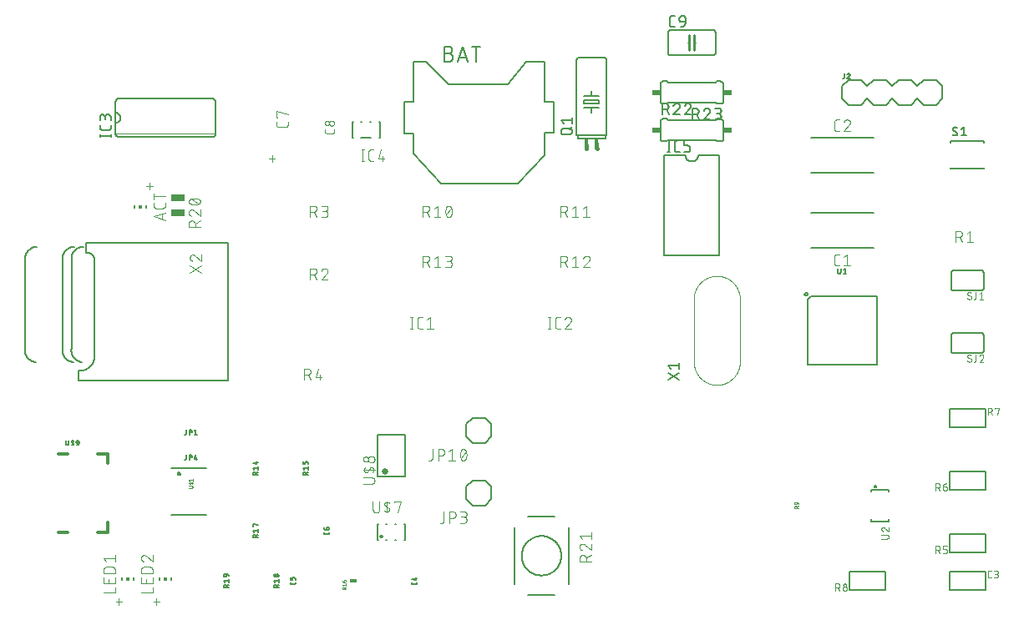
<source format=gbr>
G04 EAGLE Gerber RS-274X export*
G75*
%MOMM*%
%FSLAX34Y34*%
%LPD*%
%INSilkscreen Top*%
%IPPOS*%
%AMOC8*
5,1,8,0,0,1.08239X$1,22.5*%
G01*
%ADD10C,0.127000*%
%ADD11C,0.101600*%
%ADD12C,0.203200*%
%ADD13C,0.177800*%
%ADD14C,0.120000*%
%ADD15C,0.152400*%
%ADD16C,0.076200*%
%ADD17C,0.025400*%
%ADD18R,0.150000X0.300000*%
%ADD19R,0.300000X0.300000*%
%ADD20C,0.650000*%
%ADD21R,0.762000X0.457200*%
%ADD22C,0.304800*%
%ADD23C,0.050800*%
%ADD24R,1.400000X0.650000*%
%ADD25C,0.406400*%
%ADD26R,0.406400X0.584200*%
%ADD27R,0.863600X0.609600*%
%ADD28C,0.254000*%


D10*
X831600Y388900D02*
X768600Y388900D01*
X768600Y423900D02*
X831600Y423900D01*
D11*
X797268Y370358D02*
X794672Y370358D01*
X794573Y370360D01*
X794473Y370366D01*
X794374Y370375D01*
X794276Y370388D01*
X794178Y370405D01*
X794080Y370426D01*
X793984Y370451D01*
X793889Y370479D01*
X793795Y370511D01*
X793702Y370546D01*
X793610Y370585D01*
X793520Y370628D01*
X793432Y370673D01*
X793345Y370723D01*
X793261Y370775D01*
X793178Y370831D01*
X793098Y370889D01*
X793020Y370951D01*
X792945Y371016D01*
X792872Y371084D01*
X792802Y371154D01*
X792734Y371227D01*
X792669Y371302D01*
X792607Y371380D01*
X792549Y371460D01*
X792493Y371543D01*
X792441Y371627D01*
X792391Y371714D01*
X792346Y371802D01*
X792303Y371892D01*
X792264Y371984D01*
X792229Y372077D01*
X792197Y372171D01*
X792169Y372266D01*
X792144Y372362D01*
X792123Y372460D01*
X792106Y372558D01*
X792093Y372656D01*
X792084Y372755D01*
X792078Y372855D01*
X792076Y372954D01*
X792075Y372954D02*
X792075Y379446D01*
X792076Y379446D02*
X792078Y379545D01*
X792084Y379645D01*
X792093Y379744D01*
X792106Y379842D01*
X792123Y379940D01*
X792144Y380038D01*
X792169Y380134D01*
X792197Y380229D01*
X792229Y380323D01*
X792264Y380416D01*
X792303Y380508D01*
X792346Y380598D01*
X792391Y380686D01*
X792441Y380773D01*
X792493Y380857D01*
X792549Y380940D01*
X792607Y381020D01*
X792669Y381098D01*
X792734Y381173D01*
X792802Y381246D01*
X792872Y381316D01*
X792945Y381384D01*
X793020Y381449D01*
X793098Y381511D01*
X793178Y381569D01*
X793261Y381625D01*
X793345Y381677D01*
X793432Y381727D01*
X793520Y381772D01*
X793610Y381815D01*
X793702Y381854D01*
X793794Y381889D01*
X793889Y381921D01*
X793984Y381949D01*
X794080Y381974D01*
X794178Y381995D01*
X794276Y382012D01*
X794374Y382025D01*
X794473Y382034D01*
X794573Y382040D01*
X794672Y382042D01*
X797268Y382042D01*
X801634Y379446D02*
X804879Y382042D01*
X804879Y370358D01*
X801634Y370358D02*
X808125Y370358D01*
D10*
X831600Y500100D02*
X768600Y500100D01*
X768600Y465100D02*
X831600Y465100D01*
D11*
X797268Y506958D02*
X794672Y506958D01*
X794573Y506960D01*
X794473Y506966D01*
X794374Y506975D01*
X794276Y506988D01*
X794178Y507005D01*
X794080Y507026D01*
X793984Y507051D01*
X793889Y507079D01*
X793795Y507111D01*
X793702Y507146D01*
X793610Y507185D01*
X793520Y507228D01*
X793432Y507273D01*
X793345Y507323D01*
X793261Y507375D01*
X793178Y507431D01*
X793098Y507489D01*
X793020Y507551D01*
X792945Y507616D01*
X792872Y507684D01*
X792802Y507754D01*
X792734Y507827D01*
X792669Y507902D01*
X792607Y507980D01*
X792549Y508060D01*
X792493Y508143D01*
X792441Y508227D01*
X792391Y508314D01*
X792346Y508402D01*
X792303Y508492D01*
X792264Y508584D01*
X792229Y508677D01*
X792197Y508771D01*
X792169Y508866D01*
X792144Y508962D01*
X792123Y509060D01*
X792106Y509158D01*
X792093Y509256D01*
X792084Y509355D01*
X792078Y509455D01*
X792076Y509554D01*
X792075Y509554D02*
X792075Y516046D01*
X792076Y516046D02*
X792078Y516145D01*
X792084Y516245D01*
X792093Y516344D01*
X792106Y516442D01*
X792123Y516540D01*
X792144Y516638D01*
X792169Y516734D01*
X792197Y516829D01*
X792229Y516923D01*
X792264Y517016D01*
X792303Y517108D01*
X792346Y517198D01*
X792391Y517286D01*
X792441Y517373D01*
X792493Y517457D01*
X792549Y517540D01*
X792607Y517620D01*
X792669Y517698D01*
X792734Y517773D01*
X792802Y517846D01*
X792872Y517916D01*
X792945Y517984D01*
X793020Y518049D01*
X793098Y518111D01*
X793178Y518169D01*
X793261Y518225D01*
X793345Y518277D01*
X793432Y518327D01*
X793520Y518372D01*
X793610Y518415D01*
X793702Y518454D01*
X793794Y518489D01*
X793889Y518521D01*
X793984Y518549D01*
X794080Y518574D01*
X794178Y518595D01*
X794276Y518612D01*
X794374Y518625D01*
X794473Y518634D01*
X794573Y518640D01*
X794672Y518642D01*
X797268Y518642D01*
X805204Y518642D02*
X805311Y518640D01*
X805417Y518634D01*
X805523Y518624D01*
X805629Y518611D01*
X805735Y518593D01*
X805839Y518572D01*
X805943Y518547D01*
X806046Y518518D01*
X806147Y518486D01*
X806247Y518449D01*
X806346Y518409D01*
X806444Y518366D01*
X806540Y518319D01*
X806634Y518268D01*
X806726Y518214D01*
X806816Y518157D01*
X806904Y518097D01*
X806989Y518033D01*
X807072Y517966D01*
X807153Y517896D01*
X807231Y517824D01*
X807307Y517748D01*
X807379Y517670D01*
X807449Y517589D01*
X807516Y517506D01*
X807580Y517421D01*
X807640Y517333D01*
X807697Y517243D01*
X807751Y517151D01*
X807802Y517057D01*
X807849Y516961D01*
X807892Y516863D01*
X807932Y516764D01*
X807969Y516664D01*
X808001Y516563D01*
X808030Y516460D01*
X808055Y516356D01*
X808076Y516252D01*
X808094Y516146D01*
X808107Y516040D01*
X808117Y515934D01*
X808123Y515828D01*
X808125Y515721D01*
X805204Y518642D02*
X805083Y518640D01*
X804962Y518634D01*
X804842Y518624D01*
X804721Y518611D01*
X804602Y518593D01*
X804482Y518572D01*
X804364Y518547D01*
X804247Y518518D01*
X804130Y518485D01*
X804015Y518449D01*
X803901Y518408D01*
X803788Y518365D01*
X803676Y518317D01*
X803567Y518266D01*
X803459Y518211D01*
X803352Y518153D01*
X803248Y518092D01*
X803146Y518027D01*
X803046Y517959D01*
X802948Y517888D01*
X802852Y517814D01*
X802759Y517737D01*
X802669Y517656D01*
X802581Y517573D01*
X802496Y517487D01*
X802413Y517398D01*
X802334Y517307D01*
X802257Y517213D01*
X802184Y517117D01*
X802114Y517019D01*
X802047Y516918D01*
X801983Y516815D01*
X801923Y516710D01*
X801866Y516603D01*
X801812Y516495D01*
X801762Y516385D01*
X801716Y516273D01*
X801673Y516160D01*
X801634Y516045D01*
X807151Y513449D02*
X807230Y513526D01*
X807306Y513607D01*
X807379Y513690D01*
X807449Y513775D01*
X807516Y513863D01*
X807580Y513953D01*
X807640Y514045D01*
X807697Y514140D01*
X807751Y514236D01*
X807802Y514334D01*
X807849Y514434D01*
X807893Y514536D01*
X807933Y514639D01*
X807969Y514743D01*
X808001Y514849D01*
X808030Y514955D01*
X808055Y515063D01*
X808077Y515171D01*
X808094Y515281D01*
X808108Y515390D01*
X808117Y515500D01*
X808123Y515611D01*
X808125Y515721D01*
X807151Y513449D02*
X801634Y506958D01*
X808125Y506958D01*
D12*
X910100Y496600D02*
X944100Y496600D01*
X944100Y495100D01*
X944100Y470100D02*
X944100Y468600D01*
X910100Y468600D01*
X910100Y470100D01*
X910100Y495100D02*
X910100Y496600D01*
D13*
X914908Y502539D02*
X914994Y502541D01*
X915080Y502547D01*
X915165Y502557D01*
X915250Y502571D01*
X915335Y502588D01*
X915418Y502610D01*
X915500Y502636D01*
X915581Y502665D01*
X915661Y502698D01*
X915738Y502734D01*
X915815Y502774D01*
X915889Y502818D01*
X915961Y502865D01*
X916031Y502915D01*
X916098Y502969D01*
X916163Y503025D01*
X916225Y503085D01*
X916285Y503147D01*
X916341Y503212D01*
X916395Y503279D01*
X916445Y503349D01*
X916492Y503421D01*
X916536Y503495D01*
X916576Y503572D01*
X916612Y503650D01*
X916645Y503729D01*
X916674Y503810D01*
X916700Y503892D01*
X916722Y503975D01*
X916739Y504060D01*
X916753Y504145D01*
X916763Y504230D01*
X916769Y504316D01*
X916771Y504402D01*
X914908Y502539D02*
X914784Y502541D01*
X914660Y502547D01*
X914536Y502557D01*
X914412Y502570D01*
X914289Y502588D01*
X914167Y502609D01*
X914045Y502635D01*
X913924Y502664D01*
X913804Y502697D01*
X913686Y502734D01*
X913568Y502774D01*
X913452Y502818D01*
X913337Y502866D01*
X913224Y502917D01*
X913113Y502972D01*
X913003Y503031D01*
X912895Y503093D01*
X912789Y503158D01*
X912686Y503227D01*
X912584Y503298D01*
X912485Y503373D01*
X912389Y503451D01*
X912294Y503532D01*
X912203Y503616D01*
X912114Y503703D01*
X912347Y509058D02*
X912349Y509142D01*
X912354Y509225D01*
X912364Y509308D01*
X912377Y509391D01*
X912394Y509473D01*
X912414Y509554D01*
X912438Y509634D01*
X912466Y509713D01*
X912497Y509790D01*
X912531Y509866D01*
X912569Y509941D01*
X912611Y510014D01*
X912655Y510084D01*
X912703Y510153D01*
X912753Y510220D01*
X912807Y510284D01*
X912863Y510345D01*
X912923Y510405D01*
X912984Y510461D01*
X913048Y510515D01*
X913115Y510565D01*
X913184Y510613D01*
X913254Y510657D01*
X913327Y510699D01*
X913402Y510737D01*
X913478Y510771D01*
X913555Y510802D01*
X913634Y510830D01*
X913714Y510854D01*
X913795Y510874D01*
X913877Y510891D01*
X913960Y510904D01*
X914043Y510914D01*
X914126Y510919D01*
X914210Y510921D01*
X914210Y510922D02*
X914322Y510920D01*
X914435Y510915D01*
X914547Y510906D01*
X914658Y510893D01*
X914770Y510877D01*
X914880Y510857D01*
X914990Y510834D01*
X915099Y510807D01*
X915207Y510777D01*
X915315Y510743D01*
X915421Y510706D01*
X915525Y510665D01*
X915629Y510621D01*
X915731Y510574D01*
X915831Y510523D01*
X915930Y510469D01*
X916027Y510412D01*
X916122Y510352D01*
X916215Y510289D01*
X916306Y510223D01*
X913278Y507428D02*
X913206Y507473D01*
X913135Y507521D01*
X913067Y507573D01*
X913001Y507627D01*
X912938Y507684D01*
X912877Y507744D01*
X912819Y507807D01*
X912764Y507873D01*
X912712Y507940D01*
X912664Y508010D01*
X912618Y508082D01*
X912576Y508157D01*
X912537Y508233D01*
X912501Y508310D01*
X912469Y508389D01*
X912441Y508470D01*
X912416Y508552D01*
X912395Y508635D01*
X912378Y508718D01*
X912364Y508803D01*
X912355Y508887D01*
X912349Y508973D01*
X912347Y509058D01*
X915840Y506032D02*
X915912Y505987D01*
X915983Y505939D01*
X916051Y505887D01*
X916117Y505833D01*
X916180Y505776D01*
X916241Y505716D01*
X916299Y505653D01*
X916354Y505587D01*
X916406Y505520D01*
X916454Y505450D01*
X916500Y505378D01*
X916542Y505303D01*
X916581Y505227D01*
X916617Y505150D01*
X916649Y505071D01*
X916677Y504990D01*
X916702Y504908D01*
X916723Y504825D01*
X916740Y504742D01*
X916754Y504657D01*
X916763Y504573D01*
X916769Y504487D01*
X916771Y504402D01*
X915839Y506032D02*
X913278Y507429D01*
X920953Y509058D02*
X923281Y510921D01*
X923281Y502539D01*
X920953Y502539D02*
X925610Y502539D01*
D12*
X835150Y339850D02*
X835150Y269750D01*
X765050Y269750D01*
X765050Y336300D01*
X768600Y339850D02*
X835150Y339850D01*
X768600Y339850D02*
X765050Y336300D01*
X762000Y341630D02*
X762002Y341708D01*
X762008Y341785D01*
X762018Y341863D01*
X762032Y341939D01*
X762049Y342015D01*
X762071Y342090D01*
X762096Y342163D01*
X762125Y342236D01*
X762158Y342306D01*
X762195Y342375D01*
X762234Y342442D01*
X762277Y342507D01*
X762324Y342569D01*
X762373Y342629D01*
X762426Y342687D01*
X762481Y342741D01*
X762539Y342793D01*
X762600Y342842D01*
X762663Y342888D01*
X762729Y342930D01*
X762796Y342969D01*
X762865Y343004D01*
X762936Y343036D01*
X763009Y343064D01*
X763083Y343089D01*
X763158Y343109D01*
X763234Y343126D01*
X763311Y343139D01*
X763388Y343148D01*
X763466Y343153D01*
X763543Y343154D01*
X763621Y343151D01*
X763699Y343144D01*
X763776Y343133D01*
X763852Y343118D01*
X763928Y343100D01*
X764002Y343077D01*
X764076Y343051D01*
X764147Y343021D01*
X764218Y342987D01*
X764286Y342950D01*
X764352Y342909D01*
X764417Y342865D01*
X764479Y342818D01*
X764538Y342768D01*
X764595Y342714D01*
X764649Y342658D01*
X764700Y342600D01*
X764748Y342538D01*
X764793Y342475D01*
X764834Y342409D01*
X764872Y342341D01*
X764907Y342271D01*
X764938Y342200D01*
X764965Y342127D01*
X764988Y342053D01*
X765008Y341977D01*
X765024Y341901D01*
X765036Y341824D01*
X765044Y341747D01*
X765048Y341669D01*
X765048Y341591D01*
X765044Y341513D01*
X765036Y341436D01*
X765024Y341359D01*
X765008Y341283D01*
X764988Y341207D01*
X764965Y341133D01*
X764938Y341060D01*
X764907Y340989D01*
X764872Y340919D01*
X764834Y340851D01*
X764793Y340785D01*
X764748Y340722D01*
X764700Y340660D01*
X764649Y340602D01*
X764595Y340546D01*
X764538Y340492D01*
X764479Y340442D01*
X764417Y340395D01*
X764352Y340351D01*
X764286Y340310D01*
X764218Y340273D01*
X764147Y340239D01*
X764076Y340209D01*
X764002Y340183D01*
X763928Y340160D01*
X763852Y340142D01*
X763776Y340127D01*
X763699Y340116D01*
X763621Y340109D01*
X763543Y340106D01*
X763466Y340107D01*
X763388Y340112D01*
X763311Y340121D01*
X763234Y340134D01*
X763158Y340151D01*
X763083Y340171D01*
X763009Y340196D01*
X762936Y340224D01*
X762865Y340256D01*
X762796Y340291D01*
X762729Y340330D01*
X762663Y340372D01*
X762600Y340418D01*
X762539Y340467D01*
X762481Y340519D01*
X762426Y340573D01*
X762373Y340631D01*
X762324Y340691D01*
X762277Y340753D01*
X762234Y340818D01*
X762195Y340885D01*
X762158Y340954D01*
X762125Y341024D01*
X762096Y341097D01*
X762071Y341170D01*
X762049Y341245D01*
X762032Y341321D01*
X762018Y341397D01*
X762008Y341475D01*
X762002Y341552D01*
X762000Y341630D01*
D10*
X795925Y363926D02*
X795925Y367411D01*
X795924Y363926D02*
X795926Y363855D01*
X795932Y363783D01*
X795941Y363713D01*
X795954Y363643D01*
X795971Y363573D01*
X795992Y363505D01*
X796016Y363438D01*
X796044Y363372D01*
X796075Y363308D01*
X796110Y363245D01*
X796148Y363185D01*
X796189Y363126D01*
X796233Y363070D01*
X796280Y363016D01*
X796329Y362965D01*
X796382Y362917D01*
X796437Y362871D01*
X796494Y362829D01*
X796554Y362789D01*
X796615Y362753D01*
X796679Y362720D01*
X796744Y362691D01*
X796810Y362665D01*
X796878Y362642D01*
X796947Y362623D01*
X797017Y362608D01*
X797087Y362597D01*
X797158Y362589D01*
X797229Y362585D01*
X797301Y362585D01*
X797372Y362589D01*
X797443Y362597D01*
X797513Y362608D01*
X797583Y362623D01*
X797652Y362642D01*
X797720Y362665D01*
X797786Y362691D01*
X797851Y362720D01*
X797915Y362753D01*
X797976Y362789D01*
X798036Y362829D01*
X798093Y362871D01*
X798148Y362917D01*
X798201Y362965D01*
X798250Y363016D01*
X798297Y363070D01*
X798341Y363126D01*
X798382Y363185D01*
X798420Y363245D01*
X798455Y363308D01*
X798486Y363372D01*
X798514Y363438D01*
X798538Y363505D01*
X798559Y363573D01*
X798576Y363643D01*
X798589Y363713D01*
X798598Y363783D01*
X798604Y363855D01*
X798606Y363926D01*
X798606Y367411D01*
X801594Y366339D02*
X802935Y367411D01*
X802935Y362585D01*
X804275Y362585D02*
X801594Y362585D01*
D14*
X649800Y336800D02*
X649800Y272800D01*
X649800Y336800D02*
X649807Y337367D01*
X649828Y337934D01*
X649862Y338501D01*
X649910Y339066D01*
X649973Y339630D01*
X650048Y340193D01*
X650138Y340753D01*
X650241Y341311D01*
X650357Y341866D01*
X650488Y342418D01*
X650631Y342967D01*
X650788Y343513D01*
X650958Y344054D01*
X651141Y344591D01*
X651337Y345123D01*
X651547Y345651D01*
X651768Y346173D01*
X652003Y346690D01*
X652250Y347201D01*
X652510Y347705D01*
X652781Y348203D01*
X653065Y348695D01*
X653361Y349179D01*
X653668Y349656D01*
X653987Y350126D01*
X654317Y350587D01*
X654658Y351040D01*
X655010Y351485D01*
X655373Y351921D01*
X655747Y352349D01*
X656131Y352766D01*
X656524Y353175D01*
X656928Y353574D01*
X657341Y353963D01*
X657764Y354341D01*
X658196Y354709D01*
X658636Y355067D01*
X659085Y355414D01*
X659543Y355750D01*
X660008Y356074D01*
X660481Y356387D01*
X660962Y356689D01*
X661450Y356978D01*
X661945Y357256D01*
X662446Y357522D01*
X662954Y357775D01*
X663468Y358016D01*
X663987Y358244D01*
X664512Y358460D01*
X665042Y358662D01*
X665577Y358852D01*
X666116Y359029D01*
X666659Y359192D01*
X667207Y359342D01*
X667757Y359479D01*
X668311Y359603D01*
X668868Y359712D01*
X669427Y359809D01*
X669988Y359891D01*
X670552Y359960D01*
X671116Y360015D01*
X671682Y360057D01*
X672249Y360084D01*
X672816Y360098D01*
X673384Y360098D01*
X673951Y360084D01*
X674518Y360057D01*
X675084Y360015D01*
X675648Y359960D01*
X676212Y359891D01*
X676773Y359809D01*
X677332Y359712D01*
X677889Y359603D01*
X678443Y359479D01*
X678993Y359342D01*
X679541Y359192D01*
X680084Y359029D01*
X680623Y358852D01*
X681158Y358662D01*
X681688Y358460D01*
X682213Y358244D01*
X682732Y358016D01*
X683246Y357775D01*
X683754Y357522D01*
X684255Y357256D01*
X684750Y356978D01*
X685238Y356689D01*
X685719Y356387D01*
X686192Y356074D01*
X686657Y355750D01*
X687115Y355414D01*
X687564Y355067D01*
X688004Y354709D01*
X688436Y354341D01*
X688859Y353963D01*
X689272Y353574D01*
X689676Y353175D01*
X690069Y352766D01*
X690453Y352349D01*
X690827Y351921D01*
X691190Y351485D01*
X691542Y351040D01*
X691883Y350587D01*
X692213Y350126D01*
X692532Y349656D01*
X692839Y349179D01*
X693135Y348695D01*
X693419Y348203D01*
X693690Y347705D01*
X693950Y347201D01*
X694197Y346690D01*
X694432Y346173D01*
X694653Y345651D01*
X694863Y345123D01*
X695059Y344591D01*
X695242Y344054D01*
X695412Y343513D01*
X695569Y342967D01*
X695712Y342418D01*
X695843Y341866D01*
X695959Y341311D01*
X696062Y340753D01*
X696152Y340193D01*
X696227Y339630D01*
X696290Y339066D01*
X696338Y338501D01*
X696372Y337934D01*
X696393Y337367D01*
X696400Y336800D01*
X696400Y272800D01*
X696393Y272233D01*
X696372Y271666D01*
X696338Y271099D01*
X696290Y270534D01*
X696227Y269970D01*
X696152Y269407D01*
X696062Y268847D01*
X695959Y268289D01*
X695843Y267734D01*
X695712Y267182D01*
X695569Y266633D01*
X695412Y266087D01*
X695242Y265546D01*
X695059Y265009D01*
X694863Y264477D01*
X694653Y263949D01*
X694432Y263427D01*
X694197Y262910D01*
X693950Y262399D01*
X693690Y261895D01*
X693419Y261397D01*
X693135Y260905D01*
X692839Y260421D01*
X692532Y259944D01*
X692213Y259474D01*
X691883Y259013D01*
X691542Y258560D01*
X691190Y258115D01*
X690827Y257679D01*
X690453Y257251D01*
X690069Y256834D01*
X689676Y256425D01*
X689272Y256026D01*
X688859Y255637D01*
X688436Y255259D01*
X688004Y254891D01*
X687564Y254533D01*
X687115Y254186D01*
X686657Y253850D01*
X686192Y253526D01*
X685719Y253213D01*
X685238Y252911D01*
X684750Y252622D01*
X684255Y252344D01*
X683754Y252078D01*
X683246Y251825D01*
X682732Y251584D01*
X682213Y251356D01*
X681688Y251140D01*
X681158Y250938D01*
X680623Y250748D01*
X680084Y250571D01*
X679541Y250408D01*
X678993Y250258D01*
X678443Y250121D01*
X677889Y249997D01*
X677332Y249888D01*
X676773Y249791D01*
X676212Y249709D01*
X675648Y249640D01*
X675084Y249585D01*
X674518Y249543D01*
X673951Y249516D01*
X673384Y249502D01*
X672816Y249502D01*
X672249Y249516D01*
X671682Y249543D01*
X671116Y249585D01*
X670552Y249640D01*
X669988Y249709D01*
X669427Y249791D01*
X668868Y249888D01*
X668311Y249997D01*
X667757Y250121D01*
X667207Y250258D01*
X666659Y250408D01*
X666116Y250571D01*
X665577Y250748D01*
X665042Y250938D01*
X664512Y251140D01*
X663987Y251356D01*
X663468Y251584D01*
X662954Y251825D01*
X662446Y252078D01*
X661945Y252344D01*
X661450Y252622D01*
X660962Y252911D01*
X660481Y253213D01*
X660008Y253526D01*
X659543Y253850D01*
X659085Y254186D01*
X658636Y254533D01*
X658196Y254891D01*
X657764Y255259D01*
X657341Y255637D01*
X656928Y256026D01*
X656524Y256425D01*
X656131Y256834D01*
X655747Y257251D01*
X655373Y257679D01*
X655010Y258115D01*
X654658Y258560D01*
X654317Y259013D01*
X653987Y259474D01*
X653668Y259944D01*
X653361Y260421D01*
X653065Y260905D01*
X652781Y261397D01*
X652510Y261895D01*
X652250Y262399D01*
X652003Y262910D01*
X651768Y263427D01*
X651547Y263949D01*
X651337Y264477D01*
X651141Y265009D01*
X650958Y265546D01*
X650788Y266087D01*
X650631Y266633D01*
X650488Y267182D01*
X650357Y267734D01*
X650241Y268289D01*
X650138Y268847D01*
X650048Y269407D01*
X649973Y269970D01*
X649910Y270534D01*
X649862Y271099D01*
X649828Y271666D01*
X649807Y272233D01*
X649800Y272800D01*
D10*
X634365Y254635D02*
X623635Y261788D01*
X623635Y254635D02*
X634365Y261788D01*
X626019Y266031D02*
X623635Y269012D01*
X634365Y269012D01*
X634365Y271992D02*
X634365Y266031D01*
D11*
X915095Y394208D02*
X915095Y405892D01*
X918340Y405892D01*
X918453Y405890D01*
X918566Y405884D01*
X918679Y405874D01*
X918792Y405860D01*
X918904Y405843D01*
X919015Y405821D01*
X919125Y405796D01*
X919235Y405766D01*
X919343Y405733D01*
X919450Y405696D01*
X919556Y405656D01*
X919660Y405611D01*
X919763Y405563D01*
X919864Y405512D01*
X919963Y405457D01*
X920060Y405399D01*
X920155Y405337D01*
X920248Y405272D01*
X920338Y405204D01*
X920426Y405133D01*
X920512Y405058D01*
X920595Y404981D01*
X920675Y404901D01*
X920752Y404818D01*
X920827Y404732D01*
X920898Y404644D01*
X920966Y404554D01*
X921031Y404461D01*
X921093Y404366D01*
X921151Y404269D01*
X921206Y404170D01*
X921257Y404069D01*
X921305Y403966D01*
X921350Y403862D01*
X921390Y403756D01*
X921427Y403649D01*
X921460Y403541D01*
X921490Y403431D01*
X921515Y403321D01*
X921537Y403210D01*
X921554Y403098D01*
X921568Y402985D01*
X921578Y402872D01*
X921584Y402759D01*
X921586Y402646D01*
X921584Y402533D01*
X921578Y402420D01*
X921568Y402307D01*
X921554Y402194D01*
X921537Y402082D01*
X921515Y401971D01*
X921490Y401861D01*
X921460Y401751D01*
X921427Y401643D01*
X921390Y401536D01*
X921350Y401430D01*
X921305Y401326D01*
X921257Y401223D01*
X921206Y401122D01*
X921151Y401023D01*
X921093Y400926D01*
X921031Y400831D01*
X920966Y400738D01*
X920898Y400648D01*
X920827Y400560D01*
X920752Y400474D01*
X920675Y400391D01*
X920595Y400311D01*
X920512Y400234D01*
X920426Y400159D01*
X920338Y400088D01*
X920248Y400020D01*
X920155Y399955D01*
X920060Y399893D01*
X919963Y399835D01*
X919864Y399780D01*
X919763Y399729D01*
X919660Y399681D01*
X919556Y399636D01*
X919450Y399596D01*
X919343Y399559D01*
X919235Y399526D01*
X919125Y399496D01*
X919015Y399471D01*
X918904Y399449D01*
X918792Y399432D01*
X918679Y399418D01*
X918566Y399408D01*
X918453Y399402D01*
X918340Y399400D01*
X918340Y399401D02*
X915095Y399401D01*
X918989Y399401D02*
X921586Y394208D01*
X926451Y403296D02*
X929696Y405892D01*
X929696Y394208D01*
X926451Y394208D02*
X932942Y394208D01*
X363756Y318262D02*
X363756Y306578D01*
X362458Y306578D02*
X365054Y306578D01*
X365054Y318262D02*
X362458Y318262D01*
X372218Y306578D02*
X374814Y306578D01*
X372218Y306578D02*
X372119Y306580D01*
X372019Y306586D01*
X371920Y306595D01*
X371822Y306608D01*
X371724Y306625D01*
X371626Y306646D01*
X371530Y306671D01*
X371435Y306699D01*
X371341Y306731D01*
X371248Y306766D01*
X371156Y306805D01*
X371066Y306848D01*
X370978Y306893D01*
X370891Y306943D01*
X370807Y306995D01*
X370724Y307051D01*
X370644Y307109D01*
X370566Y307171D01*
X370491Y307236D01*
X370418Y307304D01*
X370348Y307374D01*
X370280Y307447D01*
X370215Y307522D01*
X370153Y307600D01*
X370095Y307680D01*
X370039Y307763D01*
X369987Y307847D01*
X369937Y307934D01*
X369892Y308022D01*
X369849Y308112D01*
X369810Y308204D01*
X369775Y308297D01*
X369743Y308391D01*
X369715Y308486D01*
X369690Y308582D01*
X369669Y308680D01*
X369652Y308778D01*
X369639Y308876D01*
X369630Y308975D01*
X369624Y309075D01*
X369622Y309174D01*
X369621Y309174D02*
X369621Y315666D01*
X369622Y315666D02*
X369624Y315765D01*
X369630Y315865D01*
X369639Y315964D01*
X369652Y316062D01*
X369669Y316160D01*
X369690Y316258D01*
X369715Y316354D01*
X369743Y316449D01*
X369775Y316543D01*
X369810Y316636D01*
X369849Y316728D01*
X369892Y316818D01*
X369937Y316906D01*
X369987Y316993D01*
X370039Y317077D01*
X370095Y317160D01*
X370153Y317240D01*
X370215Y317318D01*
X370280Y317393D01*
X370348Y317466D01*
X370418Y317536D01*
X370491Y317604D01*
X370566Y317669D01*
X370644Y317731D01*
X370724Y317789D01*
X370807Y317845D01*
X370891Y317897D01*
X370978Y317947D01*
X371066Y317992D01*
X371156Y318035D01*
X371248Y318074D01*
X371340Y318109D01*
X371435Y318141D01*
X371530Y318169D01*
X371626Y318194D01*
X371724Y318215D01*
X371822Y318232D01*
X371920Y318245D01*
X372019Y318254D01*
X372119Y318260D01*
X372218Y318262D01*
X374814Y318262D01*
X379180Y315666D02*
X382425Y318262D01*
X382425Y306578D01*
X379180Y306578D02*
X385671Y306578D01*
X260858Y356108D02*
X260858Y367792D01*
X264104Y367792D01*
X264217Y367790D01*
X264330Y367784D01*
X264443Y367774D01*
X264556Y367760D01*
X264668Y367743D01*
X264779Y367721D01*
X264889Y367696D01*
X264999Y367666D01*
X265107Y367633D01*
X265214Y367596D01*
X265320Y367556D01*
X265424Y367511D01*
X265527Y367463D01*
X265628Y367412D01*
X265727Y367357D01*
X265824Y367299D01*
X265919Y367237D01*
X266012Y367172D01*
X266102Y367104D01*
X266190Y367033D01*
X266276Y366958D01*
X266359Y366881D01*
X266439Y366801D01*
X266516Y366718D01*
X266591Y366632D01*
X266662Y366544D01*
X266730Y366454D01*
X266795Y366361D01*
X266857Y366266D01*
X266915Y366169D01*
X266970Y366070D01*
X267021Y365969D01*
X267069Y365866D01*
X267114Y365762D01*
X267154Y365656D01*
X267191Y365549D01*
X267224Y365441D01*
X267254Y365331D01*
X267279Y365221D01*
X267301Y365110D01*
X267318Y364998D01*
X267332Y364885D01*
X267342Y364772D01*
X267348Y364659D01*
X267350Y364546D01*
X267348Y364433D01*
X267342Y364320D01*
X267332Y364207D01*
X267318Y364094D01*
X267301Y363982D01*
X267279Y363871D01*
X267254Y363761D01*
X267224Y363651D01*
X267191Y363543D01*
X267154Y363436D01*
X267114Y363330D01*
X267069Y363226D01*
X267021Y363123D01*
X266970Y363022D01*
X266915Y362923D01*
X266857Y362826D01*
X266795Y362731D01*
X266730Y362638D01*
X266662Y362548D01*
X266591Y362460D01*
X266516Y362374D01*
X266439Y362291D01*
X266359Y362211D01*
X266276Y362134D01*
X266190Y362059D01*
X266102Y361988D01*
X266012Y361920D01*
X265919Y361855D01*
X265824Y361793D01*
X265727Y361735D01*
X265628Y361680D01*
X265527Y361629D01*
X265424Y361581D01*
X265320Y361536D01*
X265214Y361496D01*
X265107Y361459D01*
X264999Y361426D01*
X264889Y361396D01*
X264779Y361371D01*
X264668Y361349D01*
X264556Y361332D01*
X264443Y361318D01*
X264330Y361308D01*
X264217Y361302D01*
X264104Y361300D01*
X264104Y361301D02*
X260858Y361301D01*
X264753Y361301D02*
X267349Y356108D01*
X278705Y364871D02*
X278703Y364978D01*
X278697Y365084D01*
X278687Y365190D01*
X278674Y365296D01*
X278656Y365402D01*
X278635Y365506D01*
X278610Y365610D01*
X278581Y365713D01*
X278549Y365814D01*
X278512Y365914D01*
X278472Y366013D01*
X278429Y366111D01*
X278382Y366207D01*
X278331Y366301D01*
X278277Y366393D01*
X278220Y366483D01*
X278160Y366571D01*
X278096Y366656D01*
X278029Y366739D01*
X277959Y366820D01*
X277887Y366898D01*
X277811Y366974D01*
X277733Y367046D01*
X277652Y367116D01*
X277569Y367183D01*
X277484Y367247D01*
X277396Y367307D01*
X277306Y367364D01*
X277214Y367418D01*
X277120Y367469D01*
X277024Y367516D01*
X276926Y367559D01*
X276827Y367599D01*
X276727Y367636D01*
X276626Y367668D01*
X276523Y367697D01*
X276419Y367722D01*
X276315Y367743D01*
X276209Y367761D01*
X276103Y367774D01*
X275997Y367784D01*
X275891Y367790D01*
X275784Y367792D01*
X275663Y367790D01*
X275542Y367784D01*
X275422Y367774D01*
X275301Y367761D01*
X275182Y367743D01*
X275062Y367722D01*
X274944Y367697D01*
X274827Y367668D01*
X274710Y367635D01*
X274595Y367599D01*
X274481Y367558D01*
X274368Y367515D01*
X274256Y367467D01*
X274147Y367416D01*
X274039Y367361D01*
X273932Y367303D01*
X273828Y367242D01*
X273726Y367177D01*
X273626Y367109D01*
X273528Y367038D01*
X273432Y366964D01*
X273339Y366887D01*
X273249Y366806D01*
X273161Y366723D01*
X273076Y366637D01*
X272993Y366548D01*
X272914Y366457D01*
X272837Y366363D01*
X272764Y366267D01*
X272694Y366169D01*
X272627Y366068D01*
X272563Y365965D01*
X272503Y365860D01*
X272446Y365753D01*
X272392Y365645D01*
X272342Y365535D01*
X272296Y365423D01*
X272253Y365310D01*
X272214Y365195D01*
X277732Y362599D02*
X277811Y362676D01*
X277887Y362757D01*
X277960Y362840D01*
X278030Y362925D01*
X278097Y363013D01*
X278161Y363103D01*
X278221Y363195D01*
X278278Y363290D01*
X278332Y363386D01*
X278383Y363484D01*
X278430Y363584D01*
X278474Y363686D01*
X278514Y363789D01*
X278550Y363893D01*
X278582Y363999D01*
X278611Y364105D01*
X278636Y364213D01*
X278658Y364321D01*
X278675Y364431D01*
X278689Y364540D01*
X278698Y364650D01*
X278704Y364761D01*
X278706Y364871D01*
X277732Y362599D02*
X272214Y356108D01*
X278705Y356108D01*
X254695Y266192D02*
X254695Y254508D01*
X254695Y266192D02*
X257940Y266192D01*
X258053Y266190D01*
X258166Y266184D01*
X258279Y266174D01*
X258392Y266160D01*
X258504Y266143D01*
X258615Y266121D01*
X258725Y266096D01*
X258835Y266066D01*
X258943Y266033D01*
X259050Y265996D01*
X259156Y265956D01*
X259260Y265911D01*
X259363Y265863D01*
X259464Y265812D01*
X259563Y265757D01*
X259660Y265699D01*
X259755Y265637D01*
X259848Y265572D01*
X259938Y265504D01*
X260026Y265433D01*
X260112Y265358D01*
X260195Y265281D01*
X260275Y265201D01*
X260352Y265118D01*
X260427Y265032D01*
X260498Y264944D01*
X260566Y264854D01*
X260631Y264761D01*
X260693Y264666D01*
X260751Y264569D01*
X260806Y264470D01*
X260857Y264369D01*
X260905Y264266D01*
X260950Y264162D01*
X260990Y264056D01*
X261027Y263949D01*
X261060Y263841D01*
X261090Y263731D01*
X261115Y263621D01*
X261137Y263510D01*
X261154Y263398D01*
X261168Y263285D01*
X261178Y263172D01*
X261184Y263059D01*
X261186Y262946D01*
X261184Y262833D01*
X261178Y262720D01*
X261168Y262607D01*
X261154Y262494D01*
X261137Y262382D01*
X261115Y262271D01*
X261090Y262161D01*
X261060Y262051D01*
X261027Y261943D01*
X260990Y261836D01*
X260950Y261730D01*
X260905Y261626D01*
X260857Y261523D01*
X260806Y261422D01*
X260751Y261323D01*
X260693Y261226D01*
X260631Y261131D01*
X260566Y261038D01*
X260498Y260948D01*
X260427Y260860D01*
X260352Y260774D01*
X260275Y260691D01*
X260195Y260611D01*
X260112Y260534D01*
X260026Y260459D01*
X259938Y260388D01*
X259848Y260320D01*
X259755Y260255D01*
X259660Y260193D01*
X259563Y260135D01*
X259464Y260080D01*
X259363Y260029D01*
X259260Y259981D01*
X259156Y259936D01*
X259050Y259896D01*
X258943Y259859D01*
X258835Y259826D01*
X258725Y259796D01*
X258615Y259771D01*
X258504Y259749D01*
X258392Y259732D01*
X258279Y259718D01*
X258166Y259708D01*
X258053Y259702D01*
X257940Y259700D01*
X257940Y259701D02*
X254695Y259701D01*
X258589Y259701D02*
X261186Y254508D01*
X266051Y257104D02*
X268647Y266192D01*
X266051Y257104D02*
X272542Y257104D01*
X270595Y259701D02*
X270595Y254508D01*
D15*
X832700Y146500D02*
X832702Y146563D01*
X832708Y146625D01*
X832718Y146687D01*
X832731Y146749D01*
X832749Y146809D01*
X832770Y146868D01*
X832795Y146926D01*
X832824Y146982D01*
X832856Y147036D01*
X832891Y147088D01*
X832929Y147137D01*
X832971Y147185D01*
X833015Y147229D01*
X833063Y147271D01*
X833112Y147309D01*
X833164Y147344D01*
X833218Y147376D01*
X833274Y147405D01*
X833332Y147430D01*
X833391Y147451D01*
X833451Y147469D01*
X833513Y147482D01*
X833575Y147492D01*
X833637Y147498D01*
X833700Y147500D01*
X833763Y147498D01*
X833825Y147492D01*
X833887Y147482D01*
X833949Y147469D01*
X834009Y147451D01*
X834068Y147430D01*
X834126Y147405D01*
X834182Y147376D01*
X834236Y147344D01*
X834288Y147309D01*
X834337Y147271D01*
X834385Y147229D01*
X834429Y147185D01*
X834471Y147137D01*
X834509Y147088D01*
X834544Y147036D01*
X834576Y146982D01*
X834605Y146926D01*
X834630Y146868D01*
X834651Y146809D01*
X834669Y146749D01*
X834682Y146687D01*
X834692Y146625D01*
X834698Y146563D01*
X834700Y146500D01*
X834698Y146437D01*
X834692Y146375D01*
X834682Y146313D01*
X834669Y146251D01*
X834651Y146191D01*
X834630Y146132D01*
X834605Y146074D01*
X834576Y146018D01*
X834544Y145964D01*
X834509Y145912D01*
X834471Y145863D01*
X834429Y145815D01*
X834385Y145771D01*
X834337Y145729D01*
X834288Y145691D01*
X834236Y145656D01*
X834182Y145624D01*
X834126Y145595D01*
X834068Y145570D01*
X834009Y145549D01*
X833949Y145531D01*
X833887Y145518D01*
X833825Y145508D01*
X833763Y145502D01*
X833700Y145500D01*
X833637Y145502D01*
X833575Y145508D01*
X833513Y145518D01*
X833451Y145531D01*
X833391Y145549D01*
X833332Y145570D01*
X833274Y145595D01*
X833218Y145624D01*
X833164Y145656D01*
X833112Y145691D01*
X833063Y145729D01*
X833015Y145771D01*
X832971Y145815D01*
X832929Y145863D01*
X832891Y145912D01*
X832856Y145964D01*
X832824Y146018D01*
X832795Y146074D01*
X832770Y146132D01*
X832749Y146191D01*
X832731Y146251D01*
X832718Y146313D01*
X832708Y146375D01*
X832702Y146437D01*
X832700Y146500D01*
D10*
X847200Y143000D02*
X847200Y141000D01*
X847200Y143000D02*
X829200Y143000D01*
X829200Y141000D01*
X847200Y113000D02*
X847200Y111000D01*
X829200Y111000D01*
X829200Y113000D01*
D16*
X839851Y93458D02*
X845171Y93458D01*
X845260Y93460D01*
X845349Y93466D01*
X845438Y93476D01*
X845526Y93489D01*
X845614Y93506D01*
X845701Y93528D01*
X845786Y93553D01*
X845871Y93581D01*
X845954Y93614D01*
X846036Y93650D01*
X846116Y93689D01*
X846194Y93732D01*
X846270Y93778D01*
X846345Y93828D01*
X846417Y93881D01*
X846486Y93937D01*
X846553Y93996D01*
X846618Y94057D01*
X846679Y94122D01*
X846738Y94189D01*
X846794Y94258D01*
X846847Y94330D01*
X846897Y94405D01*
X846943Y94481D01*
X846986Y94559D01*
X847025Y94639D01*
X847061Y94721D01*
X847094Y94804D01*
X847122Y94889D01*
X847147Y94974D01*
X847169Y95061D01*
X847186Y95149D01*
X847199Y95237D01*
X847209Y95326D01*
X847215Y95415D01*
X847217Y95504D01*
X847215Y95593D01*
X847209Y95682D01*
X847199Y95771D01*
X847186Y95859D01*
X847169Y95947D01*
X847147Y96034D01*
X847122Y96119D01*
X847094Y96204D01*
X847061Y96287D01*
X847025Y96369D01*
X846986Y96449D01*
X846943Y96527D01*
X846897Y96603D01*
X846847Y96678D01*
X846794Y96750D01*
X846738Y96819D01*
X846679Y96886D01*
X846618Y96951D01*
X846553Y97012D01*
X846486Y97071D01*
X846417Y97127D01*
X846345Y97180D01*
X846270Y97230D01*
X846194Y97276D01*
X846116Y97319D01*
X846036Y97358D01*
X845954Y97394D01*
X845871Y97427D01*
X845786Y97455D01*
X845701Y97480D01*
X845614Y97502D01*
X845526Y97519D01*
X845438Y97532D01*
X845349Y97542D01*
X845260Y97548D01*
X845171Y97550D01*
X839851Y97550D01*
X839851Y103268D02*
X839853Y103353D01*
X839859Y103438D01*
X839869Y103522D01*
X839882Y103606D01*
X839900Y103690D01*
X839921Y103772D01*
X839946Y103853D01*
X839975Y103933D01*
X840008Y104012D01*
X840044Y104089D01*
X840084Y104164D01*
X840127Y104238D01*
X840173Y104309D01*
X840223Y104378D01*
X840276Y104445D01*
X840332Y104509D01*
X840391Y104570D01*
X840452Y104629D01*
X840516Y104685D01*
X840583Y104738D01*
X840652Y104788D01*
X840723Y104834D01*
X840797Y104877D01*
X840872Y104917D01*
X840949Y104953D01*
X841028Y104986D01*
X841108Y105015D01*
X841189Y105040D01*
X841271Y105061D01*
X841355Y105079D01*
X841439Y105092D01*
X841523Y105102D01*
X841608Y105108D01*
X841693Y105110D01*
X839851Y103268D02*
X839853Y103172D01*
X839859Y103076D01*
X839869Y102981D01*
X839882Y102886D01*
X839900Y102791D01*
X839921Y102698D01*
X839946Y102605D01*
X839975Y102514D01*
X840007Y102423D01*
X840043Y102334D01*
X840083Y102247D01*
X840126Y102161D01*
X840172Y102077D01*
X840222Y101995D01*
X840276Y101915D01*
X840332Y101838D01*
X840392Y101763D01*
X840454Y101690D01*
X840520Y101620D01*
X840588Y101552D01*
X840659Y101487D01*
X840732Y101426D01*
X840808Y101367D01*
X840887Y101311D01*
X840967Y101259D01*
X841050Y101210D01*
X841134Y101164D01*
X841220Y101122D01*
X841308Y101084D01*
X841397Y101049D01*
X841488Y101017D01*
X843125Y104495D02*
X843066Y104555D01*
X843004Y104612D01*
X842940Y104667D01*
X842873Y104718D01*
X842804Y104767D01*
X842734Y104813D01*
X842661Y104856D01*
X842587Y104896D01*
X842511Y104932D01*
X842433Y104965D01*
X842354Y104995D01*
X842274Y105022D01*
X842193Y105045D01*
X842111Y105064D01*
X842029Y105080D01*
X841945Y105093D01*
X841861Y105102D01*
X841777Y105107D01*
X841693Y105109D01*
X843125Y104495D02*
X847217Y101017D01*
X847217Y105109D01*
D10*
X945100Y59800D02*
X945100Y41800D01*
X909100Y41800D01*
X909100Y59800D01*
X945100Y59800D01*
D16*
X949438Y53721D02*
X951075Y53721D01*
X949438Y53721D02*
X949360Y53723D01*
X949282Y53728D01*
X949205Y53738D01*
X949128Y53751D01*
X949052Y53767D01*
X948977Y53787D01*
X948903Y53811D01*
X948830Y53838D01*
X948758Y53869D01*
X948688Y53903D01*
X948620Y53940D01*
X948553Y53981D01*
X948488Y54025D01*
X948426Y54071D01*
X948366Y54121D01*
X948308Y54173D01*
X948253Y54228D01*
X948201Y54286D01*
X948151Y54346D01*
X948105Y54408D01*
X948061Y54473D01*
X948020Y54540D01*
X947983Y54608D01*
X947949Y54678D01*
X947918Y54750D01*
X947891Y54823D01*
X947867Y54897D01*
X947847Y54972D01*
X947831Y55048D01*
X947818Y55125D01*
X947808Y55202D01*
X947803Y55280D01*
X947801Y55358D01*
X947801Y59450D01*
X947803Y59530D01*
X947809Y59610D01*
X947819Y59690D01*
X947832Y59769D01*
X947850Y59848D01*
X947871Y59925D01*
X947897Y60001D01*
X947926Y60076D01*
X947958Y60150D01*
X947994Y60222D01*
X948034Y60292D01*
X948077Y60359D01*
X948123Y60425D01*
X948173Y60488D01*
X948225Y60549D01*
X948280Y60608D01*
X948339Y60663D01*
X948399Y60715D01*
X948463Y60765D01*
X948529Y60811D01*
X948596Y60854D01*
X948666Y60894D01*
X948738Y60930D01*
X948812Y60962D01*
X948886Y60991D01*
X948963Y61017D01*
X949040Y61038D01*
X949119Y61056D01*
X949198Y61069D01*
X949278Y61079D01*
X949358Y61085D01*
X949438Y61087D01*
X951075Y61087D01*
X953920Y53721D02*
X955966Y53721D01*
X956055Y53723D01*
X956144Y53729D01*
X956233Y53739D01*
X956321Y53752D01*
X956409Y53769D01*
X956496Y53791D01*
X956581Y53816D01*
X956666Y53844D01*
X956749Y53877D01*
X956831Y53913D01*
X956911Y53952D01*
X956989Y53995D01*
X957065Y54041D01*
X957140Y54091D01*
X957212Y54144D01*
X957281Y54200D01*
X957348Y54259D01*
X957413Y54320D01*
X957474Y54385D01*
X957533Y54452D01*
X957589Y54521D01*
X957642Y54593D01*
X957692Y54668D01*
X957738Y54744D01*
X957781Y54822D01*
X957820Y54902D01*
X957856Y54984D01*
X957889Y55067D01*
X957917Y55152D01*
X957942Y55237D01*
X957964Y55324D01*
X957981Y55412D01*
X957994Y55500D01*
X958004Y55589D01*
X958010Y55678D01*
X958012Y55767D01*
X958010Y55856D01*
X958004Y55945D01*
X957994Y56034D01*
X957981Y56122D01*
X957964Y56210D01*
X957942Y56297D01*
X957917Y56382D01*
X957889Y56467D01*
X957856Y56550D01*
X957820Y56632D01*
X957781Y56712D01*
X957738Y56790D01*
X957692Y56866D01*
X957642Y56941D01*
X957589Y57013D01*
X957533Y57082D01*
X957474Y57149D01*
X957413Y57214D01*
X957348Y57275D01*
X957281Y57334D01*
X957212Y57390D01*
X957140Y57443D01*
X957065Y57493D01*
X956989Y57539D01*
X956911Y57582D01*
X956831Y57621D01*
X956749Y57657D01*
X956666Y57690D01*
X956581Y57718D01*
X956496Y57743D01*
X956409Y57765D01*
X956321Y57782D01*
X956233Y57795D01*
X956144Y57805D01*
X956055Y57811D01*
X955966Y57813D01*
X956375Y61087D02*
X953920Y61087D01*
X956375Y61087D02*
X956454Y61085D01*
X956533Y61079D01*
X956612Y61070D01*
X956690Y61057D01*
X956767Y61039D01*
X956843Y61019D01*
X956918Y60994D01*
X956992Y60966D01*
X957065Y60935D01*
X957136Y60899D01*
X957205Y60861D01*
X957272Y60819D01*
X957337Y60774D01*
X957400Y60726D01*
X957461Y60675D01*
X957518Y60621D01*
X957574Y60565D01*
X957626Y60506D01*
X957676Y60444D01*
X957722Y60380D01*
X957766Y60314D01*
X957806Y60246D01*
X957842Y60176D01*
X957876Y60104D01*
X957906Y60030D01*
X957932Y59956D01*
X957955Y59880D01*
X957973Y59803D01*
X957989Y59726D01*
X958000Y59647D01*
X958008Y59569D01*
X958012Y59490D01*
X958012Y59410D01*
X958008Y59331D01*
X958000Y59253D01*
X957989Y59174D01*
X957973Y59097D01*
X957955Y59020D01*
X957932Y58944D01*
X957906Y58870D01*
X957876Y58796D01*
X957842Y58724D01*
X957806Y58654D01*
X957766Y58586D01*
X957722Y58520D01*
X957676Y58456D01*
X957626Y58394D01*
X957574Y58335D01*
X957518Y58279D01*
X957461Y58225D01*
X957400Y58174D01*
X957337Y58126D01*
X957272Y58081D01*
X957205Y58039D01*
X957136Y58001D01*
X957065Y57965D01*
X956992Y57934D01*
X956918Y57906D01*
X956843Y57881D01*
X956767Y57861D01*
X956690Y57843D01*
X956612Y57830D01*
X956533Y57821D01*
X956454Y57815D01*
X956375Y57813D01*
X954739Y57813D01*
D15*
X941070Y365760D02*
X913130Y365760D01*
X910590Y347980D02*
X910592Y347880D01*
X910598Y347781D01*
X910608Y347681D01*
X910621Y347583D01*
X910639Y347484D01*
X910660Y347387D01*
X910685Y347291D01*
X910714Y347195D01*
X910747Y347101D01*
X910783Y347008D01*
X910823Y346917D01*
X910867Y346827D01*
X910914Y346739D01*
X910964Y346653D01*
X911018Y346569D01*
X911075Y346487D01*
X911135Y346408D01*
X911199Y346330D01*
X911265Y346256D01*
X911334Y346184D01*
X911406Y346115D01*
X911480Y346049D01*
X911558Y345985D01*
X911637Y345925D01*
X911719Y345868D01*
X911803Y345814D01*
X911889Y345764D01*
X911977Y345717D01*
X912067Y345673D01*
X912158Y345633D01*
X912251Y345597D01*
X912345Y345564D01*
X912441Y345535D01*
X912537Y345510D01*
X912634Y345489D01*
X912733Y345471D01*
X912831Y345458D01*
X912931Y345448D01*
X913030Y345442D01*
X913130Y345440D01*
X941070Y345440D02*
X941170Y345442D01*
X941269Y345448D01*
X941369Y345458D01*
X941467Y345471D01*
X941566Y345489D01*
X941663Y345510D01*
X941759Y345535D01*
X941855Y345564D01*
X941949Y345597D01*
X942042Y345633D01*
X942133Y345673D01*
X942223Y345717D01*
X942311Y345764D01*
X942397Y345814D01*
X942481Y345868D01*
X942563Y345925D01*
X942642Y345985D01*
X942720Y346049D01*
X942794Y346115D01*
X942866Y346184D01*
X942935Y346256D01*
X943001Y346330D01*
X943065Y346408D01*
X943125Y346487D01*
X943182Y346569D01*
X943236Y346653D01*
X943286Y346739D01*
X943333Y346827D01*
X943377Y346917D01*
X943417Y347008D01*
X943453Y347101D01*
X943486Y347195D01*
X943515Y347291D01*
X943540Y347387D01*
X943561Y347484D01*
X943579Y347583D01*
X943592Y347681D01*
X943602Y347781D01*
X943608Y347880D01*
X943610Y347980D01*
X943610Y363220D02*
X943608Y363320D01*
X943602Y363419D01*
X943592Y363519D01*
X943579Y363617D01*
X943561Y363716D01*
X943540Y363813D01*
X943515Y363909D01*
X943486Y364005D01*
X943453Y364099D01*
X943417Y364192D01*
X943377Y364283D01*
X943333Y364373D01*
X943286Y364461D01*
X943236Y364547D01*
X943182Y364631D01*
X943125Y364713D01*
X943065Y364792D01*
X943001Y364870D01*
X942935Y364944D01*
X942866Y365016D01*
X942794Y365085D01*
X942720Y365151D01*
X942642Y365215D01*
X942563Y365275D01*
X942481Y365332D01*
X942397Y365386D01*
X942311Y365436D01*
X942223Y365483D01*
X942133Y365527D01*
X942042Y365567D01*
X941949Y365603D01*
X941855Y365636D01*
X941759Y365665D01*
X941663Y365690D01*
X941566Y365711D01*
X941467Y365729D01*
X941369Y365742D01*
X941269Y365752D01*
X941170Y365758D01*
X941070Y365760D01*
X913130Y365760D02*
X913030Y365758D01*
X912931Y365752D01*
X912831Y365742D01*
X912733Y365729D01*
X912634Y365711D01*
X912537Y365690D01*
X912441Y365665D01*
X912345Y365636D01*
X912251Y365603D01*
X912158Y365567D01*
X912067Y365527D01*
X911977Y365483D01*
X911889Y365436D01*
X911803Y365386D01*
X911719Y365332D01*
X911637Y365275D01*
X911558Y365215D01*
X911480Y365151D01*
X911406Y365085D01*
X911334Y365016D01*
X911265Y364944D01*
X911199Y364870D01*
X911135Y364792D01*
X911075Y364713D01*
X911018Y364631D01*
X910964Y364547D01*
X910914Y364461D01*
X910867Y364373D01*
X910823Y364283D01*
X910783Y364192D01*
X910747Y364099D01*
X910714Y364005D01*
X910685Y363909D01*
X910660Y363813D01*
X910639Y363716D01*
X910621Y363617D01*
X910608Y363519D01*
X910598Y363419D01*
X910592Y363320D01*
X910590Y363220D01*
X910590Y347980D01*
X943610Y347980D02*
X943610Y363220D01*
X941070Y345440D02*
X913130Y345440D01*
D16*
X929400Y336423D02*
X929478Y336425D01*
X929556Y336430D01*
X929633Y336440D01*
X929710Y336453D01*
X929786Y336469D01*
X929861Y336489D01*
X929935Y336513D01*
X930008Y336540D01*
X930080Y336571D01*
X930150Y336605D01*
X930219Y336642D01*
X930285Y336683D01*
X930350Y336727D01*
X930412Y336773D01*
X930472Y336823D01*
X930530Y336875D01*
X930585Y336930D01*
X930637Y336988D01*
X930687Y337048D01*
X930733Y337110D01*
X930777Y337175D01*
X930818Y337242D01*
X930855Y337310D01*
X930889Y337380D01*
X930920Y337452D01*
X930947Y337525D01*
X930971Y337599D01*
X930991Y337674D01*
X931007Y337750D01*
X931020Y337827D01*
X931030Y337904D01*
X931035Y337982D01*
X931037Y338060D01*
X929400Y336423D02*
X929286Y336425D01*
X929173Y336430D01*
X929059Y336440D01*
X928946Y336453D01*
X928834Y336470D01*
X928722Y336490D01*
X928611Y336514D01*
X928500Y336542D01*
X928391Y336573D01*
X928283Y336608D01*
X928176Y336647D01*
X928070Y336689D01*
X927966Y336734D01*
X927863Y336783D01*
X927762Y336836D01*
X927663Y336891D01*
X927565Y336950D01*
X927470Y337012D01*
X927377Y337077D01*
X927285Y337145D01*
X927197Y337216D01*
X927110Y337290D01*
X927026Y337367D01*
X926945Y337446D01*
X927149Y342152D02*
X927151Y342230D01*
X927156Y342308D01*
X927166Y342385D01*
X927179Y342462D01*
X927195Y342538D01*
X927215Y342613D01*
X927239Y342687D01*
X927266Y342760D01*
X927297Y342832D01*
X927331Y342902D01*
X927368Y342971D01*
X927409Y343037D01*
X927453Y343102D01*
X927499Y343164D01*
X927549Y343224D01*
X927601Y343282D01*
X927656Y343337D01*
X927714Y343389D01*
X927774Y343439D01*
X927836Y343485D01*
X927901Y343529D01*
X927968Y343570D01*
X928036Y343607D01*
X928106Y343641D01*
X928178Y343672D01*
X928251Y343699D01*
X928325Y343723D01*
X928400Y343743D01*
X928476Y343759D01*
X928553Y343772D01*
X928630Y343782D01*
X928708Y343787D01*
X928786Y343789D01*
X928896Y343787D01*
X929005Y343781D01*
X929115Y343771D01*
X929223Y343758D01*
X929332Y343740D01*
X929439Y343719D01*
X929546Y343693D01*
X929652Y343664D01*
X929757Y343632D01*
X929860Y343595D01*
X929962Y343555D01*
X930063Y343511D01*
X930162Y343463D01*
X930259Y343413D01*
X930354Y343358D01*
X930447Y343300D01*
X930538Y343239D01*
X930627Y343175D01*
X927968Y340719D02*
X927901Y340761D01*
X927836Y340805D01*
X927774Y340853D01*
X927714Y340903D01*
X927656Y340956D01*
X927601Y341012D01*
X927549Y341071D01*
X927499Y341131D01*
X927452Y341195D01*
X927409Y341260D01*
X927368Y341327D01*
X927331Y341396D01*
X927297Y341467D01*
X927266Y341539D01*
X927239Y341613D01*
X927215Y341687D01*
X927195Y341763D01*
X927179Y341840D01*
X927166Y341917D01*
X927156Y341995D01*
X927151Y342074D01*
X927149Y342152D01*
X930219Y339492D02*
X930285Y339450D01*
X930350Y339406D01*
X930412Y339359D01*
X930472Y339308D01*
X930530Y339255D01*
X930585Y339199D01*
X930638Y339141D01*
X930687Y339080D01*
X930734Y339017D01*
X930777Y338952D01*
X930818Y338885D01*
X930855Y338816D01*
X930889Y338745D01*
X930920Y338673D01*
X930947Y338599D01*
X930971Y338524D01*
X930991Y338449D01*
X931007Y338372D01*
X931020Y338295D01*
X931030Y338217D01*
X931035Y338138D01*
X931037Y338060D01*
X930219Y339492D02*
X927968Y340720D01*
X935702Y338060D02*
X935702Y343789D01*
X935702Y338060D02*
X935700Y337982D01*
X935695Y337904D01*
X935685Y337827D01*
X935672Y337750D01*
X935656Y337674D01*
X935636Y337599D01*
X935612Y337525D01*
X935585Y337452D01*
X935554Y337380D01*
X935520Y337310D01*
X935483Y337242D01*
X935442Y337175D01*
X935398Y337110D01*
X935352Y337048D01*
X935302Y336988D01*
X935250Y336930D01*
X935195Y336875D01*
X935137Y336823D01*
X935077Y336773D01*
X935015Y336727D01*
X934950Y336683D01*
X934884Y336642D01*
X934815Y336605D01*
X934745Y336571D01*
X934673Y336540D01*
X934600Y336513D01*
X934526Y336489D01*
X934451Y336469D01*
X934375Y336453D01*
X934298Y336440D01*
X934221Y336430D01*
X934143Y336425D01*
X934065Y336423D01*
X933247Y336423D01*
X939137Y342152D02*
X941183Y343789D01*
X941183Y336423D01*
X939137Y336423D02*
X943229Y336423D01*
D15*
X941070Y302260D02*
X913130Y302260D01*
X910590Y284480D02*
X910592Y284380D01*
X910598Y284281D01*
X910608Y284181D01*
X910621Y284083D01*
X910639Y283984D01*
X910660Y283887D01*
X910685Y283791D01*
X910714Y283695D01*
X910747Y283601D01*
X910783Y283508D01*
X910823Y283417D01*
X910867Y283327D01*
X910914Y283239D01*
X910964Y283153D01*
X911018Y283069D01*
X911075Y282987D01*
X911135Y282908D01*
X911199Y282830D01*
X911265Y282756D01*
X911334Y282684D01*
X911406Y282615D01*
X911480Y282549D01*
X911558Y282485D01*
X911637Y282425D01*
X911719Y282368D01*
X911803Y282314D01*
X911889Y282264D01*
X911977Y282217D01*
X912067Y282173D01*
X912158Y282133D01*
X912251Y282097D01*
X912345Y282064D01*
X912441Y282035D01*
X912537Y282010D01*
X912634Y281989D01*
X912733Y281971D01*
X912831Y281958D01*
X912931Y281948D01*
X913030Y281942D01*
X913130Y281940D01*
X941070Y281940D02*
X941170Y281942D01*
X941269Y281948D01*
X941369Y281958D01*
X941467Y281971D01*
X941566Y281989D01*
X941663Y282010D01*
X941759Y282035D01*
X941855Y282064D01*
X941949Y282097D01*
X942042Y282133D01*
X942133Y282173D01*
X942223Y282217D01*
X942311Y282264D01*
X942397Y282314D01*
X942481Y282368D01*
X942563Y282425D01*
X942642Y282485D01*
X942720Y282549D01*
X942794Y282615D01*
X942866Y282684D01*
X942935Y282756D01*
X943001Y282830D01*
X943065Y282908D01*
X943125Y282987D01*
X943182Y283069D01*
X943236Y283153D01*
X943286Y283239D01*
X943333Y283327D01*
X943377Y283417D01*
X943417Y283508D01*
X943453Y283601D01*
X943486Y283695D01*
X943515Y283791D01*
X943540Y283887D01*
X943561Y283984D01*
X943579Y284083D01*
X943592Y284181D01*
X943602Y284281D01*
X943608Y284380D01*
X943610Y284480D01*
X943610Y299720D02*
X943608Y299820D01*
X943602Y299919D01*
X943592Y300019D01*
X943579Y300117D01*
X943561Y300216D01*
X943540Y300313D01*
X943515Y300409D01*
X943486Y300505D01*
X943453Y300599D01*
X943417Y300692D01*
X943377Y300783D01*
X943333Y300873D01*
X943286Y300961D01*
X943236Y301047D01*
X943182Y301131D01*
X943125Y301213D01*
X943065Y301292D01*
X943001Y301370D01*
X942935Y301444D01*
X942866Y301516D01*
X942794Y301585D01*
X942720Y301651D01*
X942642Y301715D01*
X942563Y301775D01*
X942481Y301832D01*
X942397Y301886D01*
X942311Y301936D01*
X942223Y301983D01*
X942133Y302027D01*
X942042Y302067D01*
X941949Y302103D01*
X941855Y302136D01*
X941759Y302165D01*
X941663Y302190D01*
X941566Y302211D01*
X941467Y302229D01*
X941369Y302242D01*
X941269Y302252D01*
X941170Y302258D01*
X941070Y302260D01*
X913130Y302260D02*
X913030Y302258D01*
X912931Y302252D01*
X912831Y302242D01*
X912733Y302229D01*
X912634Y302211D01*
X912537Y302190D01*
X912441Y302165D01*
X912345Y302136D01*
X912251Y302103D01*
X912158Y302067D01*
X912067Y302027D01*
X911977Y301983D01*
X911889Y301936D01*
X911803Y301886D01*
X911719Y301832D01*
X911637Y301775D01*
X911558Y301715D01*
X911480Y301651D01*
X911406Y301585D01*
X911334Y301516D01*
X911265Y301444D01*
X911199Y301370D01*
X911135Y301292D01*
X911075Y301213D01*
X911018Y301131D01*
X910964Y301047D01*
X910914Y300961D01*
X910867Y300873D01*
X910823Y300783D01*
X910783Y300692D01*
X910747Y300599D01*
X910714Y300505D01*
X910685Y300409D01*
X910660Y300313D01*
X910639Y300216D01*
X910621Y300117D01*
X910608Y300019D01*
X910598Y299919D01*
X910592Y299820D01*
X910590Y299720D01*
X910590Y284480D01*
X943610Y284480D02*
X943610Y299720D01*
X941070Y281940D02*
X913130Y281940D01*
D16*
X929400Y272923D02*
X929478Y272925D01*
X929556Y272930D01*
X929633Y272940D01*
X929710Y272953D01*
X929786Y272969D01*
X929861Y272989D01*
X929935Y273013D01*
X930008Y273040D01*
X930080Y273071D01*
X930150Y273105D01*
X930219Y273142D01*
X930285Y273183D01*
X930350Y273227D01*
X930412Y273273D01*
X930472Y273323D01*
X930530Y273375D01*
X930585Y273430D01*
X930637Y273488D01*
X930687Y273548D01*
X930733Y273610D01*
X930777Y273675D01*
X930818Y273742D01*
X930855Y273810D01*
X930889Y273880D01*
X930920Y273952D01*
X930947Y274025D01*
X930971Y274099D01*
X930991Y274174D01*
X931007Y274250D01*
X931020Y274327D01*
X931030Y274404D01*
X931035Y274482D01*
X931037Y274560D01*
X929400Y272923D02*
X929286Y272925D01*
X929173Y272930D01*
X929059Y272940D01*
X928946Y272953D01*
X928834Y272970D01*
X928722Y272990D01*
X928611Y273014D01*
X928500Y273042D01*
X928391Y273073D01*
X928283Y273108D01*
X928176Y273147D01*
X928070Y273189D01*
X927966Y273234D01*
X927863Y273283D01*
X927762Y273336D01*
X927663Y273391D01*
X927565Y273450D01*
X927470Y273512D01*
X927377Y273577D01*
X927285Y273645D01*
X927197Y273716D01*
X927110Y273790D01*
X927026Y273867D01*
X926945Y273946D01*
X927149Y278652D02*
X927151Y278730D01*
X927156Y278808D01*
X927166Y278885D01*
X927179Y278962D01*
X927195Y279038D01*
X927215Y279113D01*
X927239Y279187D01*
X927266Y279260D01*
X927297Y279332D01*
X927331Y279402D01*
X927368Y279471D01*
X927409Y279537D01*
X927453Y279602D01*
X927499Y279664D01*
X927549Y279724D01*
X927601Y279782D01*
X927656Y279837D01*
X927714Y279889D01*
X927774Y279939D01*
X927836Y279985D01*
X927901Y280029D01*
X927968Y280070D01*
X928036Y280107D01*
X928106Y280141D01*
X928178Y280172D01*
X928251Y280199D01*
X928325Y280223D01*
X928400Y280243D01*
X928476Y280259D01*
X928553Y280272D01*
X928630Y280282D01*
X928708Y280287D01*
X928786Y280289D01*
X928896Y280287D01*
X929005Y280281D01*
X929115Y280271D01*
X929223Y280258D01*
X929332Y280240D01*
X929439Y280219D01*
X929546Y280193D01*
X929652Y280164D01*
X929757Y280132D01*
X929860Y280095D01*
X929962Y280055D01*
X930063Y280011D01*
X930162Y279963D01*
X930259Y279913D01*
X930354Y279858D01*
X930447Y279800D01*
X930538Y279739D01*
X930627Y279675D01*
X927968Y277219D02*
X927901Y277261D01*
X927836Y277305D01*
X927774Y277353D01*
X927714Y277403D01*
X927656Y277456D01*
X927601Y277512D01*
X927549Y277571D01*
X927499Y277631D01*
X927452Y277695D01*
X927409Y277760D01*
X927368Y277827D01*
X927331Y277896D01*
X927297Y277967D01*
X927266Y278039D01*
X927239Y278113D01*
X927215Y278187D01*
X927195Y278263D01*
X927179Y278340D01*
X927166Y278417D01*
X927156Y278495D01*
X927151Y278574D01*
X927149Y278652D01*
X930219Y275992D02*
X930285Y275950D01*
X930350Y275906D01*
X930412Y275859D01*
X930472Y275808D01*
X930530Y275755D01*
X930585Y275699D01*
X930638Y275641D01*
X930687Y275580D01*
X930734Y275517D01*
X930777Y275452D01*
X930818Y275385D01*
X930855Y275316D01*
X930889Y275245D01*
X930920Y275173D01*
X930947Y275099D01*
X930971Y275024D01*
X930991Y274949D01*
X931007Y274872D01*
X931020Y274795D01*
X931030Y274717D01*
X931035Y274638D01*
X931037Y274560D01*
X930219Y275992D02*
X927968Y277220D01*
X935702Y274560D02*
X935702Y280289D01*
X935702Y274560D02*
X935700Y274482D01*
X935695Y274404D01*
X935685Y274327D01*
X935672Y274250D01*
X935656Y274174D01*
X935636Y274099D01*
X935612Y274025D01*
X935585Y273952D01*
X935554Y273880D01*
X935520Y273810D01*
X935483Y273742D01*
X935442Y273675D01*
X935398Y273610D01*
X935352Y273548D01*
X935302Y273488D01*
X935250Y273430D01*
X935195Y273375D01*
X935137Y273323D01*
X935077Y273273D01*
X935015Y273227D01*
X934950Y273183D01*
X934884Y273142D01*
X934815Y273105D01*
X934745Y273071D01*
X934673Y273040D01*
X934600Y273013D01*
X934526Y272989D01*
X934451Y272969D01*
X934375Y272953D01*
X934298Y272940D01*
X934221Y272930D01*
X934143Y272925D01*
X934065Y272923D01*
X933247Y272923D01*
X941388Y280290D02*
X941473Y280288D01*
X941558Y280282D01*
X941642Y280272D01*
X941726Y280259D01*
X941810Y280241D01*
X941892Y280220D01*
X941973Y280195D01*
X942053Y280166D01*
X942132Y280133D01*
X942209Y280097D01*
X942284Y280057D01*
X942358Y280014D01*
X942429Y279968D01*
X942498Y279918D01*
X942565Y279865D01*
X942629Y279809D01*
X942690Y279750D01*
X942749Y279689D01*
X942805Y279625D01*
X942858Y279558D01*
X942908Y279489D01*
X942954Y279418D01*
X942997Y279344D01*
X943037Y279269D01*
X943073Y279192D01*
X943106Y279113D01*
X943135Y279033D01*
X943160Y278952D01*
X943181Y278870D01*
X943199Y278786D01*
X943212Y278702D01*
X943222Y278618D01*
X943228Y278533D01*
X943230Y278448D01*
X941388Y280289D02*
X941292Y280287D01*
X941196Y280281D01*
X941101Y280271D01*
X941006Y280258D01*
X940911Y280240D01*
X940818Y280219D01*
X940725Y280194D01*
X940634Y280165D01*
X940543Y280133D01*
X940454Y280097D01*
X940367Y280057D01*
X940281Y280014D01*
X940197Y279968D01*
X940115Y279918D01*
X940035Y279864D01*
X939958Y279808D01*
X939883Y279748D01*
X939810Y279686D01*
X939740Y279620D01*
X939672Y279552D01*
X939607Y279481D01*
X939546Y279408D01*
X939487Y279332D01*
X939431Y279253D01*
X939379Y279173D01*
X939330Y279090D01*
X939284Y279006D01*
X939242Y278920D01*
X939204Y278832D01*
X939169Y278743D01*
X939137Y278652D01*
X942615Y277016D02*
X942675Y277075D01*
X942732Y277137D01*
X942787Y277201D01*
X942838Y277268D01*
X942887Y277337D01*
X942933Y277407D01*
X942976Y277480D01*
X943016Y277554D01*
X943052Y277630D01*
X943085Y277708D01*
X943115Y277787D01*
X943142Y277867D01*
X943165Y277948D01*
X943184Y278030D01*
X943200Y278112D01*
X943213Y278196D01*
X943222Y278280D01*
X943227Y278364D01*
X943229Y278448D01*
X942615Y277015D02*
X939137Y272923D01*
X943229Y272923D01*
D10*
X909100Y97900D02*
X909100Y79900D01*
X909100Y97900D02*
X945100Y97900D01*
X945100Y79900D01*
X909100Y79900D01*
D16*
X895043Y78613D02*
X895043Y85979D01*
X897089Y85979D01*
X897178Y85977D01*
X897267Y85971D01*
X897356Y85961D01*
X897444Y85948D01*
X897532Y85931D01*
X897619Y85909D01*
X897704Y85884D01*
X897789Y85856D01*
X897872Y85823D01*
X897954Y85787D01*
X898034Y85748D01*
X898112Y85705D01*
X898188Y85659D01*
X898263Y85609D01*
X898335Y85556D01*
X898404Y85500D01*
X898471Y85441D01*
X898536Y85380D01*
X898597Y85315D01*
X898656Y85248D01*
X898712Y85179D01*
X898765Y85107D01*
X898815Y85032D01*
X898861Y84956D01*
X898904Y84878D01*
X898943Y84798D01*
X898979Y84716D01*
X899012Y84633D01*
X899040Y84548D01*
X899065Y84463D01*
X899087Y84376D01*
X899104Y84288D01*
X899117Y84200D01*
X899127Y84111D01*
X899133Y84022D01*
X899135Y83933D01*
X899133Y83844D01*
X899127Y83755D01*
X899117Y83666D01*
X899104Y83578D01*
X899087Y83490D01*
X899065Y83403D01*
X899040Y83318D01*
X899012Y83233D01*
X898979Y83150D01*
X898943Y83068D01*
X898904Y82988D01*
X898861Y82910D01*
X898815Y82834D01*
X898765Y82759D01*
X898712Y82687D01*
X898656Y82618D01*
X898597Y82551D01*
X898536Y82486D01*
X898471Y82425D01*
X898404Y82366D01*
X898335Y82310D01*
X898263Y82257D01*
X898188Y82207D01*
X898112Y82161D01*
X898034Y82118D01*
X897954Y82079D01*
X897872Y82043D01*
X897789Y82010D01*
X897704Y81982D01*
X897619Y81957D01*
X897532Y81935D01*
X897444Y81918D01*
X897356Y81905D01*
X897267Y81895D01*
X897178Y81889D01*
X897089Y81887D01*
X895043Y81887D01*
X897498Y81887D02*
X899135Y78613D01*
X902307Y78613D02*
X904762Y78613D01*
X904840Y78615D01*
X904918Y78620D01*
X904995Y78630D01*
X905072Y78643D01*
X905148Y78659D01*
X905223Y78679D01*
X905297Y78703D01*
X905370Y78730D01*
X905442Y78761D01*
X905512Y78795D01*
X905581Y78832D01*
X905647Y78873D01*
X905712Y78917D01*
X905774Y78963D01*
X905834Y79013D01*
X905892Y79065D01*
X905947Y79120D01*
X905999Y79178D01*
X906049Y79238D01*
X906095Y79300D01*
X906139Y79365D01*
X906180Y79432D01*
X906217Y79500D01*
X906251Y79570D01*
X906282Y79642D01*
X906309Y79715D01*
X906333Y79789D01*
X906353Y79864D01*
X906369Y79940D01*
X906382Y80017D01*
X906392Y80094D01*
X906397Y80172D01*
X906399Y80250D01*
X906399Y81068D01*
X906397Y81146D01*
X906392Y81224D01*
X906382Y81301D01*
X906369Y81378D01*
X906353Y81454D01*
X906333Y81529D01*
X906309Y81603D01*
X906282Y81676D01*
X906251Y81748D01*
X906217Y81818D01*
X906180Y81887D01*
X906139Y81953D01*
X906095Y82018D01*
X906049Y82080D01*
X905999Y82140D01*
X905947Y82198D01*
X905892Y82253D01*
X905834Y82305D01*
X905774Y82355D01*
X905712Y82401D01*
X905647Y82445D01*
X905581Y82486D01*
X905512Y82523D01*
X905442Y82557D01*
X905370Y82588D01*
X905297Y82615D01*
X905223Y82639D01*
X905148Y82659D01*
X905072Y82675D01*
X904995Y82688D01*
X904918Y82698D01*
X904840Y82703D01*
X904762Y82705D01*
X902307Y82705D01*
X902307Y85979D01*
X906399Y85979D01*
D10*
X909100Y143400D02*
X909100Y161400D01*
X945100Y161400D01*
X945100Y143400D01*
X909100Y143400D01*
D16*
X895043Y142113D02*
X895043Y149479D01*
X897089Y149479D01*
X897178Y149477D01*
X897267Y149471D01*
X897356Y149461D01*
X897444Y149448D01*
X897532Y149431D01*
X897619Y149409D01*
X897704Y149384D01*
X897789Y149356D01*
X897872Y149323D01*
X897954Y149287D01*
X898034Y149248D01*
X898112Y149205D01*
X898188Y149159D01*
X898263Y149109D01*
X898335Y149056D01*
X898404Y149000D01*
X898471Y148941D01*
X898536Y148880D01*
X898597Y148815D01*
X898656Y148748D01*
X898712Y148679D01*
X898765Y148607D01*
X898815Y148532D01*
X898861Y148456D01*
X898904Y148378D01*
X898943Y148298D01*
X898979Y148216D01*
X899012Y148133D01*
X899040Y148048D01*
X899065Y147963D01*
X899087Y147876D01*
X899104Y147788D01*
X899117Y147700D01*
X899127Y147611D01*
X899133Y147522D01*
X899135Y147433D01*
X899133Y147344D01*
X899127Y147255D01*
X899117Y147166D01*
X899104Y147078D01*
X899087Y146990D01*
X899065Y146903D01*
X899040Y146818D01*
X899012Y146733D01*
X898979Y146650D01*
X898943Y146568D01*
X898904Y146488D01*
X898861Y146410D01*
X898815Y146334D01*
X898765Y146259D01*
X898712Y146187D01*
X898656Y146118D01*
X898597Y146051D01*
X898536Y145986D01*
X898471Y145925D01*
X898404Y145866D01*
X898335Y145810D01*
X898263Y145757D01*
X898188Y145707D01*
X898112Y145661D01*
X898034Y145618D01*
X897954Y145579D01*
X897872Y145543D01*
X897789Y145510D01*
X897704Y145482D01*
X897619Y145457D01*
X897532Y145435D01*
X897444Y145418D01*
X897356Y145405D01*
X897267Y145395D01*
X897178Y145389D01*
X897089Y145387D01*
X895043Y145387D01*
X897498Y145387D02*
X899135Y142113D01*
X902307Y146205D02*
X904762Y146205D01*
X904840Y146203D01*
X904918Y146198D01*
X904995Y146188D01*
X905072Y146175D01*
X905148Y146159D01*
X905223Y146139D01*
X905297Y146115D01*
X905370Y146088D01*
X905442Y146057D01*
X905512Y146023D01*
X905581Y145986D01*
X905647Y145945D01*
X905712Y145901D01*
X905774Y145855D01*
X905834Y145805D01*
X905892Y145753D01*
X905947Y145698D01*
X905999Y145640D01*
X906049Y145580D01*
X906095Y145518D01*
X906139Y145453D01*
X906180Y145387D01*
X906217Y145318D01*
X906251Y145248D01*
X906282Y145176D01*
X906309Y145103D01*
X906333Y145029D01*
X906353Y144954D01*
X906369Y144878D01*
X906382Y144801D01*
X906392Y144724D01*
X906397Y144646D01*
X906399Y144568D01*
X906399Y144159D01*
X906397Y144070D01*
X906391Y143981D01*
X906381Y143892D01*
X906368Y143804D01*
X906351Y143716D01*
X906329Y143629D01*
X906304Y143544D01*
X906276Y143459D01*
X906243Y143376D01*
X906207Y143294D01*
X906168Y143214D01*
X906125Y143136D01*
X906079Y143060D01*
X906029Y142985D01*
X905976Y142913D01*
X905920Y142844D01*
X905861Y142777D01*
X905800Y142712D01*
X905735Y142651D01*
X905668Y142592D01*
X905599Y142536D01*
X905527Y142483D01*
X905452Y142433D01*
X905376Y142387D01*
X905298Y142344D01*
X905218Y142305D01*
X905136Y142269D01*
X905053Y142236D01*
X904968Y142208D01*
X904883Y142183D01*
X904796Y142161D01*
X904708Y142144D01*
X904620Y142131D01*
X904531Y142121D01*
X904442Y142115D01*
X904353Y142113D01*
X904264Y142115D01*
X904175Y142121D01*
X904086Y142131D01*
X903998Y142144D01*
X903910Y142161D01*
X903823Y142183D01*
X903738Y142208D01*
X903653Y142236D01*
X903570Y142269D01*
X903488Y142305D01*
X903408Y142344D01*
X903330Y142387D01*
X903254Y142433D01*
X903179Y142483D01*
X903107Y142536D01*
X903038Y142592D01*
X902971Y142651D01*
X902906Y142712D01*
X902845Y142777D01*
X902786Y142844D01*
X902730Y142913D01*
X902677Y142985D01*
X902627Y143060D01*
X902581Y143136D01*
X902538Y143214D01*
X902499Y143294D01*
X902463Y143376D01*
X902430Y143459D01*
X902402Y143544D01*
X902377Y143629D01*
X902355Y143716D01*
X902338Y143804D01*
X902325Y143892D01*
X902315Y143981D01*
X902309Y144070D01*
X902307Y144159D01*
X902307Y146205D01*
X902309Y146319D01*
X902315Y146433D01*
X902325Y146547D01*
X902339Y146661D01*
X902357Y146774D01*
X902379Y146886D01*
X902404Y146997D01*
X902434Y147107D01*
X902467Y147217D01*
X902504Y147325D01*
X902545Y147431D01*
X902590Y147537D01*
X902638Y147640D01*
X902690Y147742D01*
X902746Y147842D01*
X902804Y147940D01*
X902867Y148036D01*
X902932Y148129D01*
X903001Y148221D01*
X903073Y148309D01*
X903148Y148396D01*
X903226Y148479D01*
X903307Y148560D01*
X903390Y148638D01*
X903477Y148713D01*
X903565Y148785D01*
X903657Y148854D01*
X903750Y148919D01*
X903846Y148981D01*
X903944Y149040D01*
X904044Y149096D01*
X904146Y149148D01*
X904249Y149196D01*
X904355Y149241D01*
X904461Y149282D01*
X904569Y149319D01*
X904679Y149352D01*
X904789Y149382D01*
X904900Y149407D01*
X905012Y149429D01*
X905125Y149447D01*
X905239Y149461D01*
X905353Y149471D01*
X905467Y149477D01*
X905581Y149479D01*
D10*
X945100Y206900D02*
X945100Y224900D01*
X945100Y206900D02*
X909100Y206900D01*
X909100Y224900D01*
X945100Y224900D01*
D16*
X947801Y226187D02*
X947801Y218821D01*
X947801Y226187D02*
X949847Y226187D01*
X949936Y226185D01*
X950025Y226179D01*
X950114Y226169D01*
X950202Y226156D01*
X950290Y226139D01*
X950377Y226117D01*
X950462Y226092D01*
X950547Y226064D01*
X950630Y226031D01*
X950712Y225995D01*
X950792Y225956D01*
X950870Y225913D01*
X950946Y225867D01*
X951021Y225817D01*
X951093Y225764D01*
X951162Y225708D01*
X951229Y225649D01*
X951294Y225588D01*
X951355Y225523D01*
X951414Y225456D01*
X951470Y225387D01*
X951523Y225315D01*
X951573Y225240D01*
X951619Y225164D01*
X951662Y225086D01*
X951701Y225006D01*
X951737Y224924D01*
X951770Y224841D01*
X951798Y224756D01*
X951823Y224671D01*
X951845Y224584D01*
X951862Y224496D01*
X951875Y224408D01*
X951885Y224319D01*
X951891Y224230D01*
X951893Y224141D01*
X951891Y224052D01*
X951885Y223963D01*
X951875Y223874D01*
X951862Y223786D01*
X951845Y223698D01*
X951823Y223611D01*
X951798Y223526D01*
X951770Y223441D01*
X951737Y223358D01*
X951701Y223276D01*
X951662Y223196D01*
X951619Y223118D01*
X951573Y223042D01*
X951523Y222967D01*
X951470Y222895D01*
X951414Y222826D01*
X951355Y222759D01*
X951294Y222694D01*
X951229Y222633D01*
X951162Y222574D01*
X951093Y222518D01*
X951021Y222465D01*
X950946Y222415D01*
X950870Y222369D01*
X950792Y222326D01*
X950712Y222287D01*
X950630Y222251D01*
X950547Y222218D01*
X950462Y222190D01*
X950377Y222165D01*
X950290Y222143D01*
X950202Y222126D01*
X950114Y222113D01*
X950025Y222103D01*
X949936Y222097D01*
X949847Y222095D01*
X947801Y222095D01*
X950256Y222095D02*
X951893Y218821D01*
X955065Y225369D02*
X955065Y226187D01*
X959157Y226187D01*
X957111Y218821D01*
D10*
X807500Y59800D02*
X807500Y41800D01*
X807500Y59800D02*
X843500Y59800D01*
X843500Y41800D01*
X807500Y41800D01*
D16*
X793443Y40513D02*
X793443Y47879D01*
X795489Y47879D01*
X795578Y47877D01*
X795667Y47871D01*
X795756Y47861D01*
X795844Y47848D01*
X795932Y47831D01*
X796019Y47809D01*
X796104Y47784D01*
X796189Y47756D01*
X796272Y47723D01*
X796354Y47687D01*
X796434Y47648D01*
X796512Y47605D01*
X796588Y47559D01*
X796663Y47509D01*
X796735Y47456D01*
X796804Y47400D01*
X796871Y47341D01*
X796936Y47280D01*
X796997Y47215D01*
X797056Y47148D01*
X797112Y47079D01*
X797165Y47007D01*
X797215Y46932D01*
X797261Y46856D01*
X797304Y46778D01*
X797343Y46698D01*
X797379Y46616D01*
X797412Y46533D01*
X797440Y46448D01*
X797465Y46363D01*
X797487Y46276D01*
X797504Y46188D01*
X797517Y46100D01*
X797527Y46011D01*
X797533Y45922D01*
X797535Y45833D01*
X797533Y45744D01*
X797527Y45655D01*
X797517Y45566D01*
X797504Y45478D01*
X797487Y45390D01*
X797465Y45303D01*
X797440Y45218D01*
X797412Y45133D01*
X797379Y45050D01*
X797343Y44968D01*
X797304Y44888D01*
X797261Y44810D01*
X797215Y44734D01*
X797165Y44659D01*
X797112Y44587D01*
X797056Y44518D01*
X796997Y44451D01*
X796936Y44386D01*
X796871Y44325D01*
X796804Y44266D01*
X796735Y44210D01*
X796663Y44157D01*
X796588Y44107D01*
X796512Y44061D01*
X796434Y44018D01*
X796354Y43979D01*
X796272Y43943D01*
X796189Y43910D01*
X796104Y43882D01*
X796019Y43857D01*
X795932Y43835D01*
X795844Y43818D01*
X795756Y43805D01*
X795667Y43795D01*
X795578Y43789D01*
X795489Y43787D01*
X793443Y43787D01*
X795898Y43787D02*
X797535Y40513D01*
X800707Y42559D02*
X800709Y42648D01*
X800715Y42737D01*
X800725Y42826D01*
X800738Y42914D01*
X800755Y43002D01*
X800777Y43089D01*
X800802Y43174D01*
X800830Y43259D01*
X800863Y43342D01*
X800899Y43424D01*
X800938Y43504D01*
X800981Y43582D01*
X801027Y43658D01*
X801077Y43733D01*
X801130Y43805D01*
X801186Y43874D01*
X801245Y43941D01*
X801306Y44006D01*
X801371Y44067D01*
X801438Y44126D01*
X801507Y44182D01*
X801579Y44235D01*
X801654Y44285D01*
X801730Y44331D01*
X801808Y44374D01*
X801888Y44413D01*
X801970Y44449D01*
X802053Y44482D01*
X802138Y44510D01*
X802223Y44535D01*
X802310Y44557D01*
X802398Y44574D01*
X802486Y44587D01*
X802575Y44597D01*
X802664Y44603D01*
X802753Y44605D01*
X802842Y44603D01*
X802931Y44597D01*
X803020Y44587D01*
X803108Y44574D01*
X803196Y44557D01*
X803283Y44535D01*
X803368Y44510D01*
X803453Y44482D01*
X803536Y44449D01*
X803618Y44413D01*
X803698Y44374D01*
X803776Y44331D01*
X803852Y44285D01*
X803927Y44235D01*
X803999Y44182D01*
X804068Y44126D01*
X804135Y44067D01*
X804200Y44006D01*
X804261Y43941D01*
X804320Y43874D01*
X804376Y43805D01*
X804429Y43733D01*
X804479Y43658D01*
X804525Y43582D01*
X804568Y43504D01*
X804607Y43424D01*
X804643Y43342D01*
X804676Y43259D01*
X804704Y43174D01*
X804729Y43089D01*
X804751Y43002D01*
X804768Y42914D01*
X804781Y42826D01*
X804791Y42737D01*
X804797Y42648D01*
X804799Y42559D01*
X804797Y42470D01*
X804791Y42381D01*
X804781Y42292D01*
X804768Y42204D01*
X804751Y42116D01*
X804729Y42029D01*
X804704Y41944D01*
X804676Y41859D01*
X804643Y41776D01*
X804607Y41694D01*
X804568Y41614D01*
X804525Y41536D01*
X804479Y41460D01*
X804429Y41385D01*
X804376Y41313D01*
X804320Y41244D01*
X804261Y41177D01*
X804200Y41112D01*
X804135Y41051D01*
X804068Y40992D01*
X803999Y40936D01*
X803927Y40883D01*
X803852Y40833D01*
X803776Y40787D01*
X803698Y40744D01*
X803618Y40705D01*
X803536Y40669D01*
X803453Y40636D01*
X803368Y40608D01*
X803283Y40583D01*
X803196Y40561D01*
X803108Y40544D01*
X803020Y40531D01*
X802931Y40521D01*
X802842Y40515D01*
X802753Y40513D01*
X802664Y40515D01*
X802575Y40521D01*
X802486Y40531D01*
X802398Y40544D01*
X802310Y40561D01*
X802223Y40583D01*
X802138Y40608D01*
X802053Y40636D01*
X801970Y40669D01*
X801888Y40705D01*
X801808Y40744D01*
X801730Y40787D01*
X801654Y40833D01*
X801579Y40883D01*
X801507Y40936D01*
X801438Y40992D01*
X801371Y41051D01*
X801306Y41112D01*
X801245Y41177D01*
X801186Y41244D01*
X801130Y41313D01*
X801077Y41385D01*
X801027Y41460D01*
X800981Y41536D01*
X800938Y41614D01*
X800899Y41694D01*
X800863Y41776D01*
X800830Y41859D01*
X800802Y41944D01*
X800777Y42029D01*
X800755Y42116D01*
X800738Y42204D01*
X800725Y42292D01*
X800715Y42381D01*
X800709Y42470D01*
X800707Y42559D01*
X801116Y46242D02*
X801118Y46321D01*
X801124Y46400D01*
X801133Y46479D01*
X801146Y46557D01*
X801164Y46634D01*
X801184Y46710D01*
X801209Y46785D01*
X801237Y46859D01*
X801268Y46932D01*
X801304Y47003D01*
X801342Y47072D01*
X801384Y47139D01*
X801429Y47204D01*
X801477Y47267D01*
X801528Y47328D01*
X801582Y47385D01*
X801638Y47441D01*
X801697Y47493D01*
X801759Y47543D01*
X801823Y47589D01*
X801889Y47633D01*
X801957Y47673D01*
X802027Y47709D01*
X802099Y47743D01*
X802173Y47773D01*
X802247Y47799D01*
X802323Y47822D01*
X802400Y47840D01*
X802477Y47856D01*
X802556Y47867D01*
X802634Y47875D01*
X802713Y47879D01*
X802793Y47879D01*
X802872Y47875D01*
X802950Y47867D01*
X803029Y47856D01*
X803106Y47840D01*
X803183Y47822D01*
X803259Y47799D01*
X803333Y47773D01*
X803407Y47743D01*
X803479Y47709D01*
X803549Y47673D01*
X803617Y47633D01*
X803683Y47589D01*
X803747Y47543D01*
X803809Y47493D01*
X803868Y47441D01*
X803924Y47385D01*
X803978Y47328D01*
X804029Y47267D01*
X804077Y47204D01*
X804122Y47139D01*
X804164Y47072D01*
X804202Y47003D01*
X804238Y46932D01*
X804269Y46859D01*
X804297Y46785D01*
X804322Y46710D01*
X804342Y46634D01*
X804360Y46557D01*
X804373Y46479D01*
X804382Y46400D01*
X804388Y46321D01*
X804390Y46242D01*
X804388Y46163D01*
X804382Y46084D01*
X804373Y46005D01*
X804360Y45927D01*
X804342Y45850D01*
X804322Y45774D01*
X804297Y45699D01*
X804269Y45625D01*
X804238Y45552D01*
X804202Y45481D01*
X804164Y45412D01*
X804122Y45345D01*
X804077Y45280D01*
X804029Y45217D01*
X803978Y45156D01*
X803924Y45099D01*
X803868Y45043D01*
X803809Y44991D01*
X803747Y44941D01*
X803683Y44895D01*
X803617Y44851D01*
X803549Y44811D01*
X803479Y44775D01*
X803407Y44741D01*
X803333Y44711D01*
X803259Y44685D01*
X803183Y44662D01*
X803106Y44644D01*
X803029Y44628D01*
X802950Y44617D01*
X802872Y44609D01*
X802793Y44605D01*
X802713Y44605D01*
X802634Y44609D01*
X802556Y44617D01*
X802477Y44628D01*
X802400Y44644D01*
X802323Y44662D01*
X802247Y44685D01*
X802173Y44711D01*
X802099Y44741D01*
X802027Y44775D01*
X801957Y44811D01*
X801889Y44851D01*
X801823Y44895D01*
X801759Y44941D01*
X801697Y44991D01*
X801638Y45043D01*
X801582Y45099D01*
X801528Y45156D01*
X801477Y45217D01*
X801429Y45280D01*
X801384Y45345D01*
X801342Y45412D01*
X801304Y45481D01*
X801268Y45552D01*
X801237Y45625D01*
X801209Y45699D01*
X801184Y45774D01*
X801164Y45850D01*
X801146Y45927D01*
X801133Y46005D01*
X801124Y46084D01*
X801118Y46163D01*
X801116Y46242D01*
D17*
X755523Y124587D02*
X751713Y124587D01*
X751713Y125645D01*
X751715Y125709D01*
X751721Y125773D01*
X751730Y125836D01*
X751744Y125898D01*
X751761Y125960D01*
X751782Y126020D01*
X751806Y126079D01*
X751834Y126137D01*
X751866Y126192D01*
X751900Y126246D01*
X751938Y126297D01*
X751979Y126347D01*
X752023Y126393D01*
X752069Y126437D01*
X752119Y126478D01*
X752170Y126516D01*
X752224Y126550D01*
X752279Y126582D01*
X752337Y126610D01*
X752396Y126634D01*
X752456Y126655D01*
X752518Y126672D01*
X752580Y126686D01*
X752643Y126695D01*
X752707Y126701D01*
X752771Y126703D01*
X752835Y126701D01*
X752899Y126695D01*
X752962Y126686D01*
X753024Y126672D01*
X753086Y126655D01*
X753146Y126634D01*
X753205Y126610D01*
X753263Y126582D01*
X753318Y126550D01*
X753372Y126516D01*
X753423Y126478D01*
X753473Y126437D01*
X753519Y126393D01*
X753563Y126347D01*
X753604Y126297D01*
X753642Y126246D01*
X753676Y126192D01*
X753708Y126137D01*
X753736Y126079D01*
X753760Y126020D01*
X753781Y125960D01*
X753798Y125898D01*
X753812Y125836D01*
X753821Y125773D01*
X753827Y125709D01*
X753829Y125645D01*
X753830Y125645D02*
X753830Y124587D01*
X753830Y125857D02*
X755523Y126704D01*
X753830Y129070D02*
X753830Y130340D01*
X753830Y129070D02*
X753828Y129015D01*
X753823Y128959D01*
X753814Y128905D01*
X753801Y128851D01*
X753785Y128798D01*
X753766Y128746D01*
X753743Y128695D01*
X753717Y128646D01*
X753687Y128599D01*
X753655Y128554D01*
X753620Y128512D01*
X753582Y128471D01*
X753541Y128433D01*
X753499Y128398D01*
X753454Y128366D01*
X753406Y128336D01*
X753358Y128310D01*
X753307Y128287D01*
X753255Y128268D01*
X753202Y128252D01*
X753148Y128239D01*
X753094Y128230D01*
X753038Y128225D01*
X752983Y128223D01*
X752983Y128224D02*
X752771Y128224D01*
X752707Y128226D01*
X752643Y128232D01*
X752580Y128241D01*
X752518Y128255D01*
X752456Y128272D01*
X752396Y128293D01*
X752337Y128317D01*
X752279Y128345D01*
X752224Y128377D01*
X752170Y128411D01*
X752119Y128449D01*
X752069Y128490D01*
X752023Y128534D01*
X751979Y128580D01*
X751938Y128630D01*
X751900Y128681D01*
X751866Y128735D01*
X751834Y128790D01*
X751806Y128848D01*
X751782Y128907D01*
X751761Y128967D01*
X751744Y129029D01*
X751730Y129091D01*
X751721Y129154D01*
X751715Y129218D01*
X751713Y129282D01*
X751715Y129346D01*
X751721Y129410D01*
X751730Y129473D01*
X751744Y129535D01*
X751761Y129597D01*
X751782Y129657D01*
X751806Y129716D01*
X751834Y129774D01*
X751866Y129829D01*
X751900Y129883D01*
X751938Y129934D01*
X751979Y129984D01*
X752023Y130030D01*
X752069Y130074D01*
X752119Y130115D01*
X752170Y130153D01*
X752224Y130187D01*
X752279Y130219D01*
X752337Y130247D01*
X752396Y130271D01*
X752456Y130292D01*
X752518Y130309D01*
X752580Y130323D01*
X752643Y130332D01*
X752707Y130338D01*
X752771Y130340D01*
X753830Y130340D01*
X753911Y130338D01*
X753991Y130332D01*
X754071Y130323D01*
X754150Y130309D01*
X754229Y130292D01*
X754307Y130271D01*
X754384Y130247D01*
X754459Y130219D01*
X754533Y130187D01*
X754606Y130152D01*
X754677Y130113D01*
X754745Y130071D01*
X754812Y130026D01*
X754877Y129978D01*
X754939Y129926D01*
X754998Y129872D01*
X755055Y129815D01*
X755109Y129756D01*
X755161Y129694D01*
X755209Y129629D01*
X755254Y129562D01*
X755296Y129494D01*
X755335Y129423D01*
X755370Y129350D01*
X755402Y129276D01*
X755430Y129201D01*
X755454Y129124D01*
X755475Y129046D01*
X755492Y128967D01*
X755506Y128888D01*
X755515Y128808D01*
X755521Y128728D01*
X755523Y128647D01*
D11*
X260858Y419608D02*
X260858Y431292D01*
X264104Y431292D01*
X264217Y431290D01*
X264330Y431284D01*
X264443Y431274D01*
X264556Y431260D01*
X264668Y431243D01*
X264779Y431221D01*
X264889Y431196D01*
X264999Y431166D01*
X265107Y431133D01*
X265214Y431096D01*
X265320Y431056D01*
X265424Y431011D01*
X265527Y430963D01*
X265628Y430912D01*
X265727Y430857D01*
X265824Y430799D01*
X265919Y430737D01*
X266012Y430672D01*
X266102Y430604D01*
X266190Y430533D01*
X266276Y430458D01*
X266359Y430381D01*
X266439Y430301D01*
X266516Y430218D01*
X266591Y430132D01*
X266662Y430044D01*
X266730Y429954D01*
X266795Y429861D01*
X266857Y429766D01*
X266915Y429669D01*
X266970Y429570D01*
X267021Y429469D01*
X267069Y429366D01*
X267114Y429262D01*
X267154Y429156D01*
X267191Y429049D01*
X267224Y428941D01*
X267254Y428831D01*
X267279Y428721D01*
X267301Y428610D01*
X267318Y428498D01*
X267332Y428385D01*
X267342Y428272D01*
X267348Y428159D01*
X267350Y428046D01*
X267348Y427933D01*
X267342Y427820D01*
X267332Y427707D01*
X267318Y427594D01*
X267301Y427482D01*
X267279Y427371D01*
X267254Y427261D01*
X267224Y427151D01*
X267191Y427043D01*
X267154Y426936D01*
X267114Y426830D01*
X267069Y426726D01*
X267021Y426623D01*
X266970Y426522D01*
X266915Y426423D01*
X266857Y426326D01*
X266795Y426231D01*
X266730Y426138D01*
X266662Y426048D01*
X266591Y425960D01*
X266516Y425874D01*
X266439Y425791D01*
X266359Y425711D01*
X266276Y425634D01*
X266190Y425559D01*
X266102Y425488D01*
X266012Y425420D01*
X265919Y425355D01*
X265824Y425293D01*
X265727Y425235D01*
X265628Y425180D01*
X265527Y425129D01*
X265424Y425081D01*
X265320Y425036D01*
X265214Y424996D01*
X265107Y424959D01*
X264999Y424926D01*
X264889Y424896D01*
X264779Y424871D01*
X264668Y424849D01*
X264556Y424832D01*
X264443Y424818D01*
X264330Y424808D01*
X264217Y424802D01*
X264104Y424800D01*
X264104Y424801D02*
X260858Y424801D01*
X264753Y424801D02*
X267349Y419608D01*
X272214Y419608D02*
X275460Y419608D01*
X275573Y419610D01*
X275686Y419616D01*
X275799Y419626D01*
X275912Y419640D01*
X276024Y419657D01*
X276135Y419679D01*
X276245Y419704D01*
X276355Y419734D01*
X276463Y419767D01*
X276570Y419804D01*
X276676Y419844D01*
X276780Y419889D01*
X276883Y419937D01*
X276984Y419988D01*
X277083Y420043D01*
X277180Y420101D01*
X277275Y420163D01*
X277368Y420228D01*
X277458Y420296D01*
X277546Y420367D01*
X277632Y420442D01*
X277715Y420519D01*
X277795Y420599D01*
X277872Y420682D01*
X277947Y420768D01*
X278018Y420856D01*
X278086Y420946D01*
X278151Y421039D01*
X278213Y421134D01*
X278271Y421231D01*
X278326Y421330D01*
X278377Y421431D01*
X278425Y421534D01*
X278470Y421638D01*
X278510Y421744D01*
X278547Y421851D01*
X278580Y421959D01*
X278610Y422069D01*
X278635Y422179D01*
X278657Y422290D01*
X278674Y422402D01*
X278688Y422515D01*
X278698Y422628D01*
X278704Y422741D01*
X278706Y422854D01*
X278704Y422967D01*
X278698Y423080D01*
X278688Y423193D01*
X278674Y423306D01*
X278657Y423418D01*
X278635Y423529D01*
X278610Y423639D01*
X278580Y423749D01*
X278547Y423857D01*
X278510Y423964D01*
X278470Y424070D01*
X278425Y424174D01*
X278377Y424277D01*
X278326Y424378D01*
X278271Y424477D01*
X278213Y424574D01*
X278151Y424669D01*
X278086Y424762D01*
X278018Y424852D01*
X277947Y424940D01*
X277872Y425026D01*
X277795Y425109D01*
X277715Y425189D01*
X277632Y425266D01*
X277546Y425341D01*
X277458Y425412D01*
X277368Y425480D01*
X277275Y425545D01*
X277180Y425607D01*
X277083Y425665D01*
X276984Y425720D01*
X276883Y425771D01*
X276780Y425819D01*
X276676Y425864D01*
X276570Y425904D01*
X276463Y425941D01*
X276355Y425974D01*
X276245Y426004D01*
X276135Y426029D01*
X276024Y426051D01*
X275912Y426068D01*
X275799Y426082D01*
X275686Y426092D01*
X275573Y426098D01*
X275460Y426100D01*
X276109Y431292D02*
X272214Y431292D01*
X276109Y431292D02*
X276210Y431290D01*
X276310Y431284D01*
X276410Y431274D01*
X276510Y431261D01*
X276609Y431243D01*
X276708Y431222D01*
X276805Y431197D01*
X276902Y431168D01*
X276997Y431135D01*
X277091Y431099D01*
X277183Y431059D01*
X277274Y431016D01*
X277363Y430969D01*
X277450Y430919D01*
X277536Y430865D01*
X277619Y430808D01*
X277699Y430748D01*
X277778Y430685D01*
X277854Y430618D01*
X277927Y430549D01*
X277997Y430477D01*
X278065Y430403D01*
X278130Y430326D01*
X278191Y430246D01*
X278250Y430164D01*
X278305Y430080D01*
X278357Y429994D01*
X278406Y429906D01*
X278451Y429816D01*
X278493Y429724D01*
X278531Y429631D01*
X278565Y429536D01*
X278596Y429441D01*
X278623Y429344D01*
X278646Y429246D01*
X278666Y429147D01*
X278681Y429047D01*
X278693Y428947D01*
X278701Y428847D01*
X278705Y428746D01*
X278705Y428646D01*
X278701Y428545D01*
X278693Y428445D01*
X278681Y428345D01*
X278666Y428245D01*
X278646Y428146D01*
X278623Y428048D01*
X278596Y427951D01*
X278565Y427856D01*
X278531Y427761D01*
X278493Y427668D01*
X278451Y427576D01*
X278406Y427486D01*
X278357Y427398D01*
X278305Y427312D01*
X278250Y427228D01*
X278191Y427146D01*
X278130Y427066D01*
X278065Y426989D01*
X277997Y426915D01*
X277927Y426843D01*
X277854Y426774D01*
X277778Y426707D01*
X277699Y426644D01*
X277619Y426584D01*
X277536Y426527D01*
X277450Y426473D01*
X277363Y426423D01*
X277274Y426376D01*
X277183Y426333D01*
X277091Y426293D01*
X276997Y426257D01*
X276902Y426224D01*
X276805Y426195D01*
X276708Y426170D01*
X276609Y426149D01*
X276510Y426131D01*
X276410Y426118D01*
X276310Y426108D01*
X276210Y426102D01*
X276109Y426100D01*
X276109Y426099D02*
X273513Y426099D01*
X503456Y318262D02*
X503456Y306578D01*
X502158Y306578D02*
X504754Y306578D01*
X504754Y318262D02*
X502158Y318262D01*
X511918Y306578D02*
X514514Y306578D01*
X511918Y306578D02*
X511819Y306580D01*
X511719Y306586D01*
X511620Y306595D01*
X511522Y306608D01*
X511424Y306625D01*
X511326Y306646D01*
X511230Y306671D01*
X511135Y306699D01*
X511041Y306731D01*
X510948Y306766D01*
X510856Y306805D01*
X510766Y306848D01*
X510678Y306893D01*
X510591Y306943D01*
X510507Y306995D01*
X510424Y307051D01*
X510344Y307109D01*
X510266Y307171D01*
X510191Y307236D01*
X510118Y307304D01*
X510048Y307374D01*
X509980Y307447D01*
X509915Y307522D01*
X509853Y307600D01*
X509795Y307680D01*
X509739Y307763D01*
X509687Y307847D01*
X509637Y307934D01*
X509592Y308022D01*
X509549Y308112D01*
X509510Y308204D01*
X509475Y308297D01*
X509443Y308391D01*
X509415Y308486D01*
X509390Y308582D01*
X509369Y308680D01*
X509352Y308778D01*
X509339Y308876D01*
X509330Y308975D01*
X509324Y309075D01*
X509322Y309174D01*
X509321Y309174D02*
X509321Y315666D01*
X509322Y315666D02*
X509324Y315765D01*
X509330Y315865D01*
X509339Y315964D01*
X509352Y316062D01*
X509369Y316160D01*
X509390Y316258D01*
X509415Y316354D01*
X509443Y316449D01*
X509475Y316543D01*
X509510Y316636D01*
X509549Y316728D01*
X509592Y316818D01*
X509637Y316906D01*
X509687Y316993D01*
X509739Y317077D01*
X509795Y317160D01*
X509853Y317240D01*
X509915Y317318D01*
X509980Y317393D01*
X510048Y317466D01*
X510118Y317536D01*
X510191Y317604D01*
X510266Y317669D01*
X510344Y317731D01*
X510424Y317789D01*
X510507Y317845D01*
X510591Y317897D01*
X510678Y317947D01*
X510766Y317992D01*
X510856Y318035D01*
X510948Y318074D01*
X511040Y318109D01*
X511135Y318141D01*
X511230Y318169D01*
X511326Y318194D01*
X511424Y318215D01*
X511522Y318232D01*
X511620Y318245D01*
X511719Y318254D01*
X511819Y318260D01*
X511918Y318262D01*
X514514Y318262D01*
X522450Y318262D02*
X522557Y318260D01*
X522663Y318254D01*
X522769Y318244D01*
X522875Y318231D01*
X522981Y318213D01*
X523085Y318192D01*
X523189Y318167D01*
X523292Y318138D01*
X523393Y318106D01*
X523493Y318069D01*
X523592Y318029D01*
X523690Y317986D01*
X523786Y317939D01*
X523880Y317888D01*
X523972Y317834D01*
X524062Y317777D01*
X524150Y317717D01*
X524235Y317653D01*
X524318Y317586D01*
X524399Y317516D01*
X524477Y317444D01*
X524553Y317368D01*
X524625Y317290D01*
X524695Y317209D01*
X524762Y317126D01*
X524826Y317041D01*
X524886Y316953D01*
X524943Y316863D01*
X524997Y316771D01*
X525048Y316677D01*
X525095Y316581D01*
X525138Y316483D01*
X525178Y316384D01*
X525215Y316284D01*
X525247Y316183D01*
X525276Y316080D01*
X525301Y315976D01*
X525322Y315872D01*
X525340Y315766D01*
X525353Y315660D01*
X525363Y315554D01*
X525369Y315448D01*
X525371Y315341D01*
X522450Y318262D02*
X522329Y318260D01*
X522208Y318254D01*
X522088Y318244D01*
X521967Y318231D01*
X521848Y318213D01*
X521728Y318192D01*
X521610Y318167D01*
X521493Y318138D01*
X521376Y318105D01*
X521261Y318069D01*
X521147Y318028D01*
X521034Y317985D01*
X520922Y317937D01*
X520813Y317886D01*
X520705Y317831D01*
X520598Y317773D01*
X520494Y317712D01*
X520392Y317647D01*
X520292Y317579D01*
X520194Y317508D01*
X520098Y317434D01*
X520005Y317357D01*
X519915Y317276D01*
X519827Y317193D01*
X519742Y317107D01*
X519659Y317018D01*
X519580Y316927D01*
X519503Y316833D01*
X519430Y316737D01*
X519360Y316639D01*
X519293Y316538D01*
X519229Y316435D01*
X519169Y316330D01*
X519112Y316223D01*
X519058Y316115D01*
X519008Y316005D01*
X518962Y315893D01*
X518919Y315780D01*
X518880Y315665D01*
X524397Y313069D02*
X524476Y313146D01*
X524552Y313227D01*
X524625Y313310D01*
X524695Y313395D01*
X524762Y313483D01*
X524826Y313573D01*
X524886Y313665D01*
X524943Y313760D01*
X524997Y313856D01*
X525048Y313954D01*
X525095Y314054D01*
X525139Y314156D01*
X525179Y314259D01*
X525215Y314363D01*
X525247Y314469D01*
X525276Y314575D01*
X525301Y314683D01*
X525323Y314791D01*
X525340Y314901D01*
X525354Y315010D01*
X525363Y315120D01*
X525369Y315231D01*
X525371Y315341D01*
X524397Y313069D02*
X518880Y306578D01*
X525371Y306578D01*
X375158Y419608D02*
X375158Y431292D01*
X378404Y431292D01*
X378517Y431290D01*
X378630Y431284D01*
X378743Y431274D01*
X378856Y431260D01*
X378968Y431243D01*
X379079Y431221D01*
X379189Y431196D01*
X379299Y431166D01*
X379407Y431133D01*
X379514Y431096D01*
X379620Y431056D01*
X379724Y431011D01*
X379827Y430963D01*
X379928Y430912D01*
X380027Y430857D01*
X380124Y430799D01*
X380219Y430737D01*
X380312Y430672D01*
X380402Y430604D01*
X380490Y430533D01*
X380576Y430458D01*
X380659Y430381D01*
X380739Y430301D01*
X380816Y430218D01*
X380891Y430132D01*
X380962Y430044D01*
X381030Y429954D01*
X381095Y429861D01*
X381157Y429766D01*
X381215Y429669D01*
X381270Y429570D01*
X381321Y429469D01*
X381369Y429366D01*
X381414Y429262D01*
X381454Y429156D01*
X381491Y429049D01*
X381524Y428941D01*
X381554Y428831D01*
X381579Y428721D01*
X381601Y428610D01*
X381618Y428498D01*
X381632Y428385D01*
X381642Y428272D01*
X381648Y428159D01*
X381650Y428046D01*
X381648Y427933D01*
X381642Y427820D01*
X381632Y427707D01*
X381618Y427594D01*
X381601Y427482D01*
X381579Y427371D01*
X381554Y427261D01*
X381524Y427151D01*
X381491Y427043D01*
X381454Y426936D01*
X381414Y426830D01*
X381369Y426726D01*
X381321Y426623D01*
X381270Y426522D01*
X381215Y426423D01*
X381157Y426326D01*
X381095Y426231D01*
X381030Y426138D01*
X380962Y426048D01*
X380891Y425960D01*
X380816Y425874D01*
X380739Y425791D01*
X380659Y425711D01*
X380576Y425634D01*
X380490Y425559D01*
X380402Y425488D01*
X380312Y425420D01*
X380219Y425355D01*
X380124Y425293D01*
X380027Y425235D01*
X379928Y425180D01*
X379827Y425129D01*
X379724Y425081D01*
X379620Y425036D01*
X379514Y424996D01*
X379407Y424959D01*
X379299Y424926D01*
X379189Y424896D01*
X379079Y424871D01*
X378968Y424849D01*
X378856Y424832D01*
X378743Y424818D01*
X378630Y424808D01*
X378517Y424802D01*
X378404Y424800D01*
X378404Y424801D02*
X375158Y424801D01*
X379053Y424801D02*
X381649Y419608D01*
X386514Y428696D02*
X389760Y431292D01*
X389760Y419608D01*
X393005Y419608D02*
X386514Y419608D01*
X397945Y425450D02*
X397948Y425680D01*
X397956Y425910D01*
X397970Y426139D01*
X397989Y426368D01*
X398014Y426597D01*
X398044Y426824D01*
X398079Y427052D01*
X398120Y427278D01*
X398166Y427503D01*
X398218Y427727D01*
X398275Y427949D01*
X398337Y428171D01*
X398405Y428390D01*
X398478Y428608D01*
X398556Y428825D01*
X398639Y429039D01*
X398727Y429251D01*
X398820Y429461D01*
X398919Y429669D01*
X398918Y429669D02*
X398951Y429759D01*
X398987Y429848D01*
X399027Y429936D01*
X399071Y430021D01*
X399118Y430105D01*
X399168Y430187D01*
X399222Y430267D01*
X399278Y430344D01*
X399338Y430420D01*
X399401Y430493D01*
X399466Y430563D01*
X399535Y430631D01*
X399606Y430695D01*
X399679Y430757D01*
X399755Y430816D01*
X399833Y430872D01*
X399914Y430925D01*
X399996Y430974D01*
X400080Y431020D01*
X400167Y431063D01*
X400254Y431102D01*
X400344Y431138D01*
X400434Y431170D01*
X400526Y431198D01*
X400619Y431223D01*
X400713Y431244D01*
X400807Y431261D01*
X400902Y431275D01*
X400998Y431284D01*
X401094Y431290D01*
X401190Y431292D01*
X401286Y431290D01*
X401382Y431284D01*
X401478Y431275D01*
X401573Y431261D01*
X401667Y431244D01*
X401761Y431223D01*
X401854Y431198D01*
X401946Y431170D01*
X402036Y431138D01*
X402126Y431102D01*
X402213Y431063D01*
X402300Y431020D01*
X402384Y430974D01*
X402466Y430925D01*
X402547Y430872D01*
X402625Y430816D01*
X402701Y430757D01*
X402774Y430695D01*
X402845Y430631D01*
X402914Y430563D01*
X402979Y430493D01*
X403042Y430420D01*
X403102Y430344D01*
X403158Y430267D01*
X403212Y430187D01*
X403262Y430105D01*
X403309Y430021D01*
X403353Y429936D01*
X403393Y429848D01*
X403429Y429759D01*
X403462Y429669D01*
X403561Y429462D01*
X403654Y429252D01*
X403742Y429039D01*
X403825Y428825D01*
X403903Y428609D01*
X403976Y428391D01*
X404044Y428171D01*
X404106Y427950D01*
X404163Y427727D01*
X404215Y427503D01*
X404261Y427278D01*
X404302Y427052D01*
X404337Y426825D01*
X404367Y426597D01*
X404392Y426368D01*
X404411Y426139D01*
X404425Y425910D01*
X404433Y425680D01*
X404436Y425450D01*
X397944Y425450D02*
X397947Y425220D01*
X397955Y424990D01*
X397969Y424761D01*
X397988Y424532D01*
X398013Y424303D01*
X398043Y424075D01*
X398078Y423848D01*
X398119Y423622D01*
X398165Y423397D01*
X398217Y423173D01*
X398274Y422950D01*
X398336Y422729D01*
X398404Y422509D01*
X398477Y422291D01*
X398555Y422075D01*
X398638Y421861D01*
X398726Y421649D01*
X398819Y421438D01*
X398918Y421231D01*
X398951Y421141D01*
X398987Y421052D01*
X399028Y420964D01*
X399071Y420879D01*
X399118Y420795D01*
X399168Y420713D01*
X399222Y420633D01*
X399278Y420556D01*
X399338Y420480D01*
X399401Y420407D01*
X399466Y420337D01*
X399535Y420269D01*
X399606Y420205D01*
X399679Y420143D01*
X399755Y420084D01*
X399833Y420028D01*
X399914Y419975D01*
X399996Y419926D01*
X400080Y419880D01*
X400167Y419837D01*
X400254Y419798D01*
X400344Y419762D01*
X400434Y419730D01*
X400526Y419702D01*
X400619Y419677D01*
X400713Y419656D01*
X400807Y419639D01*
X400902Y419625D01*
X400998Y419616D01*
X401094Y419610D01*
X401190Y419608D01*
X403462Y421231D02*
X403561Y421438D01*
X403654Y421649D01*
X403742Y421861D01*
X403825Y422075D01*
X403903Y422291D01*
X403976Y422509D01*
X404044Y422729D01*
X404106Y422950D01*
X404163Y423173D01*
X404215Y423397D01*
X404261Y423622D01*
X404302Y423848D01*
X404337Y424075D01*
X404367Y424303D01*
X404392Y424532D01*
X404411Y424761D01*
X404425Y424990D01*
X404433Y425220D01*
X404436Y425450D01*
X403462Y421231D02*
X403429Y421141D01*
X403393Y421052D01*
X403353Y420964D01*
X403309Y420879D01*
X403262Y420795D01*
X403212Y420713D01*
X403158Y420633D01*
X403102Y420556D01*
X403042Y420480D01*
X402979Y420407D01*
X402914Y420337D01*
X402845Y420269D01*
X402774Y420205D01*
X402701Y420143D01*
X402625Y420084D01*
X402547Y420028D01*
X402466Y419975D01*
X402384Y419926D01*
X402300Y419880D01*
X402213Y419837D01*
X402126Y419798D01*
X402036Y419762D01*
X401946Y419730D01*
X401854Y419702D01*
X401761Y419677D01*
X401667Y419656D01*
X401573Y419639D01*
X401478Y419625D01*
X401382Y419616D01*
X401286Y419610D01*
X401190Y419608D01*
X398593Y422204D02*
X403786Y428696D01*
X514858Y431292D02*
X514858Y419608D01*
X514858Y431292D02*
X518104Y431292D01*
X518217Y431290D01*
X518330Y431284D01*
X518443Y431274D01*
X518556Y431260D01*
X518668Y431243D01*
X518779Y431221D01*
X518889Y431196D01*
X518999Y431166D01*
X519107Y431133D01*
X519214Y431096D01*
X519320Y431056D01*
X519424Y431011D01*
X519527Y430963D01*
X519628Y430912D01*
X519727Y430857D01*
X519824Y430799D01*
X519919Y430737D01*
X520012Y430672D01*
X520102Y430604D01*
X520190Y430533D01*
X520276Y430458D01*
X520359Y430381D01*
X520439Y430301D01*
X520516Y430218D01*
X520591Y430132D01*
X520662Y430044D01*
X520730Y429954D01*
X520795Y429861D01*
X520857Y429766D01*
X520915Y429669D01*
X520970Y429570D01*
X521021Y429469D01*
X521069Y429366D01*
X521114Y429262D01*
X521154Y429156D01*
X521191Y429049D01*
X521224Y428941D01*
X521254Y428831D01*
X521279Y428721D01*
X521301Y428610D01*
X521318Y428498D01*
X521332Y428385D01*
X521342Y428272D01*
X521348Y428159D01*
X521350Y428046D01*
X521348Y427933D01*
X521342Y427820D01*
X521332Y427707D01*
X521318Y427594D01*
X521301Y427482D01*
X521279Y427371D01*
X521254Y427261D01*
X521224Y427151D01*
X521191Y427043D01*
X521154Y426936D01*
X521114Y426830D01*
X521069Y426726D01*
X521021Y426623D01*
X520970Y426522D01*
X520915Y426423D01*
X520857Y426326D01*
X520795Y426231D01*
X520730Y426138D01*
X520662Y426048D01*
X520591Y425960D01*
X520516Y425874D01*
X520439Y425791D01*
X520359Y425711D01*
X520276Y425634D01*
X520190Y425559D01*
X520102Y425488D01*
X520012Y425420D01*
X519919Y425355D01*
X519824Y425293D01*
X519727Y425235D01*
X519628Y425180D01*
X519527Y425129D01*
X519424Y425081D01*
X519320Y425036D01*
X519214Y424996D01*
X519107Y424959D01*
X518999Y424926D01*
X518889Y424896D01*
X518779Y424871D01*
X518668Y424849D01*
X518556Y424832D01*
X518443Y424818D01*
X518330Y424808D01*
X518217Y424802D01*
X518104Y424800D01*
X518104Y424801D02*
X514858Y424801D01*
X518753Y424801D02*
X521349Y419608D01*
X526214Y428696D02*
X529460Y431292D01*
X529460Y419608D01*
X532705Y419608D02*
X526214Y419608D01*
X537644Y428696D02*
X540890Y431292D01*
X540890Y419608D01*
X544135Y419608D02*
X537644Y419608D01*
X514858Y380492D02*
X514858Y368808D01*
X514858Y380492D02*
X518104Y380492D01*
X518217Y380490D01*
X518330Y380484D01*
X518443Y380474D01*
X518556Y380460D01*
X518668Y380443D01*
X518779Y380421D01*
X518889Y380396D01*
X518999Y380366D01*
X519107Y380333D01*
X519214Y380296D01*
X519320Y380256D01*
X519424Y380211D01*
X519527Y380163D01*
X519628Y380112D01*
X519727Y380057D01*
X519824Y379999D01*
X519919Y379937D01*
X520012Y379872D01*
X520102Y379804D01*
X520190Y379733D01*
X520276Y379658D01*
X520359Y379581D01*
X520439Y379501D01*
X520516Y379418D01*
X520591Y379332D01*
X520662Y379244D01*
X520730Y379154D01*
X520795Y379061D01*
X520857Y378966D01*
X520915Y378869D01*
X520970Y378770D01*
X521021Y378669D01*
X521069Y378566D01*
X521114Y378462D01*
X521154Y378356D01*
X521191Y378249D01*
X521224Y378141D01*
X521254Y378031D01*
X521279Y377921D01*
X521301Y377810D01*
X521318Y377698D01*
X521332Y377585D01*
X521342Y377472D01*
X521348Y377359D01*
X521350Y377246D01*
X521348Y377133D01*
X521342Y377020D01*
X521332Y376907D01*
X521318Y376794D01*
X521301Y376682D01*
X521279Y376571D01*
X521254Y376461D01*
X521224Y376351D01*
X521191Y376243D01*
X521154Y376136D01*
X521114Y376030D01*
X521069Y375926D01*
X521021Y375823D01*
X520970Y375722D01*
X520915Y375623D01*
X520857Y375526D01*
X520795Y375431D01*
X520730Y375338D01*
X520662Y375248D01*
X520591Y375160D01*
X520516Y375074D01*
X520439Y374991D01*
X520359Y374911D01*
X520276Y374834D01*
X520190Y374759D01*
X520102Y374688D01*
X520012Y374620D01*
X519919Y374555D01*
X519824Y374493D01*
X519727Y374435D01*
X519628Y374380D01*
X519527Y374329D01*
X519424Y374281D01*
X519320Y374236D01*
X519214Y374196D01*
X519107Y374159D01*
X518999Y374126D01*
X518889Y374096D01*
X518779Y374071D01*
X518668Y374049D01*
X518556Y374032D01*
X518443Y374018D01*
X518330Y374008D01*
X518217Y374002D01*
X518104Y374000D01*
X518104Y374001D02*
X514858Y374001D01*
X518753Y374001D02*
X521349Y368808D01*
X526214Y377896D02*
X529460Y380492D01*
X529460Y368808D01*
X532705Y368808D02*
X526214Y368808D01*
X541214Y380492D02*
X541321Y380490D01*
X541427Y380484D01*
X541533Y380474D01*
X541639Y380461D01*
X541745Y380443D01*
X541849Y380422D01*
X541953Y380397D01*
X542056Y380368D01*
X542157Y380336D01*
X542257Y380299D01*
X542356Y380259D01*
X542454Y380216D01*
X542550Y380169D01*
X542644Y380118D01*
X542736Y380064D01*
X542826Y380007D01*
X542914Y379947D01*
X542999Y379883D01*
X543082Y379816D01*
X543163Y379746D01*
X543241Y379674D01*
X543317Y379598D01*
X543389Y379520D01*
X543459Y379439D01*
X543526Y379356D01*
X543590Y379271D01*
X543650Y379183D01*
X543707Y379093D01*
X543761Y379001D01*
X543812Y378907D01*
X543859Y378811D01*
X543902Y378713D01*
X543942Y378614D01*
X543979Y378514D01*
X544011Y378413D01*
X544040Y378310D01*
X544065Y378206D01*
X544086Y378102D01*
X544104Y377996D01*
X544117Y377890D01*
X544127Y377784D01*
X544133Y377678D01*
X544135Y377571D01*
X541214Y380492D02*
X541093Y380490D01*
X540972Y380484D01*
X540852Y380474D01*
X540731Y380461D01*
X540612Y380443D01*
X540492Y380422D01*
X540374Y380397D01*
X540257Y380368D01*
X540140Y380335D01*
X540025Y380299D01*
X539911Y380258D01*
X539798Y380215D01*
X539686Y380167D01*
X539577Y380116D01*
X539469Y380061D01*
X539362Y380003D01*
X539258Y379942D01*
X539156Y379877D01*
X539056Y379809D01*
X538958Y379738D01*
X538862Y379664D01*
X538769Y379587D01*
X538679Y379506D01*
X538591Y379423D01*
X538506Y379337D01*
X538423Y379248D01*
X538344Y379157D01*
X538267Y379063D01*
X538194Y378967D01*
X538124Y378869D01*
X538057Y378768D01*
X537993Y378665D01*
X537933Y378560D01*
X537876Y378453D01*
X537822Y378345D01*
X537772Y378235D01*
X537726Y378123D01*
X537683Y378010D01*
X537644Y377895D01*
X543162Y375299D02*
X543241Y375376D01*
X543317Y375457D01*
X543390Y375540D01*
X543460Y375625D01*
X543527Y375713D01*
X543591Y375803D01*
X543651Y375895D01*
X543708Y375990D01*
X543762Y376086D01*
X543813Y376184D01*
X543860Y376284D01*
X543904Y376386D01*
X543944Y376489D01*
X543980Y376593D01*
X544012Y376699D01*
X544041Y376805D01*
X544066Y376913D01*
X544088Y377021D01*
X544105Y377131D01*
X544119Y377240D01*
X544128Y377350D01*
X544134Y377461D01*
X544136Y377571D01*
X543162Y375299D02*
X537644Y368808D01*
X544135Y368808D01*
X375158Y368808D02*
X375158Y380492D01*
X378404Y380492D01*
X378517Y380490D01*
X378630Y380484D01*
X378743Y380474D01*
X378856Y380460D01*
X378968Y380443D01*
X379079Y380421D01*
X379189Y380396D01*
X379299Y380366D01*
X379407Y380333D01*
X379514Y380296D01*
X379620Y380256D01*
X379724Y380211D01*
X379827Y380163D01*
X379928Y380112D01*
X380027Y380057D01*
X380124Y379999D01*
X380219Y379937D01*
X380312Y379872D01*
X380402Y379804D01*
X380490Y379733D01*
X380576Y379658D01*
X380659Y379581D01*
X380739Y379501D01*
X380816Y379418D01*
X380891Y379332D01*
X380962Y379244D01*
X381030Y379154D01*
X381095Y379061D01*
X381157Y378966D01*
X381215Y378869D01*
X381270Y378770D01*
X381321Y378669D01*
X381369Y378566D01*
X381414Y378462D01*
X381454Y378356D01*
X381491Y378249D01*
X381524Y378141D01*
X381554Y378031D01*
X381579Y377921D01*
X381601Y377810D01*
X381618Y377698D01*
X381632Y377585D01*
X381642Y377472D01*
X381648Y377359D01*
X381650Y377246D01*
X381648Y377133D01*
X381642Y377020D01*
X381632Y376907D01*
X381618Y376794D01*
X381601Y376682D01*
X381579Y376571D01*
X381554Y376461D01*
X381524Y376351D01*
X381491Y376243D01*
X381454Y376136D01*
X381414Y376030D01*
X381369Y375926D01*
X381321Y375823D01*
X381270Y375722D01*
X381215Y375623D01*
X381157Y375526D01*
X381095Y375431D01*
X381030Y375338D01*
X380962Y375248D01*
X380891Y375160D01*
X380816Y375074D01*
X380739Y374991D01*
X380659Y374911D01*
X380576Y374834D01*
X380490Y374759D01*
X380402Y374688D01*
X380312Y374620D01*
X380219Y374555D01*
X380124Y374493D01*
X380027Y374435D01*
X379928Y374380D01*
X379827Y374329D01*
X379724Y374281D01*
X379620Y374236D01*
X379514Y374196D01*
X379407Y374159D01*
X379299Y374126D01*
X379189Y374096D01*
X379079Y374071D01*
X378968Y374049D01*
X378856Y374032D01*
X378743Y374018D01*
X378630Y374008D01*
X378517Y374002D01*
X378404Y374000D01*
X378404Y374001D02*
X375158Y374001D01*
X379053Y374001D02*
X381649Y368808D01*
X386514Y377896D02*
X389760Y380492D01*
X389760Y368808D01*
X393005Y368808D02*
X386514Y368808D01*
X397944Y368808D02*
X401190Y368808D01*
X401303Y368810D01*
X401416Y368816D01*
X401529Y368826D01*
X401642Y368840D01*
X401754Y368857D01*
X401865Y368879D01*
X401975Y368904D01*
X402085Y368934D01*
X402193Y368967D01*
X402300Y369004D01*
X402406Y369044D01*
X402510Y369089D01*
X402613Y369137D01*
X402714Y369188D01*
X402813Y369243D01*
X402910Y369301D01*
X403005Y369363D01*
X403098Y369428D01*
X403188Y369496D01*
X403276Y369567D01*
X403362Y369642D01*
X403445Y369719D01*
X403525Y369799D01*
X403602Y369882D01*
X403677Y369968D01*
X403748Y370056D01*
X403816Y370146D01*
X403881Y370239D01*
X403943Y370334D01*
X404001Y370431D01*
X404056Y370530D01*
X404107Y370631D01*
X404155Y370734D01*
X404200Y370838D01*
X404240Y370944D01*
X404277Y371051D01*
X404310Y371159D01*
X404340Y371269D01*
X404365Y371379D01*
X404387Y371490D01*
X404404Y371602D01*
X404418Y371715D01*
X404428Y371828D01*
X404434Y371941D01*
X404436Y372054D01*
X404434Y372167D01*
X404428Y372280D01*
X404418Y372393D01*
X404404Y372506D01*
X404387Y372618D01*
X404365Y372729D01*
X404340Y372839D01*
X404310Y372949D01*
X404277Y373057D01*
X404240Y373164D01*
X404200Y373270D01*
X404155Y373374D01*
X404107Y373477D01*
X404056Y373578D01*
X404001Y373677D01*
X403943Y373774D01*
X403881Y373869D01*
X403816Y373962D01*
X403748Y374052D01*
X403677Y374140D01*
X403602Y374226D01*
X403525Y374309D01*
X403445Y374389D01*
X403362Y374466D01*
X403276Y374541D01*
X403188Y374612D01*
X403098Y374680D01*
X403005Y374745D01*
X402910Y374807D01*
X402813Y374865D01*
X402714Y374920D01*
X402613Y374971D01*
X402510Y375019D01*
X402406Y375064D01*
X402300Y375104D01*
X402193Y375141D01*
X402085Y375174D01*
X401975Y375204D01*
X401865Y375229D01*
X401754Y375251D01*
X401642Y375268D01*
X401529Y375282D01*
X401416Y375292D01*
X401303Y375298D01*
X401190Y375300D01*
X401839Y380492D02*
X397944Y380492D01*
X401839Y380492D02*
X401940Y380490D01*
X402040Y380484D01*
X402140Y380474D01*
X402240Y380461D01*
X402339Y380443D01*
X402438Y380422D01*
X402535Y380397D01*
X402632Y380368D01*
X402727Y380335D01*
X402821Y380299D01*
X402913Y380259D01*
X403004Y380216D01*
X403093Y380169D01*
X403180Y380119D01*
X403266Y380065D01*
X403349Y380008D01*
X403429Y379948D01*
X403508Y379885D01*
X403584Y379818D01*
X403657Y379749D01*
X403727Y379677D01*
X403795Y379603D01*
X403860Y379526D01*
X403921Y379446D01*
X403980Y379364D01*
X404035Y379280D01*
X404087Y379194D01*
X404136Y379106D01*
X404181Y379016D01*
X404223Y378924D01*
X404261Y378831D01*
X404295Y378736D01*
X404326Y378641D01*
X404353Y378544D01*
X404376Y378446D01*
X404396Y378347D01*
X404411Y378247D01*
X404423Y378147D01*
X404431Y378047D01*
X404435Y377946D01*
X404435Y377846D01*
X404431Y377745D01*
X404423Y377645D01*
X404411Y377545D01*
X404396Y377445D01*
X404376Y377346D01*
X404353Y377248D01*
X404326Y377151D01*
X404295Y377056D01*
X404261Y376961D01*
X404223Y376868D01*
X404181Y376776D01*
X404136Y376686D01*
X404087Y376598D01*
X404035Y376512D01*
X403980Y376428D01*
X403921Y376346D01*
X403860Y376266D01*
X403795Y376189D01*
X403727Y376115D01*
X403657Y376043D01*
X403584Y375974D01*
X403508Y375907D01*
X403429Y375844D01*
X403349Y375784D01*
X403266Y375727D01*
X403180Y375673D01*
X403093Y375623D01*
X403004Y375576D01*
X402913Y375533D01*
X402821Y375493D01*
X402727Y375457D01*
X402632Y375424D01*
X402535Y375395D01*
X402438Y375370D01*
X402339Y375349D01*
X402240Y375331D01*
X402140Y375318D01*
X402040Y375308D01*
X401940Y375302D01*
X401839Y375300D01*
X401839Y375299D02*
X399243Y375299D01*
D15*
X155730Y117730D02*
X119670Y117730D01*
X119670Y164970D02*
X155730Y164970D01*
D12*
X126358Y159384D02*
X126360Y159459D01*
X126366Y159534D01*
X126376Y159609D01*
X126389Y159683D01*
X126407Y159756D01*
X126428Y159828D01*
X126453Y159899D01*
X126482Y159968D01*
X126515Y160036D01*
X126550Y160102D01*
X126590Y160166D01*
X126632Y160228D01*
X126678Y160288D01*
X126727Y160345D01*
X126779Y160399D01*
X126833Y160451D01*
X126890Y160500D01*
X126950Y160546D01*
X127012Y160588D01*
X127076Y160628D01*
X127142Y160663D01*
X127210Y160696D01*
X127279Y160725D01*
X127350Y160750D01*
X127422Y160771D01*
X127495Y160789D01*
X127569Y160802D01*
X127644Y160812D01*
X127719Y160818D01*
X127794Y160820D01*
X127869Y160818D01*
X127944Y160812D01*
X128019Y160802D01*
X128093Y160789D01*
X128166Y160771D01*
X128238Y160750D01*
X128309Y160725D01*
X128378Y160696D01*
X128446Y160663D01*
X128512Y160628D01*
X128576Y160588D01*
X128638Y160546D01*
X128698Y160500D01*
X128755Y160451D01*
X128809Y160399D01*
X128861Y160345D01*
X128910Y160288D01*
X128956Y160228D01*
X128998Y160166D01*
X129038Y160102D01*
X129073Y160036D01*
X129106Y159968D01*
X129135Y159899D01*
X129160Y159828D01*
X129181Y159756D01*
X129199Y159683D01*
X129212Y159609D01*
X129222Y159534D01*
X129228Y159459D01*
X129230Y159384D01*
X129228Y159309D01*
X129222Y159234D01*
X129212Y159159D01*
X129199Y159085D01*
X129181Y159012D01*
X129160Y158940D01*
X129135Y158869D01*
X129106Y158800D01*
X129073Y158732D01*
X129038Y158666D01*
X128998Y158602D01*
X128956Y158540D01*
X128910Y158480D01*
X128861Y158423D01*
X128809Y158369D01*
X128755Y158317D01*
X128698Y158268D01*
X128638Y158222D01*
X128576Y158180D01*
X128512Y158140D01*
X128446Y158105D01*
X128378Y158072D01*
X128309Y158043D01*
X128238Y158018D01*
X128166Y157997D01*
X128093Y157979D01*
X128019Y157966D01*
X127944Y157956D01*
X127869Y157950D01*
X127794Y157948D01*
X127719Y157950D01*
X127644Y157956D01*
X127569Y157966D01*
X127495Y157979D01*
X127422Y157997D01*
X127350Y158018D01*
X127279Y158043D01*
X127210Y158072D01*
X127142Y158105D01*
X127076Y158140D01*
X127012Y158180D01*
X126950Y158222D01*
X126890Y158268D01*
X126833Y158317D01*
X126779Y158369D01*
X126727Y158423D01*
X126678Y158480D01*
X126632Y158540D01*
X126590Y158602D01*
X126550Y158666D01*
X126515Y158732D01*
X126482Y158800D01*
X126453Y158869D01*
X126428Y158940D01*
X126407Y159012D01*
X126389Y159085D01*
X126376Y159159D01*
X126366Y159234D01*
X126360Y159309D01*
X126358Y159384D01*
D17*
X137827Y144857D02*
X140579Y144857D01*
X140643Y144859D01*
X140707Y144865D01*
X140770Y144874D01*
X140832Y144888D01*
X140894Y144905D01*
X140954Y144926D01*
X141013Y144950D01*
X141071Y144978D01*
X141126Y145010D01*
X141180Y145044D01*
X141231Y145082D01*
X141281Y145123D01*
X141327Y145167D01*
X141371Y145213D01*
X141412Y145263D01*
X141450Y145314D01*
X141484Y145368D01*
X141516Y145423D01*
X141544Y145481D01*
X141568Y145540D01*
X141589Y145600D01*
X141606Y145662D01*
X141620Y145724D01*
X141629Y145787D01*
X141635Y145851D01*
X141637Y145915D01*
X141635Y145979D01*
X141629Y146043D01*
X141620Y146106D01*
X141606Y146168D01*
X141589Y146230D01*
X141568Y146290D01*
X141544Y146349D01*
X141516Y146407D01*
X141484Y146462D01*
X141450Y146516D01*
X141412Y146567D01*
X141371Y146617D01*
X141327Y146663D01*
X141281Y146707D01*
X141231Y146748D01*
X141180Y146786D01*
X141126Y146820D01*
X141071Y146852D01*
X141013Y146880D01*
X140954Y146904D01*
X140894Y146925D01*
X140832Y146942D01*
X140770Y146956D01*
X140707Y146965D01*
X140643Y146971D01*
X140579Y146973D01*
X140579Y146974D02*
X137827Y146974D01*
X137827Y149451D02*
X141637Y149451D01*
X139732Y149451D02*
X139415Y148922D01*
X139414Y148922D02*
X139387Y148881D01*
X139357Y148842D01*
X139324Y148805D01*
X139288Y148771D01*
X139249Y148740D01*
X139209Y148712D01*
X139166Y148688D01*
X139121Y148666D01*
X139075Y148649D01*
X139028Y148635D01*
X138980Y148624D01*
X138931Y148618D01*
X138882Y148615D01*
X138832Y148616D01*
X138783Y148621D01*
X138735Y148630D01*
X138687Y148643D01*
X138640Y148659D01*
X138595Y148679D01*
X138552Y148702D01*
X138510Y148729D01*
X138471Y148759D01*
X138434Y148791D01*
X138400Y148827D01*
X138369Y148865D01*
X138340Y148905D01*
X138315Y148948D01*
X138294Y148992D01*
X138276Y149038D01*
X138261Y149085D01*
X138250Y149133D01*
X138250Y149134D02*
X138238Y149213D01*
X138229Y149293D01*
X138224Y149374D01*
X138223Y149454D01*
X138226Y149535D01*
X138233Y149615D01*
X138243Y149695D01*
X138258Y149775D01*
X138276Y149853D01*
X138298Y149931D01*
X138324Y150007D01*
X138353Y150082D01*
X138386Y150156D01*
X138422Y150228D01*
X138462Y150298D01*
X139732Y149451D02*
X140050Y149980D01*
X140077Y150021D01*
X140107Y150060D01*
X140140Y150097D01*
X140176Y150131D01*
X140215Y150162D01*
X140255Y150190D01*
X140298Y150214D01*
X140343Y150236D01*
X140389Y150253D01*
X140436Y150267D01*
X140484Y150278D01*
X140533Y150284D01*
X140582Y150287D01*
X140632Y150286D01*
X140681Y150281D01*
X140729Y150272D01*
X140777Y150259D01*
X140824Y150243D01*
X140869Y150223D01*
X140912Y150200D01*
X140954Y150173D01*
X140993Y150143D01*
X141030Y150111D01*
X141064Y150075D01*
X141095Y150037D01*
X141124Y149997D01*
X141149Y149954D01*
X141170Y149910D01*
X141188Y149864D01*
X141203Y149817D01*
X141214Y149769D01*
X141214Y149768D02*
X141226Y149689D01*
X141235Y149609D01*
X141240Y149528D01*
X141241Y149448D01*
X141238Y149367D01*
X141231Y149287D01*
X141221Y149207D01*
X141206Y149127D01*
X141188Y149049D01*
X141166Y148971D01*
X141140Y148895D01*
X141111Y148820D01*
X141078Y148746D01*
X141042Y148674D01*
X141002Y148604D01*
X138674Y151806D02*
X137827Y152865D01*
X141637Y152865D01*
X141637Y153923D02*
X141637Y151806D01*
D16*
X70146Y29436D02*
X63881Y29436D01*
X67014Y26303D02*
X67014Y32568D01*
D18*
X70200Y52300D03*
X82200Y52300D03*
D19*
X76200Y52300D03*
D11*
X62992Y38608D02*
X51308Y38608D01*
X62992Y38608D02*
X62992Y43801D01*
X62992Y48514D02*
X62992Y53707D01*
X62992Y48514D02*
X51308Y48514D01*
X51308Y53707D01*
X56501Y52409D02*
X56501Y48514D01*
X51308Y58397D02*
X62992Y58397D01*
X51308Y58397D02*
X51308Y61643D01*
X51310Y61756D01*
X51316Y61869D01*
X51326Y61982D01*
X51340Y62095D01*
X51357Y62207D01*
X51379Y62318D01*
X51404Y62428D01*
X51434Y62538D01*
X51467Y62646D01*
X51504Y62753D01*
X51544Y62859D01*
X51589Y62963D01*
X51637Y63066D01*
X51688Y63167D01*
X51743Y63266D01*
X51801Y63363D01*
X51863Y63458D01*
X51928Y63551D01*
X51996Y63641D01*
X52067Y63729D01*
X52142Y63815D01*
X52219Y63898D01*
X52299Y63978D01*
X52382Y64055D01*
X52468Y64130D01*
X52556Y64201D01*
X52646Y64269D01*
X52739Y64334D01*
X52834Y64396D01*
X52931Y64454D01*
X53030Y64509D01*
X53131Y64560D01*
X53234Y64608D01*
X53338Y64653D01*
X53444Y64693D01*
X53551Y64730D01*
X53659Y64763D01*
X53769Y64793D01*
X53879Y64818D01*
X53990Y64840D01*
X54102Y64857D01*
X54215Y64871D01*
X54328Y64881D01*
X54441Y64887D01*
X54554Y64889D01*
X59746Y64889D01*
X59859Y64887D01*
X59972Y64881D01*
X60085Y64871D01*
X60198Y64857D01*
X60310Y64840D01*
X60421Y64818D01*
X60531Y64793D01*
X60641Y64763D01*
X60749Y64730D01*
X60856Y64693D01*
X60962Y64653D01*
X61066Y64608D01*
X61169Y64560D01*
X61270Y64509D01*
X61369Y64454D01*
X61466Y64396D01*
X61561Y64334D01*
X61654Y64269D01*
X61744Y64201D01*
X61832Y64130D01*
X61918Y64055D01*
X62001Y63978D01*
X62081Y63898D01*
X62158Y63815D01*
X62233Y63729D01*
X62304Y63641D01*
X62372Y63551D01*
X62437Y63458D01*
X62499Y63363D01*
X62557Y63266D01*
X62612Y63167D01*
X62663Y63066D01*
X62711Y62963D01*
X62756Y62859D01*
X62796Y62753D01*
X62833Y62646D01*
X62866Y62538D01*
X62896Y62428D01*
X62921Y62318D01*
X62943Y62207D01*
X62960Y62095D01*
X62974Y61982D01*
X62984Y61869D01*
X62990Y61756D01*
X62992Y61643D01*
X62992Y58397D01*
X53904Y70208D02*
X51308Y73454D01*
X62992Y73454D01*
X62992Y76699D02*
X62992Y70208D01*
D16*
X101981Y29436D02*
X108246Y29436D01*
X105114Y32568D02*
X105114Y26303D01*
D18*
X108300Y52300D03*
X120300Y52300D03*
D19*
X114300Y52300D03*
D11*
X101092Y38608D02*
X89408Y38608D01*
X101092Y38608D02*
X101092Y43801D01*
X101092Y48514D02*
X101092Y53707D01*
X101092Y48514D02*
X89408Y48514D01*
X89408Y53707D01*
X94601Y52409D02*
X94601Y48514D01*
X89408Y58397D02*
X101092Y58397D01*
X89408Y58397D02*
X89408Y61643D01*
X89410Y61756D01*
X89416Y61869D01*
X89426Y61982D01*
X89440Y62095D01*
X89457Y62207D01*
X89479Y62318D01*
X89504Y62428D01*
X89534Y62538D01*
X89567Y62646D01*
X89604Y62753D01*
X89644Y62859D01*
X89689Y62963D01*
X89737Y63066D01*
X89788Y63167D01*
X89843Y63266D01*
X89901Y63363D01*
X89963Y63458D01*
X90028Y63551D01*
X90096Y63641D01*
X90167Y63729D01*
X90242Y63815D01*
X90319Y63898D01*
X90399Y63978D01*
X90482Y64055D01*
X90568Y64130D01*
X90656Y64201D01*
X90746Y64269D01*
X90839Y64334D01*
X90934Y64396D01*
X91031Y64454D01*
X91130Y64509D01*
X91231Y64560D01*
X91334Y64608D01*
X91438Y64653D01*
X91544Y64693D01*
X91651Y64730D01*
X91759Y64763D01*
X91869Y64793D01*
X91979Y64818D01*
X92090Y64840D01*
X92202Y64857D01*
X92315Y64871D01*
X92428Y64881D01*
X92541Y64887D01*
X92654Y64889D01*
X97846Y64889D01*
X97959Y64887D01*
X98072Y64881D01*
X98185Y64871D01*
X98298Y64857D01*
X98410Y64840D01*
X98521Y64818D01*
X98631Y64793D01*
X98741Y64763D01*
X98849Y64730D01*
X98956Y64693D01*
X99062Y64653D01*
X99166Y64608D01*
X99269Y64560D01*
X99370Y64509D01*
X99469Y64454D01*
X99566Y64396D01*
X99661Y64334D01*
X99754Y64269D01*
X99844Y64201D01*
X99932Y64130D01*
X100018Y64055D01*
X100101Y63978D01*
X100181Y63898D01*
X100258Y63815D01*
X100333Y63729D01*
X100404Y63641D01*
X100472Y63551D01*
X100537Y63458D01*
X100599Y63363D01*
X100657Y63266D01*
X100712Y63167D01*
X100763Y63066D01*
X100811Y62963D01*
X100856Y62859D01*
X100896Y62753D01*
X100933Y62646D01*
X100966Y62538D01*
X100996Y62428D01*
X101021Y62318D01*
X101043Y62207D01*
X101060Y62095D01*
X101074Y61982D01*
X101084Y61869D01*
X101090Y61756D01*
X101092Y61643D01*
X101092Y58397D01*
X89408Y73778D02*
X89410Y73885D01*
X89416Y73991D01*
X89426Y74097D01*
X89439Y74203D01*
X89457Y74309D01*
X89478Y74413D01*
X89503Y74517D01*
X89532Y74620D01*
X89564Y74721D01*
X89601Y74821D01*
X89641Y74920D01*
X89684Y75018D01*
X89731Y75114D01*
X89782Y75208D01*
X89836Y75300D01*
X89893Y75390D01*
X89953Y75478D01*
X90017Y75563D01*
X90084Y75646D01*
X90154Y75727D01*
X90226Y75805D01*
X90302Y75881D01*
X90380Y75953D01*
X90461Y76023D01*
X90544Y76090D01*
X90629Y76154D01*
X90717Y76214D01*
X90807Y76271D01*
X90899Y76325D01*
X90993Y76376D01*
X91089Y76423D01*
X91187Y76466D01*
X91286Y76506D01*
X91386Y76543D01*
X91487Y76575D01*
X91590Y76604D01*
X91694Y76629D01*
X91798Y76650D01*
X91904Y76668D01*
X92010Y76681D01*
X92116Y76691D01*
X92222Y76697D01*
X92329Y76699D01*
X89408Y73778D02*
X89410Y73657D01*
X89416Y73536D01*
X89426Y73416D01*
X89439Y73295D01*
X89457Y73176D01*
X89478Y73056D01*
X89503Y72938D01*
X89532Y72821D01*
X89565Y72704D01*
X89601Y72589D01*
X89642Y72475D01*
X89685Y72362D01*
X89733Y72250D01*
X89784Y72141D01*
X89839Y72033D01*
X89897Y71926D01*
X89958Y71822D01*
X90023Y71720D01*
X90091Y71620D01*
X90162Y71522D01*
X90236Y71426D01*
X90313Y71333D01*
X90394Y71243D01*
X90477Y71155D01*
X90563Y71070D01*
X90652Y70987D01*
X90743Y70908D01*
X90837Y70831D01*
X90933Y70758D01*
X91031Y70688D01*
X91132Y70621D01*
X91235Y70557D01*
X91340Y70497D01*
X91447Y70439D01*
X91555Y70386D01*
X91665Y70336D01*
X91777Y70290D01*
X91890Y70247D01*
X92005Y70208D01*
X94601Y75725D02*
X94523Y75804D01*
X94443Y75880D01*
X94360Y75953D01*
X94274Y76023D01*
X94187Y76090D01*
X94096Y76154D01*
X94004Y76214D01*
X93910Y76272D01*
X93813Y76326D01*
X93715Y76376D01*
X93615Y76423D01*
X93514Y76467D01*
X93411Y76507D01*
X93306Y76543D01*
X93201Y76575D01*
X93094Y76604D01*
X92987Y76629D01*
X92878Y76651D01*
X92769Y76668D01*
X92660Y76682D01*
X92550Y76691D01*
X92439Y76697D01*
X92329Y76699D01*
X94601Y75726D02*
X101092Y70208D01*
X101092Y76699D01*
D10*
X202819Y158305D02*
X207645Y158305D01*
X202819Y158305D02*
X202819Y159646D01*
X202821Y159717D01*
X202827Y159789D01*
X202836Y159859D01*
X202849Y159929D01*
X202866Y159999D01*
X202887Y160067D01*
X202911Y160134D01*
X202939Y160200D01*
X202970Y160264D01*
X203005Y160327D01*
X203043Y160387D01*
X203084Y160446D01*
X203128Y160502D01*
X203175Y160556D01*
X203224Y160607D01*
X203277Y160655D01*
X203332Y160701D01*
X203389Y160743D01*
X203449Y160783D01*
X203510Y160819D01*
X203574Y160852D01*
X203639Y160881D01*
X203705Y160907D01*
X203773Y160930D01*
X203842Y160949D01*
X203912Y160964D01*
X203982Y160975D01*
X204053Y160983D01*
X204124Y160987D01*
X204196Y160987D01*
X204267Y160983D01*
X204338Y160975D01*
X204408Y160964D01*
X204478Y160949D01*
X204547Y160930D01*
X204615Y160907D01*
X204681Y160881D01*
X204746Y160852D01*
X204810Y160819D01*
X204871Y160783D01*
X204931Y160743D01*
X204988Y160701D01*
X205043Y160655D01*
X205096Y160607D01*
X205145Y160556D01*
X205192Y160502D01*
X205236Y160446D01*
X205277Y160387D01*
X205315Y160327D01*
X205350Y160264D01*
X205381Y160200D01*
X205409Y160134D01*
X205433Y160067D01*
X205454Y159999D01*
X205471Y159929D01*
X205484Y159859D01*
X205493Y159789D01*
X205499Y159717D01*
X205501Y159646D01*
X205500Y159646D02*
X205500Y158305D01*
X205500Y159914D02*
X207645Y160986D01*
X203891Y163728D02*
X202819Y165068D01*
X207645Y165068D01*
X207645Y163728D02*
X207645Y166409D01*
X206573Y169214D02*
X202819Y170286D01*
X206573Y169214D02*
X206573Y171895D01*
X205500Y171091D02*
X207645Y171091D01*
X253619Y158305D02*
X258445Y158305D01*
X253619Y158305D02*
X253619Y159646D01*
X253621Y159717D01*
X253627Y159789D01*
X253636Y159859D01*
X253649Y159929D01*
X253666Y159999D01*
X253687Y160067D01*
X253711Y160134D01*
X253739Y160200D01*
X253770Y160264D01*
X253805Y160327D01*
X253843Y160387D01*
X253884Y160446D01*
X253928Y160502D01*
X253975Y160556D01*
X254024Y160607D01*
X254077Y160655D01*
X254132Y160701D01*
X254189Y160743D01*
X254249Y160783D01*
X254310Y160819D01*
X254374Y160852D01*
X254439Y160881D01*
X254505Y160907D01*
X254573Y160930D01*
X254642Y160949D01*
X254712Y160964D01*
X254782Y160975D01*
X254853Y160983D01*
X254924Y160987D01*
X254996Y160987D01*
X255067Y160983D01*
X255138Y160975D01*
X255208Y160964D01*
X255278Y160949D01*
X255347Y160930D01*
X255415Y160907D01*
X255481Y160881D01*
X255546Y160852D01*
X255610Y160819D01*
X255671Y160783D01*
X255731Y160743D01*
X255788Y160701D01*
X255843Y160655D01*
X255896Y160607D01*
X255945Y160556D01*
X255992Y160502D01*
X256036Y160446D01*
X256077Y160387D01*
X256115Y160327D01*
X256150Y160264D01*
X256181Y160200D01*
X256209Y160134D01*
X256233Y160067D01*
X256254Y159999D01*
X256271Y159929D01*
X256284Y159859D01*
X256293Y159789D01*
X256299Y159717D01*
X256301Y159646D01*
X256300Y159646D02*
X256300Y158305D01*
X256300Y159914D02*
X258445Y160986D01*
X254691Y163728D02*
X253619Y165068D01*
X258445Y165068D01*
X258445Y163728D02*
X258445Y166409D01*
X258445Y169214D02*
X258445Y170823D01*
X258443Y170888D01*
X258437Y170952D01*
X258427Y171016D01*
X258414Y171080D01*
X258396Y171142D01*
X258375Y171203D01*
X258351Y171263D01*
X258322Y171321D01*
X258290Y171378D01*
X258255Y171432D01*
X258217Y171484D01*
X258175Y171534D01*
X258131Y171581D01*
X258084Y171625D01*
X258034Y171667D01*
X257982Y171705D01*
X257928Y171740D01*
X257871Y171772D01*
X257813Y171801D01*
X257753Y171825D01*
X257692Y171846D01*
X257630Y171864D01*
X257566Y171877D01*
X257502Y171887D01*
X257438Y171893D01*
X257373Y171895D01*
X256836Y171895D01*
X256771Y171893D01*
X256707Y171887D01*
X256643Y171877D01*
X256579Y171864D01*
X256517Y171846D01*
X256456Y171825D01*
X256396Y171801D01*
X256338Y171772D01*
X256281Y171740D01*
X256227Y171705D01*
X256175Y171667D01*
X256125Y171625D01*
X256078Y171581D01*
X256034Y171534D01*
X255992Y171484D01*
X255954Y171432D01*
X255919Y171378D01*
X255887Y171321D01*
X255858Y171263D01*
X255834Y171203D01*
X255813Y171142D01*
X255795Y171080D01*
X255782Y171016D01*
X255772Y170952D01*
X255766Y170888D01*
X255764Y170823D01*
X255764Y169214D01*
X253619Y169214D01*
X253619Y171895D01*
X134947Y200081D02*
X134947Y203835D01*
X134946Y200081D02*
X134944Y200016D01*
X134938Y199952D01*
X134928Y199888D01*
X134915Y199824D01*
X134897Y199762D01*
X134876Y199701D01*
X134852Y199641D01*
X134823Y199583D01*
X134791Y199526D01*
X134756Y199472D01*
X134718Y199420D01*
X134676Y199370D01*
X134632Y199323D01*
X134585Y199279D01*
X134535Y199237D01*
X134483Y199199D01*
X134429Y199164D01*
X134372Y199132D01*
X134314Y199103D01*
X134254Y199079D01*
X134193Y199058D01*
X134131Y199040D01*
X134067Y199027D01*
X134003Y199017D01*
X133939Y199011D01*
X133874Y199009D01*
X133338Y199009D01*
X138224Y199009D02*
X138224Y203835D01*
X139564Y203835D01*
X139635Y203833D01*
X139707Y203827D01*
X139777Y203818D01*
X139847Y203805D01*
X139917Y203788D01*
X139985Y203767D01*
X140052Y203743D01*
X140118Y203715D01*
X140182Y203684D01*
X140245Y203649D01*
X140305Y203611D01*
X140364Y203570D01*
X140420Y203526D01*
X140474Y203479D01*
X140525Y203430D01*
X140573Y203377D01*
X140619Y203322D01*
X140661Y203265D01*
X140701Y203205D01*
X140737Y203144D01*
X140770Y203080D01*
X140799Y203015D01*
X140825Y202949D01*
X140848Y202881D01*
X140867Y202812D01*
X140882Y202742D01*
X140893Y202672D01*
X140901Y202601D01*
X140905Y202530D01*
X140905Y202458D01*
X140901Y202387D01*
X140893Y202316D01*
X140882Y202246D01*
X140867Y202176D01*
X140848Y202107D01*
X140825Y202039D01*
X140799Y201973D01*
X140770Y201908D01*
X140737Y201844D01*
X140701Y201783D01*
X140661Y201723D01*
X140619Y201666D01*
X140573Y201611D01*
X140525Y201558D01*
X140474Y201509D01*
X140420Y201462D01*
X140364Y201418D01*
X140305Y201377D01*
X140245Y201339D01*
X140182Y201304D01*
X140118Y201273D01*
X140052Y201245D01*
X139985Y201221D01*
X139917Y201200D01*
X139847Y201183D01*
X139777Y201170D01*
X139707Y201161D01*
X139635Y201155D01*
X139564Y201153D01*
X139564Y201154D02*
X138224Y201154D01*
X143381Y202763D02*
X144721Y203835D01*
X144721Y199009D01*
X143381Y199009D02*
X146062Y199009D01*
X368935Y49304D02*
X368935Y48232D01*
X368933Y48167D01*
X368927Y48103D01*
X368917Y48039D01*
X368904Y47975D01*
X368886Y47913D01*
X368865Y47852D01*
X368841Y47792D01*
X368812Y47734D01*
X368780Y47677D01*
X368745Y47623D01*
X368707Y47571D01*
X368665Y47521D01*
X368621Y47474D01*
X368574Y47430D01*
X368524Y47388D01*
X368472Y47350D01*
X368418Y47315D01*
X368361Y47283D01*
X368303Y47254D01*
X368243Y47230D01*
X368182Y47209D01*
X368120Y47191D01*
X368056Y47178D01*
X367992Y47168D01*
X367928Y47162D01*
X367863Y47160D01*
X367863Y47159D02*
X365181Y47159D01*
X365116Y47161D01*
X365052Y47167D01*
X364988Y47177D01*
X364924Y47190D01*
X364862Y47208D01*
X364801Y47229D01*
X364741Y47254D01*
X364682Y47282D01*
X364626Y47314D01*
X364571Y47349D01*
X364519Y47387D01*
X364469Y47429D01*
X364422Y47473D01*
X364378Y47520D01*
X364336Y47570D01*
X364298Y47622D01*
X364263Y47677D01*
X364231Y47733D01*
X364203Y47792D01*
X364178Y47851D01*
X364157Y47913D01*
X364139Y47975D01*
X364126Y48039D01*
X364116Y48103D01*
X364110Y48167D01*
X364108Y48232D01*
X364109Y48232D02*
X364109Y49304D01*
X364109Y52832D02*
X367863Y51760D01*
X367863Y54441D01*
X366790Y53637D02*
X368935Y53637D01*
X245745Y49304D02*
X245745Y48232D01*
X245743Y48167D01*
X245737Y48103D01*
X245727Y48039D01*
X245714Y47975D01*
X245696Y47913D01*
X245675Y47852D01*
X245651Y47792D01*
X245622Y47734D01*
X245590Y47677D01*
X245555Y47623D01*
X245517Y47571D01*
X245475Y47521D01*
X245431Y47474D01*
X245384Y47430D01*
X245334Y47388D01*
X245282Y47350D01*
X245228Y47315D01*
X245171Y47283D01*
X245113Y47254D01*
X245053Y47230D01*
X244992Y47209D01*
X244930Y47191D01*
X244866Y47178D01*
X244802Y47168D01*
X244738Y47162D01*
X244673Y47160D01*
X244673Y47159D02*
X241991Y47159D01*
X241926Y47161D01*
X241862Y47167D01*
X241798Y47177D01*
X241734Y47190D01*
X241672Y47208D01*
X241611Y47229D01*
X241551Y47254D01*
X241492Y47282D01*
X241436Y47314D01*
X241381Y47349D01*
X241329Y47387D01*
X241279Y47429D01*
X241232Y47473D01*
X241188Y47520D01*
X241146Y47570D01*
X241108Y47622D01*
X241073Y47677D01*
X241041Y47733D01*
X241013Y47792D01*
X240988Y47851D01*
X240967Y47913D01*
X240949Y47975D01*
X240936Y48039D01*
X240926Y48103D01*
X240920Y48167D01*
X240918Y48232D01*
X240919Y48232D02*
X240919Y49304D01*
X245745Y51760D02*
X245745Y53368D01*
X245743Y53433D01*
X245737Y53497D01*
X245727Y53561D01*
X245714Y53625D01*
X245696Y53687D01*
X245675Y53748D01*
X245651Y53808D01*
X245622Y53866D01*
X245590Y53923D01*
X245555Y53977D01*
X245517Y54029D01*
X245475Y54079D01*
X245431Y54126D01*
X245384Y54170D01*
X245334Y54212D01*
X245282Y54250D01*
X245228Y54285D01*
X245171Y54317D01*
X245113Y54346D01*
X245053Y54370D01*
X244992Y54391D01*
X244930Y54409D01*
X244866Y54422D01*
X244802Y54432D01*
X244738Y54438D01*
X244673Y54440D01*
X244673Y54441D02*
X244136Y54441D01*
X244136Y54440D02*
X244071Y54438D01*
X244007Y54432D01*
X243943Y54422D01*
X243879Y54409D01*
X243817Y54391D01*
X243756Y54370D01*
X243696Y54346D01*
X243638Y54317D01*
X243581Y54285D01*
X243527Y54250D01*
X243475Y54212D01*
X243425Y54170D01*
X243378Y54126D01*
X243334Y54079D01*
X243292Y54029D01*
X243254Y53977D01*
X243219Y53923D01*
X243187Y53866D01*
X243158Y53808D01*
X243134Y53748D01*
X243113Y53687D01*
X243095Y53625D01*
X243082Y53561D01*
X243072Y53497D01*
X243066Y53433D01*
X243064Y53368D01*
X243064Y51760D01*
X240919Y51760D01*
X240919Y54441D01*
D15*
X357120Y92230D02*
X357120Y108430D01*
X328680Y108430D02*
X328680Y92230D01*
X337680Y92230D02*
X338620Y92230D01*
X347180Y92230D02*
X348120Y92230D01*
X329620Y92230D02*
X328680Y92230D01*
X356180Y92230D02*
X357120Y92230D01*
X357120Y108430D02*
X356180Y108430D01*
X329620Y108430D02*
X328680Y108430D01*
X347180Y108430D02*
X348120Y108430D01*
X338620Y108430D02*
X337680Y108430D01*
X331900Y95830D02*
X331902Y95893D01*
X331908Y95955D01*
X331918Y96017D01*
X331931Y96079D01*
X331949Y96139D01*
X331970Y96198D01*
X331995Y96256D01*
X332024Y96312D01*
X332056Y96366D01*
X332091Y96418D01*
X332129Y96467D01*
X332171Y96515D01*
X332215Y96559D01*
X332263Y96601D01*
X332312Y96639D01*
X332364Y96674D01*
X332418Y96706D01*
X332474Y96735D01*
X332532Y96760D01*
X332591Y96781D01*
X332651Y96799D01*
X332713Y96812D01*
X332775Y96822D01*
X332837Y96828D01*
X332900Y96830D01*
X332963Y96828D01*
X333025Y96822D01*
X333087Y96812D01*
X333149Y96799D01*
X333209Y96781D01*
X333268Y96760D01*
X333326Y96735D01*
X333382Y96706D01*
X333436Y96674D01*
X333488Y96639D01*
X333537Y96601D01*
X333585Y96559D01*
X333629Y96515D01*
X333671Y96467D01*
X333709Y96418D01*
X333744Y96366D01*
X333776Y96312D01*
X333805Y96256D01*
X333830Y96198D01*
X333851Y96139D01*
X333869Y96079D01*
X333882Y96017D01*
X333892Y95955D01*
X333898Y95893D01*
X333900Y95830D01*
X333898Y95767D01*
X333892Y95705D01*
X333882Y95643D01*
X333869Y95581D01*
X333851Y95521D01*
X333830Y95462D01*
X333805Y95404D01*
X333776Y95348D01*
X333744Y95294D01*
X333709Y95242D01*
X333671Y95193D01*
X333629Y95145D01*
X333585Y95101D01*
X333537Y95059D01*
X333488Y95021D01*
X333436Y94986D01*
X333382Y94954D01*
X333326Y94925D01*
X333268Y94900D01*
X333209Y94879D01*
X333149Y94861D01*
X333087Y94848D01*
X333025Y94838D01*
X332963Y94832D01*
X332900Y94830D01*
X332837Y94832D01*
X332775Y94838D01*
X332713Y94848D01*
X332651Y94861D01*
X332591Y94879D01*
X332532Y94900D01*
X332474Y94925D01*
X332418Y94954D01*
X332364Y94986D01*
X332312Y95021D01*
X332263Y95059D01*
X332215Y95101D01*
X332171Y95145D01*
X332129Y95193D01*
X332091Y95242D01*
X332056Y95294D01*
X332024Y95348D01*
X331995Y95404D01*
X331970Y95462D01*
X331949Y95521D01*
X331931Y95581D01*
X331918Y95643D01*
X331908Y95705D01*
X331902Y95767D01*
X331900Y95830D01*
D11*
X324358Y123134D02*
X324358Y131572D01*
X324358Y123134D02*
X324360Y123021D01*
X324366Y122908D01*
X324376Y122795D01*
X324390Y122682D01*
X324407Y122570D01*
X324429Y122459D01*
X324454Y122349D01*
X324484Y122239D01*
X324517Y122131D01*
X324554Y122024D01*
X324594Y121918D01*
X324639Y121814D01*
X324687Y121711D01*
X324738Y121610D01*
X324793Y121511D01*
X324851Y121414D01*
X324913Y121319D01*
X324978Y121226D01*
X325046Y121136D01*
X325117Y121048D01*
X325192Y120962D01*
X325269Y120879D01*
X325349Y120799D01*
X325432Y120722D01*
X325518Y120647D01*
X325606Y120576D01*
X325696Y120508D01*
X325789Y120443D01*
X325884Y120381D01*
X325981Y120323D01*
X326080Y120268D01*
X326181Y120217D01*
X326284Y120169D01*
X326388Y120124D01*
X326494Y120084D01*
X326601Y120047D01*
X326709Y120014D01*
X326819Y119984D01*
X326929Y119959D01*
X327040Y119937D01*
X327152Y119920D01*
X327265Y119906D01*
X327378Y119896D01*
X327491Y119890D01*
X327604Y119888D01*
X327717Y119890D01*
X327830Y119896D01*
X327943Y119906D01*
X328056Y119920D01*
X328168Y119937D01*
X328279Y119959D01*
X328389Y119984D01*
X328499Y120014D01*
X328607Y120047D01*
X328714Y120084D01*
X328820Y120124D01*
X328924Y120169D01*
X329027Y120217D01*
X329128Y120268D01*
X329227Y120323D01*
X329324Y120381D01*
X329419Y120443D01*
X329512Y120508D01*
X329602Y120576D01*
X329690Y120647D01*
X329776Y120722D01*
X329859Y120799D01*
X329939Y120879D01*
X330016Y120962D01*
X330091Y121048D01*
X330162Y121136D01*
X330230Y121226D01*
X330295Y121319D01*
X330357Y121414D01*
X330415Y121511D01*
X330470Y121610D01*
X330521Y121711D01*
X330569Y121814D01*
X330614Y121918D01*
X330654Y122024D01*
X330691Y122131D01*
X330724Y122239D01*
X330754Y122349D01*
X330779Y122459D01*
X330801Y122570D01*
X330818Y122682D01*
X330832Y122795D01*
X330842Y122908D01*
X330848Y123021D01*
X330850Y123134D01*
X330849Y123134D02*
X330849Y131572D01*
X338653Y131572D02*
X338653Y119888D01*
X338653Y125730D02*
X337030Y126704D01*
X337029Y126703D02*
X336956Y126750D01*
X336885Y126799D01*
X336815Y126852D01*
X336749Y126908D01*
X336685Y126967D01*
X336623Y127028D01*
X336565Y127092D01*
X336509Y127159D01*
X336457Y127228D01*
X336407Y127300D01*
X336361Y127374D01*
X336318Y127449D01*
X336279Y127527D01*
X336243Y127606D01*
X336211Y127687D01*
X336182Y127769D01*
X336157Y127852D01*
X336136Y127936D01*
X336119Y128021D01*
X336105Y128107D01*
X336096Y128193D01*
X336090Y128280D01*
X336088Y128367D01*
X336090Y128454D01*
X336096Y128541D01*
X336106Y128627D01*
X336119Y128713D01*
X336137Y128798D01*
X336158Y128882D01*
X336183Y128965D01*
X336212Y129048D01*
X336244Y129128D01*
X336280Y129207D01*
X336319Y129285D01*
X336362Y129360D01*
X336409Y129434D01*
X336458Y129505D01*
X336511Y129575D01*
X336566Y129641D01*
X336625Y129705D01*
X336686Y129767D01*
X336751Y129826D01*
X336817Y129881D01*
X336886Y129934D01*
X336958Y129984D01*
X337031Y130030D01*
X337107Y130073D01*
X337184Y130112D01*
X337263Y130148D01*
X337344Y130181D01*
X337426Y130209D01*
X337509Y130235D01*
X337593Y130256D01*
X337679Y130273D01*
X337679Y130274D02*
X337819Y130298D01*
X337961Y130318D01*
X338102Y130334D01*
X338244Y130345D01*
X338387Y130353D01*
X338529Y130357D01*
X338672Y130358D01*
X338815Y130354D01*
X338957Y130346D01*
X339099Y130334D01*
X339241Y130318D01*
X339382Y130299D01*
X339523Y130275D01*
X339663Y130248D01*
X339802Y130216D01*
X339940Y130181D01*
X340078Y130142D01*
X340214Y130099D01*
X340348Y130053D01*
X340482Y130002D01*
X340614Y129949D01*
X340744Y129891D01*
X340873Y129830D01*
X341000Y129765D01*
X341126Y129697D01*
X341249Y129625D01*
X338653Y125730D02*
X340275Y124756D01*
X340276Y124757D02*
X340349Y124710D01*
X340420Y124661D01*
X340490Y124608D01*
X340556Y124552D01*
X340620Y124493D01*
X340682Y124432D01*
X340740Y124368D01*
X340796Y124301D01*
X340848Y124232D01*
X340898Y124160D01*
X340944Y124086D01*
X340987Y124011D01*
X341026Y123933D01*
X341062Y123854D01*
X341094Y123773D01*
X341123Y123691D01*
X341148Y123608D01*
X341169Y123524D01*
X341186Y123439D01*
X341200Y123353D01*
X341209Y123267D01*
X341215Y123180D01*
X341217Y123093D01*
X341215Y123006D01*
X341209Y122919D01*
X341199Y122833D01*
X341186Y122747D01*
X341168Y122662D01*
X341147Y122578D01*
X341122Y122495D01*
X341093Y122412D01*
X341061Y122332D01*
X341025Y122253D01*
X340986Y122175D01*
X340943Y122100D01*
X340896Y122026D01*
X340847Y121955D01*
X340794Y121885D01*
X340739Y121819D01*
X340680Y121755D01*
X340619Y121693D01*
X340554Y121634D01*
X340488Y121579D01*
X340419Y121526D01*
X340347Y121476D01*
X340274Y121430D01*
X340198Y121387D01*
X340121Y121348D01*
X340042Y121312D01*
X339961Y121279D01*
X339879Y121251D01*
X339796Y121225D01*
X339712Y121204D01*
X339627Y121187D01*
X339626Y121186D02*
X339486Y121162D01*
X339344Y121142D01*
X339203Y121126D01*
X339061Y121115D01*
X338918Y121107D01*
X338776Y121103D01*
X338633Y121102D01*
X338490Y121106D01*
X338348Y121114D01*
X338206Y121126D01*
X338064Y121142D01*
X337923Y121161D01*
X337782Y121185D01*
X337642Y121212D01*
X337503Y121244D01*
X337365Y121279D01*
X337227Y121318D01*
X337091Y121361D01*
X336957Y121407D01*
X336823Y121458D01*
X336691Y121511D01*
X336561Y121569D01*
X336432Y121630D01*
X336305Y121695D01*
X336179Y121763D01*
X336056Y121835D01*
X346075Y130274D02*
X346075Y131572D01*
X352566Y131572D01*
X349321Y119888D01*
D12*
X419100Y133350D02*
X425450Y127000D01*
X438150Y127000D01*
X444500Y133350D01*
X444500Y146050D01*
X438150Y152400D01*
X425450Y152400D01*
X419100Y146050D01*
X419100Y133350D01*
D11*
X396160Y120904D02*
X396160Y111816D01*
X396159Y111816D02*
X396157Y111717D01*
X396151Y111617D01*
X396142Y111518D01*
X396129Y111420D01*
X396112Y111322D01*
X396091Y111224D01*
X396066Y111128D01*
X396038Y111033D01*
X396006Y110939D01*
X395971Y110846D01*
X395932Y110754D01*
X395889Y110664D01*
X395844Y110576D01*
X395794Y110489D01*
X395742Y110405D01*
X395686Y110322D01*
X395628Y110242D01*
X395566Y110164D01*
X395501Y110089D01*
X395433Y110016D01*
X395363Y109946D01*
X395290Y109878D01*
X395215Y109813D01*
X395137Y109751D01*
X395057Y109693D01*
X394974Y109637D01*
X394890Y109585D01*
X394803Y109535D01*
X394715Y109490D01*
X394625Y109447D01*
X394533Y109408D01*
X394440Y109373D01*
X394346Y109341D01*
X394251Y109313D01*
X394155Y109288D01*
X394057Y109267D01*
X393959Y109250D01*
X393861Y109237D01*
X393762Y109228D01*
X393662Y109222D01*
X393563Y109220D01*
X392265Y109220D01*
X401983Y109220D02*
X401983Y120904D01*
X405229Y120904D01*
X405342Y120902D01*
X405455Y120896D01*
X405568Y120886D01*
X405681Y120872D01*
X405793Y120855D01*
X405904Y120833D01*
X406014Y120808D01*
X406124Y120778D01*
X406232Y120745D01*
X406339Y120708D01*
X406445Y120668D01*
X406549Y120623D01*
X406652Y120575D01*
X406753Y120524D01*
X406852Y120469D01*
X406949Y120411D01*
X407044Y120349D01*
X407137Y120284D01*
X407227Y120216D01*
X407315Y120145D01*
X407401Y120070D01*
X407484Y119993D01*
X407564Y119913D01*
X407641Y119830D01*
X407716Y119744D01*
X407787Y119656D01*
X407855Y119566D01*
X407920Y119473D01*
X407982Y119378D01*
X408040Y119281D01*
X408095Y119182D01*
X408146Y119081D01*
X408194Y118978D01*
X408239Y118874D01*
X408279Y118768D01*
X408316Y118661D01*
X408349Y118553D01*
X408379Y118443D01*
X408404Y118333D01*
X408426Y118222D01*
X408443Y118110D01*
X408457Y117997D01*
X408467Y117884D01*
X408473Y117771D01*
X408475Y117658D01*
X408473Y117545D01*
X408467Y117432D01*
X408457Y117319D01*
X408443Y117206D01*
X408426Y117094D01*
X408404Y116983D01*
X408379Y116873D01*
X408349Y116763D01*
X408316Y116655D01*
X408279Y116548D01*
X408239Y116442D01*
X408194Y116338D01*
X408146Y116235D01*
X408095Y116134D01*
X408040Y116035D01*
X407982Y115938D01*
X407920Y115843D01*
X407855Y115750D01*
X407787Y115660D01*
X407716Y115572D01*
X407641Y115486D01*
X407564Y115403D01*
X407484Y115323D01*
X407401Y115246D01*
X407315Y115171D01*
X407227Y115100D01*
X407137Y115032D01*
X407044Y114967D01*
X406949Y114905D01*
X406852Y114847D01*
X406753Y114792D01*
X406652Y114741D01*
X406549Y114693D01*
X406445Y114648D01*
X406339Y114608D01*
X406232Y114571D01*
X406124Y114538D01*
X406014Y114508D01*
X405904Y114483D01*
X405793Y114461D01*
X405681Y114444D01*
X405568Y114430D01*
X405455Y114420D01*
X405342Y114414D01*
X405229Y114412D01*
X405229Y114413D02*
X401983Y114413D01*
X412863Y109220D02*
X416108Y109220D01*
X416221Y109222D01*
X416334Y109228D01*
X416447Y109238D01*
X416560Y109252D01*
X416672Y109269D01*
X416783Y109291D01*
X416893Y109316D01*
X417003Y109346D01*
X417111Y109379D01*
X417218Y109416D01*
X417324Y109456D01*
X417428Y109501D01*
X417531Y109549D01*
X417632Y109600D01*
X417731Y109655D01*
X417828Y109713D01*
X417923Y109775D01*
X418016Y109840D01*
X418106Y109908D01*
X418194Y109979D01*
X418280Y110054D01*
X418363Y110131D01*
X418443Y110211D01*
X418520Y110294D01*
X418595Y110380D01*
X418666Y110468D01*
X418734Y110558D01*
X418799Y110651D01*
X418861Y110746D01*
X418919Y110843D01*
X418974Y110942D01*
X419025Y111043D01*
X419073Y111146D01*
X419118Y111250D01*
X419158Y111356D01*
X419195Y111463D01*
X419228Y111571D01*
X419258Y111681D01*
X419283Y111791D01*
X419305Y111902D01*
X419322Y112014D01*
X419336Y112127D01*
X419346Y112240D01*
X419352Y112353D01*
X419354Y112466D01*
X419352Y112579D01*
X419346Y112692D01*
X419336Y112805D01*
X419322Y112918D01*
X419305Y113030D01*
X419283Y113141D01*
X419258Y113251D01*
X419228Y113361D01*
X419195Y113469D01*
X419158Y113576D01*
X419118Y113682D01*
X419073Y113786D01*
X419025Y113889D01*
X418974Y113990D01*
X418919Y114089D01*
X418861Y114186D01*
X418799Y114281D01*
X418734Y114374D01*
X418666Y114464D01*
X418595Y114552D01*
X418520Y114638D01*
X418443Y114721D01*
X418363Y114801D01*
X418280Y114878D01*
X418194Y114953D01*
X418106Y115024D01*
X418016Y115092D01*
X417923Y115157D01*
X417828Y115219D01*
X417731Y115277D01*
X417632Y115332D01*
X417531Y115383D01*
X417428Y115431D01*
X417324Y115476D01*
X417218Y115516D01*
X417111Y115553D01*
X417003Y115586D01*
X416893Y115616D01*
X416783Y115641D01*
X416672Y115663D01*
X416560Y115680D01*
X416447Y115694D01*
X416334Y115704D01*
X416221Y115710D01*
X416108Y115712D01*
X416758Y120904D02*
X412863Y120904D01*
X416758Y120904D02*
X416859Y120902D01*
X416959Y120896D01*
X417059Y120886D01*
X417159Y120873D01*
X417258Y120855D01*
X417357Y120834D01*
X417454Y120809D01*
X417551Y120780D01*
X417646Y120747D01*
X417740Y120711D01*
X417832Y120671D01*
X417923Y120628D01*
X418012Y120581D01*
X418099Y120531D01*
X418185Y120477D01*
X418268Y120420D01*
X418348Y120360D01*
X418427Y120297D01*
X418503Y120230D01*
X418576Y120161D01*
X418646Y120089D01*
X418714Y120015D01*
X418779Y119938D01*
X418840Y119858D01*
X418899Y119776D01*
X418954Y119692D01*
X419006Y119606D01*
X419055Y119518D01*
X419100Y119428D01*
X419142Y119336D01*
X419180Y119243D01*
X419214Y119148D01*
X419245Y119053D01*
X419272Y118956D01*
X419295Y118858D01*
X419315Y118759D01*
X419330Y118659D01*
X419342Y118559D01*
X419350Y118459D01*
X419354Y118358D01*
X419354Y118258D01*
X419350Y118157D01*
X419342Y118057D01*
X419330Y117957D01*
X419315Y117857D01*
X419295Y117758D01*
X419272Y117660D01*
X419245Y117563D01*
X419214Y117468D01*
X419180Y117373D01*
X419142Y117280D01*
X419100Y117188D01*
X419055Y117098D01*
X419006Y117010D01*
X418954Y116924D01*
X418899Y116840D01*
X418840Y116758D01*
X418779Y116678D01*
X418714Y116601D01*
X418646Y116527D01*
X418576Y116455D01*
X418503Y116386D01*
X418427Y116319D01*
X418348Y116256D01*
X418268Y116196D01*
X418185Y116139D01*
X418099Y116085D01*
X418012Y116035D01*
X417923Y115988D01*
X417832Y115945D01*
X417740Y115905D01*
X417646Y115869D01*
X417551Y115836D01*
X417454Y115807D01*
X417357Y115782D01*
X417258Y115761D01*
X417159Y115743D01*
X417059Y115730D01*
X416959Y115720D01*
X416859Y115714D01*
X416758Y115712D01*
X416758Y115711D02*
X414161Y115711D01*
D12*
X425450Y190500D02*
X419100Y196850D01*
X425450Y190500D02*
X438150Y190500D01*
X444500Y196850D01*
X444500Y209550D01*
X438150Y215900D01*
X425450Y215900D01*
X419100Y209550D01*
X419100Y196850D01*
D11*
X384730Y184404D02*
X384730Y175316D01*
X384729Y175316D02*
X384727Y175217D01*
X384721Y175117D01*
X384712Y175018D01*
X384699Y174920D01*
X384682Y174822D01*
X384661Y174724D01*
X384636Y174628D01*
X384608Y174533D01*
X384576Y174439D01*
X384541Y174346D01*
X384502Y174254D01*
X384459Y174164D01*
X384414Y174076D01*
X384364Y173989D01*
X384312Y173905D01*
X384256Y173822D01*
X384198Y173742D01*
X384136Y173664D01*
X384071Y173589D01*
X384003Y173516D01*
X383933Y173446D01*
X383860Y173378D01*
X383785Y173313D01*
X383707Y173251D01*
X383627Y173193D01*
X383544Y173137D01*
X383460Y173085D01*
X383373Y173035D01*
X383285Y172990D01*
X383195Y172947D01*
X383103Y172908D01*
X383010Y172873D01*
X382916Y172841D01*
X382821Y172813D01*
X382725Y172788D01*
X382627Y172767D01*
X382529Y172750D01*
X382431Y172737D01*
X382332Y172728D01*
X382232Y172722D01*
X382133Y172720D01*
X380835Y172720D01*
X390553Y172720D02*
X390553Y184404D01*
X393799Y184404D01*
X393912Y184402D01*
X394025Y184396D01*
X394138Y184386D01*
X394251Y184372D01*
X394363Y184355D01*
X394474Y184333D01*
X394584Y184308D01*
X394694Y184278D01*
X394802Y184245D01*
X394909Y184208D01*
X395015Y184168D01*
X395119Y184123D01*
X395222Y184075D01*
X395323Y184024D01*
X395422Y183969D01*
X395519Y183911D01*
X395614Y183849D01*
X395707Y183784D01*
X395797Y183716D01*
X395885Y183645D01*
X395971Y183570D01*
X396054Y183493D01*
X396134Y183413D01*
X396211Y183330D01*
X396286Y183244D01*
X396357Y183156D01*
X396425Y183066D01*
X396490Y182973D01*
X396552Y182878D01*
X396610Y182781D01*
X396665Y182682D01*
X396716Y182581D01*
X396764Y182478D01*
X396809Y182374D01*
X396849Y182268D01*
X396886Y182161D01*
X396919Y182053D01*
X396949Y181943D01*
X396974Y181833D01*
X396996Y181722D01*
X397013Y181610D01*
X397027Y181497D01*
X397037Y181384D01*
X397043Y181271D01*
X397045Y181158D01*
X397043Y181045D01*
X397037Y180932D01*
X397027Y180819D01*
X397013Y180706D01*
X396996Y180594D01*
X396974Y180483D01*
X396949Y180373D01*
X396919Y180263D01*
X396886Y180155D01*
X396849Y180048D01*
X396809Y179942D01*
X396764Y179838D01*
X396716Y179735D01*
X396665Y179634D01*
X396610Y179535D01*
X396552Y179438D01*
X396490Y179343D01*
X396425Y179250D01*
X396357Y179160D01*
X396286Y179072D01*
X396211Y178986D01*
X396134Y178903D01*
X396054Y178823D01*
X395971Y178746D01*
X395885Y178671D01*
X395797Y178600D01*
X395707Y178532D01*
X395614Y178467D01*
X395519Y178405D01*
X395422Y178347D01*
X395323Y178292D01*
X395222Y178241D01*
X395119Y178193D01*
X395015Y178148D01*
X394909Y178108D01*
X394802Y178071D01*
X394694Y178038D01*
X394584Y178008D01*
X394474Y177983D01*
X394363Y177961D01*
X394251Y177944D01*
X394138Y177930D01*
X394025Y177920D01*
X393912Y177914D01*
X393799Y177912D01*
X393799Y177913D02*
X390553Y177913D01*
X401433Y181808D02*
X404678Y184404D01*
X404678Y172720D01*
X401433Y172720D02*
X407924Y172720D01*
X412863Y178562D02*
X412866Y178792D01*
X412874Y179022D01*
X412888Y179251D01*
X412907Y179480D01*
X412932Y179709D01*
X412962Y179936D01*
X412997Y180164D01*
X413038Y180390D01*
X413084Y180615D01*
X413136Y180839D01*
X413193Y181061D01*
X413255Y181283D01*
X413323Y181502D01*
X413396Y181720D01*
X413474Y181937D01*
X413557Y182151D01*
X413645Y182363D01*
X413738Y182573D01*
X413837Y182781D01*
X413836Y182781D02*
X413869Y182871D01*
X413905Y182960D01*
X413945Y183048D01*
X413989Y183133D01*
X414036Y183217D01*
X414086Y183299D01*
X414140Y183379D01*
X414196Y183456D01*
X414256Y183532D01*
X414319Y183605D01*
X414384Y183675D01*
X414453Y183743D01*
X414524Y183807D01*
X414597Y183869D01*
X414673Y183928D01*
X414751Y183984D01*
X414832Y184037D01*
X414914Y184086D01*
X414998Y184132D01*
X415085Y184175D01*
X415172Y184214D01*
X415262Y184250D01*
X415352Y184282D01*
X415444Y184310D01*
X415537Y184335D01*
X415631Y184356D01*
X415725Y184373D01*
X415820Y184387D01*
X415916Y184396D01*
X416012Y184402D01*
X416108Y184404D01*
X416204Y184402D01*
X416300Y184396D01*
X416396Y184387D01*
X416491Y184373D01*
X416585Y184356D01*
X416679Y184335D01*
X416772Y184310D01*
X416864Y184282D01*
X416954Y184250D01*
X417044Y184214D01*
X417131Y184175D01*
X417218Y184132D01*
X417302Y184086D01*
X417384Y184037D01*
X417465Y183984D01*
X417543Y183928D01*
X417619Y183869D01*
X417692Y183807D01*
X417763Y183743D01*
X417832Y183675D01*
X417897Y183605D01*
X417960Y183532D01*
X418020Y183456D01*
X418076Y183379D01*
X418130Y183299D01*
X418180Y183217D01*
X418227Y183133D01*
X418271Y183048D01*
X418311Y182960D01*
X418347Y182871D01*
X418380Y182781D01*
X418381Y182781D02*
X418480Y182574D01*
X418573Y182364D01*
X418661Y182151D01*
X418744Y181937D01*
X418822Y181721D01*
X418895Y181503D01*
X418963Y181283D01*
X419025Y181062D01*
X419082Y180839D01*
X419134Y180615D01*
X419180Y180390D01*
X419221Y180164D01*
X419256Y179937D01*
X419286Y179709D01*
X419311Y179480D01*
X419330Y179251D01*
X419344Y179022D01*
X419352Y178792D01*
X419355Y178562D01*
X412863Y178562D02*
X412866Y178332D01*
X412874Y178102D01*
X412888Y177873D01*
X412907Y177644D01*
X412932Y177415D01*
X412962Y177187D01*
X412997Y176960D01*
X413038Y176734D01*
X413084Y176509D01*
X413136Y176285D01*
X413193Y176062D01*
X413255Y175841D01*
X413323Y175621D01*
X413396Y175403D01*
X413474Y175187D01*
X413557Y174973D01*
X413645Y174761D01*
X413738Y174550D01*
X413837Y174343D01*
X413836Y174343D02*
X413869Y174253D01*
X413905Y174164D01*
X413946Y174076D01*
X413989Y173991D01*
X414036Y173907D01*
X414086Y173825D01*
X414140Y173745D01*
X414196Y173668D01*
X414256Y173592D01*
X414319Y173519D01*
X414384Y173449D01*
X414453Y173381D01*
X414524Y173317D01*
X414597Y173255D01*
X414673Y173196D01*
X414751Y173140D01*
X414832Y173087D01*
X414914Y173038D01*
X414998Y172992D01*
X415085Y172949D01*
X415172Y172910D01*
X415262Y172874D01*
X415352Y172842D01*
X415444Y172814D01*
X415537Y172789D01*
X415631Y172768D01*
X415725Y172751D01*
X415820Y172737D01*
X415916Y172728D01*
X416012Y172722D01*
X416108Y172720D01*
X418380Y174343D02*
X418479Y174550D01*
X418572Y174761D01*
X418660Y174973D01*
X418743Y175187D01*
X418821Y175403D01*
X418894Y175621D01*
X418962Y175841D01*
X419024Y176062D01*
X419081Y176285D01*
X419133Y176509D01*
X419179Y176734D01*
X419220Y176960D01*
X419255Y177187D01*
X419285Y177415D01*
X419310Y177644D01*
X419329Y177873D01*
X419343Y178102D01*
X419351Y178332D01*
X419354Y178562D01*
X418380Y174343D02*
X418347Y174253D01*
X418311Y174164D01*
X418271Y174076D01*
X418227Y173991D01*
X418180Y173907D01*
X418130Y173825D01*
X418076Y173745D01*
X418020Y173668D01*
X417960Y173592D01*
X417897Y173519D01*
X417832Y173449D01*
X417763Y173381D01*
X417692Y173317D01*
X417619Y173255D01*
X417543Y173196D01*
X417465Y173140D01*
X417384Y173087D01*
X417302Y173038D01*
X417218Y172992D01*
X417131Y172949D01*
X417044Y172910D01*
X416954Y172874D01*
X416864Y172842D01*
X416772Y172814D01*
X416679Y172789D01*
X416585Y172768D01*
X416491Y172751D01*
X416396Y172737D01*
X416300Y172728D01*
X416204Y172722D01*
X416108Y172720D01*
X413512Y175316D02*
X418705Y181808D01*
D10*
X279781Y100104D02*
X279781Y99032D01*
X279779Y98967D01*
X279773Y98903D01*
X279763Y98839D01*
X279750Y98775D01*
X279732Y98713D01*
X279711Y98652D01*
X279687Y98592D01*
X279658Y98534D01*
X279626Y98477D01*
X279591Y98423D01*
X279553Y98371D01*
X279511Y98321D01*
X279467Y98274D01*
X279420Y98230D01*
X279370Y98188D01*
X279318Y98150D01*
X279264Y98115D01*
X279207Y98083D01*
X279149Y98054D01*
X279089Y98030D01*
X279028Y98009D01*
X278966Y97991D01*
X278902Y97978D01*
X278838Y97968D01*
X278774Y97962D01*
X278709Y97960D01*
X278709Y97959D02*
X276027Y97959D01*
X275962Y97961D01*
X275898Y97967D01*
X275834Y97977D01*
X275770Y97990D01*
X275708Y98008D01*
X275647Y98029D01*
X275587Y98054D01*
X275528Y98082D01*
X275472Y98114D01*
X275417Y98149D01*
X275365Y98187D01*
X275315Y98229D01*
X275268Y98273D01*
X275224Y98320D01*
X275182Y98370D01*
X275144Y98422D01*
X275109Y98477D01*
X275077Y98533D01*
X275049Y98592D01*
X275024Y98651D01*
X275003Y98713D01*
X274985Y98775D01*
X274972Y98839D01*
X274962Y98903D01*
X274956Y98967D01*
X274954Y99032D01*
X274955Y99032D02*
X274955Y100104D01*
X277100Y102560D02*
X277100Y104168D01*
X277102Y104233D01*
X277108Y104297D01*
X277118Y104361D01*
X277131Y104425D01*
X277149Y104487D01*
X277170Y104548D01*
X277194Y104608D01*
X277223Y104666D01*
X277255Y104723D01*
X277290Y104777D01*
X277328Y104829D01*
X277370Y104879D01*
X277414Y104926D01*
X277461Y104970D01*
X277511Y105012D01*
X277563Y105050D01*
X277617Y105085D01*
X277674Y105117D01*
X277732Y105146D01*
X277792Y105170D01*
X277853Y105191D01*
X277915Y105209D01*
X277979Y105222D01*
X278043Y105232D01*
X278107Y105238D01*
X278172Y105240D01*
X278172Y105241D02*
X278440Y105241D01*
X278511Y105239D01*
X278583Y105233D01*
X278653Y105224D01*
X278723Y105211D01*
X278793Y105194D01*
X278861Y105173D01*
X278928Y105149D01*
X278994Y105121D01*
X279058Y105090D01*
X279121Y105055D01*
X279181Y105017D01*
X279240Y104976D01*
X279296Y104932D01*
X279350Y104885D01*
X279401Y104836D01*
X279449Y104783D01*
X279495Y104728D01*
X279537Y104671D01*
X279577Y104611D01*
X279613Y104550D01*
X279646Y104486D01*
X279675Y104421D01*
X279701Y104355D01*
X279724Y104287D01*
X279743Y104218D01*
X279758Y104148D01*
X279769Y104078D01*
X279777Y104007D01*
X279781Y103936D01*
X279781Y103864D01*
X279777Y103793D01*
X279769Y103722D01*
X279758Y103652D01*
X279743Y103582D01*
X279724Y103513D01*
X279701Y103445D01*
X279675Y103379D01*
X279646Y103314D01*
X279613Y103250D01*
X279577Y103189D01*
X279537Y103129D01*
X279495Y103072D01*
X279449Y103017D01*
X279401Y102964D01*
X279350Y102915D01*
X279296Y102868D01*
X279240Y102824D01*
X279181Y102783D01*
X279121Y102745D01*
X279058Y102710D01*
X278994Y102679D01*
X278928Y102651D01*
X278861Y102627D01*
X278793Y102606D01*
X278723Y102589D01*
X278653Y102576D01*
X278583Y102567D01*
X278511Y102561D01*
X278440Y102559D01*
X278440Y102560D02*
X277100Y102560D01*
X277009Y102562D01*
X276918Y102568D01*
X276828Y102577D01*
X276737Y102591D01*
X276648Y102608D01*
X276560Y102629D01*
X276472Y102654D01*
X276385Y102683D01*
X276300Y102715D01*
X276216Y102750D01*
X276134Y102790D01*
X276054Y102832D01*
X275975Y102878D01*
X275899Y102928D01*
X275825Y102980D01*
X275752Y103036D01*
X275683Y103095D01*
X275616Y103156D01*
X275551Y103221D01*
X275490Y103288D01*
X275431Y103357D01*
X275375Y103429D01*
X275323Y103504D01*
X275273Y103580D01*
X275227Y103659D01*
X275185Y103739D01*
X275145Y103821D01*
X275110Y103905D01*
X275078Y103990D01*
X275049Y104077D01*
X275024Y104164D01*
X275003Y104253D01*
X274986Y104342D01*
X274972Y104432D01*
X274963Y104523D01*
X274957Y104614D01*
X274955Y104705D01*
D12*
X356900Y156300D02*
X356900Y199300D01*
X328900Y199300D01*
X328900Y156300D01*
X356900Y156300D01*
D20*
X336400Y161550D03*
D11*
X322896Y149058D02*
X314458Y149058D01*
X322896Y149058D02*
X323009Y149060D01*
X323122Y149066D01*
X323235Y149076D01*
X323348Y149090D01*
X323460Y149107D01*
X323571Y149129D01*
X323681Y149154D01*
X323791Y149184D01*
X323899Y149217D01*
X324006Y149254D01*
X324112Y149294D01*
X324216Y149339D01*
X324319Y149387D01*
X324420Y149438D01*
X324519Y149493D01*
X324616Y149551D01*
X324711Y149613D01*
X324804Y149678D01*
X324894Y149746D01*
X324982Y149817D01*
X325068Y149892D01*
X325151Y149969D01*
X325231Y150049D01*
X325308Y150132D01*
X325383Y150218D01*
X325454Y150306D01*
X325522Y150396D01*
X325587Y150489D01*
X325649Y150584D01*
X325707Y150681D01*
X325762Y150780D01*
X325813Y150881D01*
X325861Y150984D01*
X325906Y151088D01*
X325946Y151194D01*
X325983Y151301D01*
X326016Y151409D01*
X326046Y151519D01*
X326071Y151629D01*
X326093Y151740D01*
X326110Y151852D01*
X326124Y151965D01*
X326134Y152078D01*
X326140Y152191D01*
X326142Y152304D01*
X326140Y152417D01*
X326134Y152530D01*
X326124Y152643D01*
X326110Y152756D01*
X326093Y152868D01*
X326071Y152979D01*
X326046Y153089D01*
X326016Y153199D01*
X325983Y153307D01*
X325946Y153414D01*
X325906Y153520D01*
X325861Y153624D01*
X325813Y153727D01*
X325762Y153828D01*
X325707Y153927D01*
X325649Y154024D01*
X325587Y154119D01*
X325522Y154212D01*
X325454Y154302D01*
X325383Y154390D01*
X325308Y154476D01*
X325231Y154559D01*
X325151Y154639D01*
X325068Y154716D01*
X324982Y154791D01*
X324894Y154862D01*
X324804Y154930D01*
X324711Y154995D01*
X324616Y155057D01*
X324519Y155115D01*
X324420Y155170D01*
X324319Y155221D01*
X324216Y155269D01*
X324112Y155314D01*
X324006Y155354D01*
X323899Y155391D01*
X323791Y155424D01*
X323681Y155454D01*
X323571Y155479D01*
X323460Y155501D01*
X323348Y155518D01*
X323235Y155532D01*
X323122Y155542D01*
X323009Y155548D01*
X322896Y155550D01*
X322896Y155549D02*
X314458Y155549D01*
X314458Y163353D02*
X326142Y163353D01*
X320300Y163353D02*
X319326Y161730D01*
X319327Y161729D02*
X319280Y161656D01*
X319231Y161585D01*
X319178Y161516D01*
X319122Y161449D01*
X319063Y161385D01*
X319002Y161323D01*
X318938Y161265D01*
X318871Y161209D01*
X318802Y161157D01*
X318730Y161107D01*
X318656Y161061D01*
X318581Y161018D01*
X318503Y160979D01*
X318424Y160943D01*
X318343Y160911D01*
X318261Y160882D01*
X318178Y160857D01*
X318094Y160836D01*
X318009Y160819D01*
X317923Y160805D01*
X317837Y160796D01*
X317750Y160790D01*
X317663Y160788D01*
X317576Y160790D01*
X317489Y160796D01*
X317403Y160806D01*
X317317Y160819D01*
X317232Y160837D01*
X317148Y160858D01*
X317065Y160883D01*
X316982Y160912D01*
X316902Y160944D01*
X316823Y160980D01*
X316745Y161019D01*
X316670Y161062D01*
X316596Y161109D01*
X316525Y161158D01*
X316455Y161211D01*
X316389Y161266D01*
X316325Y161325D01*
X316263Y161386D01*
X316204Y161450D01*
X316149Y161517D01*
X316096Y161586D01*
X316046Y161658D01*
X316000Y161731D01*
X315957Y161807D01*
X315918Y161884D01*
X315882Y161963D01*
X315849Y162044D01*
X315821Y162126D01*
X315795Y162209D01*
X315774Y162293D01*
X315757Y162378D01*
X315756Y162379D02*
X315732Y162519D01*
X315712Y162661D01*
X315696Y162802D01*
X315685Y162944D01*
X315677Y163087D01*
X315673Y163229D01*
X315672Y163372D01*
X315676Y163515D01*
X315684Y163657D01*
X315696Y163799D01*
X315712Y163941D01*
X315731Y164082D01*
X315755Y164223D01*
X315782Y164363D01*
X315814Y164502D01*
X315849Y164640D01*
X315888Y164778D01*
X315931Y164914D01*
X315977Y165048D01*
X316028Y165182D01*
X316081Y165314D01*
X316139Y165444D01*
X316200Y165573D01*
X316265Y165700D01*
X316333Y165826D01*
X316405Y165949D01*
X320300Y163353D02*
X321274Y164975D01*
X321273Y164976D02*
X321320Y165049D01*
X321369Y165120D01*
X321422Y165190D01*
X321478Y165256D01*
X321537Y165320D01*
X321598Y165382D01*
X321662Y165440D01*
X321729Y165496D01*
X321798Y165548D01*
X321870Y165598D01*
X321944Y165644D01*
X322019Y165687D01*
X322097Y165726D01*
X322176Y165762D01*
X322257Y165794D01*
X322339Y165823D01*
X322422Y165848D01*
X322506Y165869D01*
X322591Y165886D01*
X322677Y165900D01*
X322764Y165909D01*
X322850Y165915D01*
X322937Y165917D01*
X323024Y165915D01*
X323111Y165909D01*
X323197Y165899D01*
X323283Y165886D01*
X323368Y165868D01*
X323452Y165847D01*
X323535Y165822D01*
X323618Y165793D01*
X323698Y165761D01*
X323777Y165725D01*
X323855Y165686D01*
X323930Y165643D01*
X324004Y165596D01*
X324075Y165547D01*
X324145Y165494D01*
X324211Y165439D01*
X324275Y165380D01*
X324337Y165319D01*
X324396Y165254D01*
X324451Y165188D01*
X324504Y165119D01*
X324554Y165047D01*
X324600Y164974D01*
X324643Y164898D01*
X324682Y164821D01*
X324718Y164742D01*
X324751Y164661D01*
X324779Y164579D01*
X324805Y164496D01*
X324826Y164412D01*
X324843Y164326D01*
X324844Y164326D02*
X324868Y164186D01*
X324888Y164044D01*
X324904Y163903D01*
X324915Y163761D01*
X324923Y163618D01*
X324927Y163476D01*
X324928Y163333D01*
X324924Y163190D01*
X324916Y163048D01*
X324904Y162906D01*
X324888Y162764D01*
X324869Y162623D01*
X324845Y162482D01*
X324818Y162342D01*
X324786Y162203D01*
X324751Y162065D01*
X324712Y161927D01*
X324669Y161791D01*
X324623Y161657D01*
X324572Y161523D01*
X324519Y161391D01*
X324461Y161261D01*
X324400Y161132D01*
X324335Y161005D01*
X324267Y160879D01*
X324195Y160756D01*
X322896Y170775D02*
X322783Y170777D01*
X322670Y170783D01*
X322557Y170793D01*
X322444Y170807D01*
X322332Y170824D01*
X322221Y170846D01*
X322111Y170871D01*
X322001Y170901D01*
X321893Y170934D01*
X321786Y170971D01*
X321680Y171011D01*
X321576Y171056D01*
X321473Y171104D01*
X321372Y171155D01*
X321273Y171210D01*
X321176Y171268D01*
X321081Y171330D01*
X320988Y171395D01*
X320898Y171463D01*
X320810Y171534D01*
X320724Y171609D01*
X320641Y171686D01*
X320561Y171766D01*
X320484Y171849D01*
X320409Y171935D01*
X320338Y172023D01*
X320270Y172113D01*
X320205Y172206D01*
X320143Y172301D01*
X320085Y172398D01*
X320030Y172497D01*
X319979Y172598D01*
X319931Y172701D01*
X319886Y172805D01*
X319846Y172911D01*
X319809Y173018D01*
X319776Y173126D01*
X319746Y173236D01*
X319721Y173346D01*
X319699Y173457D01*
X319682Y173569D01*
X319668Y173682D01*
X319658Y173795D01*
X319652Y173908D01*
X319650Y174021D01*
X319652Y174134D01*
X319658Y174247D01*
X319668Y174360D01*
X319682Y174473D01*
X319699Y174585D01*
X319721Y174696D01*
X319746Y174806D01*
X319776Y174916D01*
X319809Y175024D01*
X319846Y175131D01*
X319886Y175237D01*
X319931Y175341D01*
X319979Y175444D01*
X320030Y175545D01*
X320085Y175644D01*
X320143Y175741D01*
X320205Y175836D01*
X320270Y175929D01*
X320338Y176019D01*
X320409Y176107D01*
X320484Y176193D01*
X320561Y176276D01*
X320641Y176356D01*
X320724Y176433D01*
X320810Y176508D01*
X320898Y176579D01*
X320988Y176647D01*
X321081Y176712D01*
X321176Y176774D01*
X321273Y176832D01*
X321372Y176887D01*
X321473Y176938D01*
X321576Y176986D01*
X321680Y177031D01*
X321786Y177071D01*
X321893Y177108D01*
X322001Y177141D01*
X322111Y177171D01*
X322221Y177196D01*
X322332Y177218D01*
X322444Y177235D01*
X322557Y177249D01*
X322670Y177259D01*
X322783Y177265D01*
X322896Y177267D01*
X323009Y177265D01*
X323122Y177259D01*
X323235Y177249D01*
X323348Y177235D01*
X323460Y177218D01*
X323571Y177196D01*
X323681Y177171D01*
X323791Y177141D01*
X323899Y177108D01*
X324006Y177071D01*
X324112Y177031D01*
X324216Y176986D01*
X324319Y176938D01*
X324420Y176887D01*
X324519Y176832D01*
X324616Y176774D01*
X324711Y176712D01*
X324804Y176647D01*
X324894Y176579D01*
X324982Y176508D01*
X325068Y176433D01*
X325151Y176356D01*
X325231Y176276D01*
X325308Y176193D01*
X325383Y176107D01*
X325454Y176019D01*
X325522Y175929D01*
X325587Y175836D01*
X325649Y175741D01*
X325707Y175644D01*
X325762Y175545D01*
X325813Y175444D01*
X325861Y175341D01*
X325906Y175237D01*
X325946Y175131D01*
X325983Y175024D01*
X326016Y174916D01*
X326046Y174806D01*
X326071Y174696D01*
X326093Y174585D01*
X326110Y174473D01*
X326124Y174360D01*
X326134Y174247D01*
X326140Y174134D01*
X326142Y174021D01*
X326140Y173908D01*
X326134Y173795D01*
X326124Y173682D01*
X326110Y173569D01*
X326093Y173457D01*
X326071Y173346D01*
X326046Y173236D01*
X326016Y173126D01*
X325983Y173018D01*
X325946Y172911D01*
X325906Y172805D01*
X325861Y172701D01*
X325813Y172598D01*
X325762Y172497D01*
X325707Y172398D01*
X325649Y172301D01*
X325587Y172206D01*
X325522Y172113D01*
X325454Y172023D01*
X325383Y171935D01*
X325308Y171849D01*
X325231Y171766D01*
X325151Y171686D01*
X325068Y171609D01*
X324982Y171534D01*
X324894Y171463D01*
X324804Y171395D01*
X324711Y171330D01*
X324616Y171268D01*
X324519Y171210D01*
X324420Y171155D01*
X324319Y171104D01*
X324216Y171056D01*
X324112Y171011D01*
X324006Y170971D01*
X323899Y170934D01*
X323791Y170901D01*
X323681Y170871D01*
X323571Y170846D01*
X323460Y170824D01*
X323348Y170807D01*
X323235Y170793D01*
X323122Y170783D01*
X323009Y170777D01*
X322896Y170775D01*
X317054Y171425D02*
X316953Y171427D01*
X316853Y171433D01*
X316753Y171443D01*
X316653Y171456D01*
X316554Y171474D01*
X316455Y171495D01*
X316358Y171520D01*
X316261Y171549D01*
X316166Y171582D01*
X316072Y171618D01*
X315980Y171658D01*
X315889Y171701D01*
X315800Y171748D01*
X315713Y171798D01*
X315627Y171852D01*
X315544Y171909D01*
X315464Y171969D01*
X315385Y172032D01*
X315309Y172099D01*
X315236Y172168D01*
X315166Y172240D01*
X315098Y172314D01*
X315033Y172391D01*
X314972Y172471D01*
X314913Y172553D01*
X314858Y172637D01*
X314806Y172723D01*
X314757Y172811D01*
X314712Y172901D01*
X314670Y172993D01*
X314632Y173086D01*
X314598Y173181D01*
X314567Y173276D01*
X314540Y173373D01*
X314517Y173471D01*
X314497Y173570D01*
X314482Y173670D01*
X314470Y173770D01*
X314462Y173870D01*
X314458Y173971D01*
X314458Y174071D01*
X314462Y174172D01*
X314470Y174272D01*
X314482Y174372D01*
X314497Y174472D01*
X314517Y174571D01*
X314540Y174669D01*
X314567Y174766D01*
X314598Y174861D01*
X314632Y174956D01*
X314670Y175049D01*
X314712Y175141D01*
X314757Y175231D01*
X314806Y175319D01*
X314858Y175405D01*
X314913Y175489D01*
X314972Y175571D01*
X315033Y175651D01*
X315098Y175728D01*
X315166Y175802D01*
X315236Y175874D01*
X315309Y175943D01*
X315385Y176010D01*
X315464Y176073D01*
X315544Y176133D01*
X315627Y176190D01*
X315713Y176244D01*
X315800Y176294D01*
X315889Y176341D01*
X315980Y176384D01*
X316072Y176424D01*
X316166Y176460D01*
X316261Y176493D01*
X316358Y176522D01*
X316455Y176547D01*
X316554Y176568D01*
X316653Y176586D01*
X316753Y176599D01*
X316853Y176609D01*
X316953Y176615D01*
X317054Y176617D01*
X317155Y176615D01*
X317255Y176609D01*
X317355Y176599D01*
X317455Y176586D01*
X317554Y176568D01*
X317653Y176547D01*
X317750Y176522D01*
X317847Y176493D01*
X317942Y176460D01*
X318036Y176424D01*
X318128Y176384D01*
X318219Y176341D01*
X318308Y176294D01*
X318395Y176244D01*
X318481Y176190D01*
X318564Y176133D01*
X318644Y176073D01*
X318723Y176010D01*
X318799Y175943D01*
X318872Y175874D01*
X318942Y175802D01*
X319010Y175728D01*
X319075Y175651D01*
X319136Y175571D01*
X319195Y175489D01*
X319250Y175405D01*
X319302Y175319D01*
X319351Y175231D01*
X319396Y175141D01*
X319438Y175049D01*
X319476Y174956D01*
X319510Y174861D01*
X319541Y174766D01*
X319568Y174669D01*
X319591Y174571D01*
X319611Y174472D01*
X319626Y174372D01*
X319638Y174272D01*
X319646Y174172D01*
X319650Y174071D01*
X319650Y173971D01*
X319646Y173870D01*
X319638Y173770D01*
X319626Y173670D01*
X319611Y173570D01*
X319591Y173471D01*
X319568Y173373D01*
X319541Y173276D01*
X319510Y173181D01*
X319476Y173086D01*
X319438Y172993D01*
X319396Y172901D01*
X319351Y172811D01*
X319302Y172723D01*
X319250Y172637D01*
X319195Y172553D01*
X319136Y172471D01*
X319075Y172391D01*
X319010Y172314D01*
X318942Y172240D01*
X318872Y172168D01*
X318799Y172099D01*
X318723Y172032D01*
X318644Y171969D01*
X318564Y171909D01*
X318481Y171852D01*
X318395Y171798D01*
X318308Y171748D01*
X318219Y171701D01*
X318128Y171658D01*
X318036Y171618D01*
X317942Y171582D01*
X317847Y171549D01*
X317750Y171520D01*
X317653Y171495D01*
X317554Y171474D01*
X317455Y171456D01*
X317355Y171443D01*
X317255Y171433D01*
X317155Y171427D01*
X317054Y171425D01*
D21*
X304800Y50800D03*
D17*
X297053Y42037D02*
X293243Y42037D01*
X293243Y43095D01*
X293245Y43159D01*
X293251Y43223D01*
X293260Y43286D01*
X293274Y43348D01*
X293291Y43410D01*
X293312Y43470D01*
X293336Y43529D01*
X293364Y43587D01*
X293396Y43642D01*
X293430Y43696D01*
X293468Y43747D01*
X293509Y43797D01*
X293553Y43843D01*
X293599Y43887D01*
X293649Y43928D01*
X293700Y43966D01*
X293754Y44000D01*
X293809Y44032D01*
X293867Y44060D01*
X293926Y44084D01*
X293986Y44105D01*
X294048Y44122D01*
X294110Y44136D01*
X294173Y44145D01*
X294237Y44151D01*
X294301Y44153D01*
X294365Y44151D01*
X294429Y44145D01*
X294492Y44136D01*
X294554Y44122D01*
X294616Y44105D01*
X294676Y44084D01*
X294735Y44060D01*
X294793Y44032D01*
X294848Y44000D01*
X294902Y43966D01*
X294953Y43928D01*
X295003Y43887D01*
X295049Y43843D01*
X295093Y43797D01*
X295134Y43747D01*
X295172Y43696D01*
X295206Y43642D01*
X295238Y43587D01*
X295266Y43529D01*
X295290Y43470D01*
X295311Y43410D01*
X295328Y43348D01*
X295342Y43286D01*
X295351Y43223D01*
X295357Y43159D01*
X295359Y43095D01*
X295360Y43095D02*
X295360Y42037D01*
X295360Y43307D02*
X297053Y44154D01*
X294090Y45674D02*
X293243Y46732D01*
X297053Y46732D01*
X297053Y45674D02*
X297053Y47790D01*
X294936Y49331D02*
X294936Y50601D01*
X294938Y50656D01*
X294943Y50712D01*
X294952Y50766D01*
X294965Y50820D01*
X294981Y50873D01*
X295000Y50925D01*
X295023Y50976D01*
X295049Y51025D01*
X295079Y51072D01*
X295111Y51117D01*
X295146Y51159D01*
X295184Y51200D01*
X295225Y51238D01*
X295267Y51273D01*
X295312Y51305D01*
X295360Y51335D01*
X295408Y51361D01*
X295459Y51384D01*
X295511Y51403D01*
X295564Y51419D01*
X295618Y51432D01*
X295672Y51441D01*
X295728Y51446D01*
X295783Y51448D01*
X295995Y51448D01*
X296059Y51446D01*
X296123Y51440D01*
X296186Y51431D01*
X296248Y51417D01*
X296310Y51400D01*
X296370Y51379D01*
X296429Y51355D01*
X296487Y51327D01*
X296542Y51295D01*
X296596Y51261D01*
X296647Y51223D01*
X296697Y51182D01*
X296743Y51138D01*
X296787Y51092D01*
X296828Y51042D01*
X296866Y50991D01*
X296900Y50937D01*
X296932Y50882D01*
X296960Y50824D01*
X296984Y50765D01*
X297005Y50705D01*
X297022Y50643D01*
X297036Y50581D01*
X297045Y50518D01*
X297051Y50454D01*
X297053Y50390D01*
X297051Y50326D01*
X297045Y50262D01*
X297036Y50199D01*
X297022Y50137D01*
X297005Y50075D01*
X296984Y50015D01*
X296960Y49956D01*
X296932Y49898D01*
X296900Y49843D01*
X296866Y49789D01*
X296828Y49738D01*
X296787Y49688D01*
X296743Y49642D01*
X296697Y49598D01*
X296647Y49557D01*
X296596Y49519D01*
X296542Y49485D01*
X296487Y49453D01*
X296429Y49425D01*
X296370Y49401D01*
X296310Y49380D01*
X296248Y49363D01*
X296186Y49349D01*
X296123Y49340D01*
X296059Y49334D01*
X295995Y49332D01*
X295995Y49331D02*
X294936Y49331D01*
X294936Y49332D02*
X294855Y49334D01*
X294775Y49340D01*
X294695Y49349D01*
X294616Y49363D01*
X294537Y49380D01*
X294459Y49401D01*
X294382Y49425D01*
X294307Y49453D01*
X294233Y49485D01*
X294160Y49520D01*
X294090Y49559D01*
X294021Y49601D01*
X293954Y49646D01*
X293889Y49694D01*
X293827Y49745D01*
X293768Y49800D01*
X293711Y49857D01*
X293657Y49916D01*
X293605Y49978D01*
X293557Y50043D01*
X293512Y50110D01*
X293470Y50178D01*
X293431Y50249D01*
X293396Y50322D01*
X293364Y50396D01*
X293336Y50471D01*
X293312Y50548D01*
X293291Y50626D01*
X293274Y50705D01*
X293260Y50784D01*
X293251Y50864D01*
X293245Y50944D01*
X293243Y51025D01*
D10*
X207645Y94805D02*
X202819Y94805D01*
X202819Y96146D01*
X202821Y96217D01*
X202827Y96289D01*
X202836Y96359D01*
X202849Y96429D01*
X202866Y96499D01*
X202887Y96567D01*
X202911Y96634D01*
X202939Y96700D01*
X202970Y96764D01*
X203005Y96827D01*
X203043Y96887D01*
X203084Y96946D01*
X203128Y97002D01*
X203175Y97056D01*
X203224Y97107D01*
X203277Y97155D01*
X203332Y97201D01*
X203389Y97243D01*
X203449Y97283D01*
X203510Y97319D01*
X203574Y97352D01*
X203639Y97381D01*
X203705Y97407D01*
X203773Y97430D01*
X203842Y97449D01*
X203912Y97464D01*
X203982Y97475D01*
X204053Y97483D01*
X204124Y97487D01*
X204196Y97487D01*
X204267Y97483D01*
X204338Y97475D01*
X204408Y97464D01*
X204478Y97449D01*
X204547Y97430D01*
X204615Y97407D01*
X204681Y97381D01*
X204746Y97352D01*
X204810Y97319D01*
X204871Y97283D01*
X204931Y97243D01*
X204988Y97201D01*
X205043Y97155D01*
X205096Y97107D01*
X205145Y97056D01*
X205192Y97002D01*
X205236Y96946D01*
X205277Y96887D01*
X205315Y96827D01*
X205350Y96764D01*
X205381Y96700D01*
X205409Y96634D01*
X205433Y96567D01*
X205454Y96499D01*
X205471Y96429D01*
X205484Y96359D01*
X205493Y96289D01*
X205499Y96217D01*
X205501Y96146D01*
X205500Y96146D02*
X205500Y94805D01*
X205500Y96414D02*
X207645Y97486D01*
X203891Y100228D02*
X202819Y101568D01*
X207645Y101568D01*
X207645Y100228D02*
X207645Y102909D01*
X203355Y105714D02*
X202819Y105714D01*
X202819Y108395D01*
X207645Y107055D01*
X224155Y44005D02*
X228981Y44005D01*
X224155Y44005D02*
X224155Y45345D01*
X224157Y45416D01*
X224163Y45488D01*
X224172Y45558D01*
X224185Y45628D01*
X224202Y45698D01*
X224223Y45766D01*
X224247Y45833D01*
X224275Y45899D01*
X224306Y45963D01*
X224341Y46026D01*
X224379Y46086D01*
X224420Y46145D01*
X224464Y46201D01*
X224511Y46255D01*
X224560Y46306D01*
X224613Y46354D01*
X224668Y46400D01*
X224725Y46442D01*
X224785Y46482D01*
X224846Y46518D01*
X224910Y46551D01*
X224975Y46580D01*
X225041Y46606D01*
X225109Y46629D01*
X225178Y46648D01*
X225248Y46663D01*
X225318Y46674D01*
X225389Y46682D01*
X225460Y46686D01*
X225532Y46686D01*
X225603Y46682D01*
X225674Y46674D01*
X225744Y46663D01*
X225814Y46648D01*
X225883Y46629D01*
X225951Y46606D01*
X226017Y46580D01*
X226082Y46551D01*
X226146Y46518D01*
X226207Y46482D01*
X226267Y46442D01*
X226324Y46400D01*
X226379Y46354D01*
X226432Y46306D01*
X226481Y46255D01*
X226528Y46201D01*
X226572Y46145D01*
X226613Y46086D01*
X226651Y46026D01*
X226686Y45963D01*
X226717Y45899D01*
X226745Y45833D01*
X226769Y45766D01*
X226790Y45698D01*
X226807Y45628D01*
X226820Y45558D01*
X226829Y45488D01*
X226835Y45416D01*
X226837Y45345D01*
X226836Y45345D02*
X226836Y44005D01*
X226836Y45614D02*
X228981Y46686D01*
X225227Y49428D02*
X224155Y50768D01*
X228981Y50768D01*
X228981Y49428D02*
X228981Y52109D01*
X227640Y54913D02*
X227569Y54915D01*
X227497Y54921D01*
X227427Y54930D01*
X227357Y54943D01*
X227287Y54960D01*
X227219Y54981D01*
X227152Y55005D01*
X227086Y55033D01*
X227022Y55064D01*
X226959Y55099D01*
X226899Y55137D01*
X226840Y55178D01*
X226784Y55222D01*
X226730Y55269D01*
X226679Y55318D01*
X226631Y55371D01*
X226585Y55426D01*
X226543Y55483D01*
X226503Y55543D01*
X226467Y55604D01*
X226434Y55668D01*
X226405Y55733D01*
X226379Y55799D01*
X226356Y55867D01*
X226337Y55936D01*
X226322Y56006D01*
X226311Y56076D01*
X226303Y56147D01*
X226299Y56218D01*
X226299Y56290D01*
X226303Y56361D01*
X226311Y56432D01*
X226322Y56502D01*
X226337Y56572D01*
X226356Y56641D01*
X226379Y56709D01*
X226405Y56775D01*
X226434Y56840D01*
X226467Y56904D01*
X226503Y56965D01*
X226543Y57025D01*
X226585Y57082D01*
X226631Y57137D01*
X226679Y57190D01*
X226730Y57239D01*
X226784Y57286D01*
X226840Y57330D01*
X226899Y57371D01*
X226959Y57409D01*
X227022Y57444D01*
X227086Y57475D01*
X227152Y57503D01*
X227219Y57527D01*
X227287Y57548D01*
X227357Y57565D01*
X227427Y57578D01*
X227497Y57587D01*
X227569Y57593D01*
X227640Y57595D01*
X227711Y57593D01*
X227783Y57587D01*
X227853Y57578D01*
X227923Y57565D01*
X227993Y57548D01*
X228061Y57527D01*
X228128Y57503D01*
X228194Y57475D01*
X228258Y57444D01*
X228321Y57409D01*
X228381Y57371D01*
X228440Y57330D01*
X228496Y57286D01*
X228550Y57239D01*
X228601Y57190D01*
X228649Y57137D01*
X228695Y57082D01*
X228737Y57025D01*
X228777Y56965D01*
X228813Y56904D01*
X228846Y56840D01*
X228875Y56775D01*
X228901Y56709D01*
X228924Y56641D01*
X228943Y56572D01*
X228958Y56502D01*
X228969Y56432D01*
X228977Y56361D01*
X228981Y56290D01*
X228981Y56218D01*
X228977Y56147D01*
X228969Y56076D01*
X228958Y56006D01*
X228943Y55936D01*
X228924Y55867D01*
X228901Y55799D01*
X228875Y55733D01*
X228846Y55668D01*
X228813Y55604D01*
X228777Y55543D01*
X228737Y55483D01*
X228695Y55426D01*
X228649Y55371D01*
X228601Y55318D01*
X228550Y55269D01*
X228496Y55222D01*
X228440Y55178D01*
X228381Y55137D01*
X228321Y55099D01*
X228258Y55064D01*
X228194Y55033D01*
X228128Y55005D01*
X228061Y54981D01*
X227993Y54960D01*
X227923Y54943D01*
X227853Y54930D01*
X227783Y54921D01*
X227711Y54915D01*
X227640Y54913D01*
X225227Y55182D02*
X225162Y55184D01*
X225098Y55190D01*
X225034Y55200D01*
X224970Y55213D01*
X224908Y55231D01*
X224847Y55252D01*
X224787Y55276D01*
X224729Y55305D01*
X224672Y55337D01*
X224618Y55372D01*
X224566Y55410D01*
X224516Y55452D01*
X224469Y55496D01*
X224425Y55543D01*
X224383Y55593D01*
X224345Y55645D01*
X224310Y55699D01*
X224278Y55756D01*
X224249Y55814D01*
X224225Y55874D01*
X224204Y55935D01*
X224186Y55997D01*
X224173Y56061D01*
X224163Y56125D01*
X224157Y56189D01*
X224155Y56254D01*
X224157Y56319D01*
X224163Y56383D01*
X224173Y56447D01*
X224186Y56511D01*
X224204Y56573D01*
X224225Y56634D01*
X224249Y56694D01*
X224278Y56752D01*
X224310Y56809D01*
X224345Y56863D01*
X224383Y56915D01*
X224425Y56965D01*
X224469Y57012D01*
X224516Y57056D01*
X224566Y57098D01*
X224618Y57136D01*
X224672Y57171D01*
X224729Y57203D01*
X224787Y57232D01*
X224847Y57256D01*
X224908Y57277D01*
X224970Y57295D01*
X225034Y57308D01*
X225098Y57318D01*
X225162Y57324D01*
X225227Y57326D01*
X225292Y57324D01*
X225356Y57318D01*
X225420Y57308D01*
X225484Y57295D01*
X225546Y57277D01*
X225607Y57256D01*
X225667Y57232D01*
X225725Y57203D01*
X225782Y57171D01*
X225836Y57136D01*
X225888Y57098D01*
X225938Y57056D01*
X225985Y57012D01*
X226029Y56965D01*
X226071Y56915D01*
X226109Y56863D01*
X226144Y56809D01*
X226176Y56752D01*
X226205Y56694D01*
X226229Y56634D01*
X226250Y56573D01*
X226268Y56511D01*
X226281Y56447D01*
X226291Y56383D01*
X226297Y56319D01*
X226299Y56254D01*
X226297Y56189D01*
X226291Y56125D01*
X226281Y56061D01*
X226268Y55997D01*
X226250Y55935D01*
X226229Y55874D01*
X226205Y55814D01*
X226176Y55756D01*
X226144Y55699D01*
X226109Y55645D01*
X226071Y55593D01*
X226029Y55543D01*
X225985Y55496D01*
X225938Y55452D01*
X225888Y55410D01*
X225836Y55372D01*
X225782Y55337D01*
X225725Y55305D01*
X225667Y55276D01*
X225607Y55252D01*
X225546Y55231D01*
X225484Y55213D01*
X225420Y55200D01*
X225356Y55190D01*
X225292Y55184D01*
X225227Y55182D01*
X178181Y44005D02*
X173355Y44005D01*
X173355Y45345D01*
X173357Y45416D01*
X173363Y45488D01*
X173372Y45558D01*
X173385Y45628D01*
X173402Y45698D01*
X173423Y45766D01*
X173447Y45833D01*
X173475Y45899D01*
X173506Y45963D01*
X173541Y46026D01*
X173579Y46086D01*
X173620Y46145D01*
X173664Y46201D01*
X173711Y46255D01*
X173760Y46306D01*
X173813Y46354D01*
X173868Y46400D01*
X173925Y46442D01*
X173985Y46482D01*
X174046Y46518D01*
X174110Y46551D01*
X174175Y46580D01*
X174241Y46606D01*
X174309Y46629D01*
X174378Y46648D01*
X174448Y46663D01*
X174518Y46674D01*
X174589Y46682D01*
X174660Y46686D01*
X174732Y46686D01*
X174803Y46682D01*
X174874Y46674D01*
X174944Y46663D01*
X175014Y46648D01*
X175083Y46629D01*
X175151Y46606D01*
X175217Y46580D01*
X175282Y46551D01*
X175346Y46518D01*
X175407Y46482D01*
X175467Y46442D01*
X175524Y46400D01*
X175579Y46354D01*
X175632Y46306D01*
X175681Y46255D01*
X175728Y46201D01*
X175772Y46145D01*
X175813Y46086D01*
X175851Y46026D01*
X175886Y45963D01*
X175917Y45899D01*
X175945Y45833D01*
X175969Y45766D01*
X175990Y45698D01*
X176007Y45628D01*
X176020Y45558D01*
X176029Y45488D01*
X176035Y45416D01*
X176037Y45345D01*
X176036Y45345D02*
X176036Y44005D01*
X176036Y45614D02*
X178181Y46686D01*
X174427Y49428D02*
X173355Y50768D01*
X178181Y50768D01*
X178181Y49428D02*
X178181Y52109D01*
X176036Y55986D02*
X176036Y57595D01*
X176036Y55986D02*
X176034Y55921D01*
X176028Y55857D01*
X176018Y55793D01*
X176005Y55729D01*
X175987Y55667D01*
X175966Y55606D01*
X175942Y55546D01*
X175913Y55488D01*
X175881Y55431D01*
X175846Y55377D01*
X175808Y55325D01*
X175766Y55275D01*
X175722Y55228D01*
X175675Y55184D01*
X175625Y55142D01*
X175573Y55104D01*
X175519Y55069D01*
X175462Y55037D01*
X175404Y55008D01*
X175344Y54984D01*
X175283Y54963D01*
X175221Y54945D01*
X175157Y54932D01*
X175093Y54922D01*
X175029Y54916D01*
X174964Y54914D01*
X174696Y54914D01*
X174696Y54913D02*
X174625Y54915D01*
X174553Y54921D01*
X174483Y54930D01*
X174413Y54943D01*
X174343Y54960D01*
X174275Y54981D01*
X174208Y55005D01*
X174142Y55033D01*
X174078Y55064D01*
X174015Y55099D01*
X173955Y55137D01*
X173896Y55178D01*
X173840Y55222D01*
X173786Y55269D01*
X173735Y55318D01*
X173687Y55371D01*
X173641Y55426D01*
X173599Y55483D01*
X173559Y55543D01*
X173523Y55604D01*
X173490Y55668D01*
X173461Y55733D01*
X173435Y55799D01*
X173412Y55867D01*
X173393Y55936D01*
X173378Y56006D01*
X173367Y56076D01*
X173359Y56147D01*
X173355Y56218D01*
X173355Y56290D01*
X173359Y56361D01*
X173367Y56432D01*
X173378Y56502D01*
X173393Y56572D01*
X173412Y56641D01*
X173435Y56709D01*
X173461Y56775D01*
X173490Y56840D01*
X173523Y56904D01*
X173559Y56965D01*
X173599Y57025D01*
X173641Y57082D01*
X173687Y57137D01*
X173735Y57190D01*
X173786Y57239D01*
X173840Y57286D01*
X173896Y57330D01*
X173955Y57371D01*
X174015Y57409D01*
X174078Y57444D01*
X174142Y57475D01*
X174208Y57503D01*
X174275Y57527D01*
X174343Y57548D01*
X174413Y57565D01*
X174483Y57578D01*
X174553Y57587D01*
X174625Y57593D01*
X174696Y57595D01*
X176036Y57595D01*
X176127Y57593D01*
X176218Y57587D01*
X176308Y57578D01*
X176399Y57564D01*
X176488Y57547D01*
X176576Y57526D01*
X176664Y57501D01*
X176751Y57472D01*
X176836Y57440D01*
X176920Y57405D01*
X177002Y57365D01*
X177082Y57323D01*
X177161Y57277D01*
X177237Y57227D01*
X177311Y57175D01*
X177384Y57119D01*
X177453Y57060D01*
X177520Y56999D01*
X177585Y56934D01*
X177646Y56867D01*
X177705Y56798D01*
X177761Y56725D01*
X177813Y56651D01*
X177863Y56575D01*
X177909Y56496D01*
X177951Y56416D01*
X177991Y56334D01*
X178026Y56250D01*
X178058Y56165D01*
X178087Y56078D01*
X178112Y55990D01*
X178133Y55902D01*
X178150Y55813D01*
X178164Y55722D01*
X178173Y55632D01*
X178179Y55541D01*
X178181Y55450D01*
D22*
X55220Y179629D02*
X45400Y179629D01*
X45400Y179700D01*
X55400Y179700D02*
X55400Y169700D01*
X55400Y99700D02*
X45400Y99700D01*
X55400Y99700D02*
X55400Y109700D01*
X15400Y179700D02*
X5400Y179700D01*
X5400Y99700D02*
X15400Y99700D01*
D10*
X13335Y189682D02*
X13335Y193167D01*
X13335Y189682D02*
X13337Y189611D01*
X13343Y189539D01*
X13352Y189469D01*
X13365Y189399D01*
X13382Y189329D01*
X13403Y189261D01*
X13427Y189194D01*
X13455Y189128D01*
X13486Y189064D01*
X13521Y189001D01*
X13559Y188941D01*
X13600Y188882D01*
X13644Y188826D01*
X13691Y188772D01*
X13740Y188721D01*
X13793Y188673D01*
X13848Y188627D01*
X13905Y188585D01*
X13965Y188545D01*
X14026Y188509D01*
X14090Y188476D01*
X14155Y188447D01*
X14221Y188421D01*
X14289Y188398D01*
X14358Y188379D01*
X14428Y188364D01*
X14498Y188353D01*
X14569Y188345D01*
X14640Y188341D01*
X14712Y188341D01*
X14783Y188345D01*
X14854Y188353D01*
X14924Y188364D01*
X14994Y188379D01*
X15063Y188398D01*
X15131Y188421D01*
X15197Y188447D01*
X15262Y188476D01*
X15326Y188509D01*
X15387Y188545D01*
X15447Y188585D01*
X15504Y188627D01*
X15559Y188673D01*
X15612Y188721D01*
X15661Y188772D01*
X15708Y188826D01*
X15752Y188882D01*
X15793Y188941D01*
X15831Y189001D01*
X15866Y189064D01*
X15897Y189128D01*
X15925Y189194D01*
X15949Y189261D01*
X15970Y189329D01*
X15987Y189399D01*
X16000Y189469D01*
X16009Y189539D01*
X16015Y189611D01*
X16017Y189682D01*
X16016Y189682D02*
X16016Y193167D01*
X19979Y193167D02*
X19979Y188341D01*
X19979Y190754D02*
X19309Y191156D01*
X19262Y191186D01*
X19218Y191220D01*
X19176Y191256D01*
X19137Y191295D01*
X19100Y191336D01*
X19067Y191381D01*
X19037Y191427D01*
X19009Y191475D01*
X18986Y191525D01*
X18966Y191577D01*
X18949Y191630D01*
X18936Y191683D01*
X18927Y191738D01*
X18922Y191793D01*
X18920Y191849D01*
X18922Y191904D01*
X18928Y191959D01*
X18938Y192013D01*
X18952Y192067D01*
X18969Y192120D01*
X18990Y192171D01*
X19015Y192221D01*
X19042Y192269D01*
X19073Y192314D01*
X19108Y192358D01*
X19145Y192399D01*
X19184Y192438D01*
X19227Y192473D01*
X19272Y192506D01*
X19318Y192536D01*
X19367Y192562D01*
X19418Y192584D01*
X19470Y192604D01*
X19523Y192619D01*
X19577Y192631D01*
X19577Y192630D02*
X19666Y192645D01*
X19756Y192655D01*
X19846Y192662D01*
X19936Y192665D01*
X20026Y192664D01*
X20116Y192659D01*
X20205Y192651D01*
X20295Y192638D01*
X20383Y192622D01*
X20471Y192602D01*
X20558Y192579D01*
X20644Y192552D01*
X20728Y192521D01*
X20812Y192486D01*
X20893Y192448D01*
X20974Y192407D01*
X21052Y192362D01*
X19979Y190754D02*
X20649Y190352D01*
X20696Y190322D01*
X20740Y190288D01*
X20782Y190252D01*
X20821Y190213D01*
X20858Y190172D01*
X20891Y190127D01*
X20921Y190081D01*
X20949Y190033D01*
X20972Y189983D01*
X20992Y189931D01*
X21009Y189878D01*
X21022Y189825D01*
X21031Y189770D01*
X21036Y189715D01*
X21038Y189659D01*
X21036Y189604D01*
X21030Y189549D01*
X21020Y189495D01*
X21006Y189441D01*
X20989Y189388D01*
X20968Y189337D01*
X20943Y189287D01*
X20916Y189239D01*
X20885Y189193D01*
X20850Y189150D01*
X20813Y189109D01*
X20774Y189070D01*
X20731Y189035D01*
X20686Y189002D01*
X20639Y188972D01*
X20591Y188946D01*
X20540Y188924D01*
X20488Y188904D01*
X20435Y188889D01*
X20381Y188877D01*
X20381Y188878D02*
X20292Y188863D01*
X20202Y188853D01*
X20112Y188846D01*
X20022Y188843D01*
X19932Y188844D01*
X19842Y188849D01*
X19753Y188857D01*
X19663Y188870D01*
X19575Y188886D01*
X19487Y188906D01*
X19400Y188929D01*
X19314Y188956D01*
X19230Y188987D01*
X19146Y189022D01*
X19065Y189060D01*
X18985Y189101D01*
X18906Y189146D01*
X24832Y190486D02*
X26440Y190486D01*
X24832Y190486D02*
X24767Y190488D01*
X24703Y190494D01*
X24639Y190504D01*
X24575Y190517D01*
X24513Y190535D01*
X24452Y190556D01*
X24392Y190580D01*
X24334Y190609D01*
X24277Y190641D01*
X24223Y190676D01*
X24171Y190714D01*
X24121Y190756D01*
X24074Y190800D01*
X24030Y190847D01*
X23988Y190897D01*
X23950Y190949D01*
X23915Y191003D01*
X23883Y191060D01*
X23854Y191118D01*
X23830Y191178D01*
X23809Y191239D01*
X23791Y191301D01*
X23778Y191365D01*
X23768Y191429D01*
X23762Y191493D01*
X23760Y191558D01*
X23759Y191558D02*
X23759Y191826D01*
X23761Y191897D01*
X23767Y191969D01*
X23776Y192039D01*
X23789Y192109D01*
X23806Y192179D01*
X23827Y192247D01*
X23851Y192314D01*
X23879Y192380D01*
X23910Y192444D01*
X23945Y192507D01*
X23983Y192567D01*
X24024Y192626D01*
X24068Y192682D01*
X24115Y192736D01*
X24164Y192787D01*
X24217Y192835D01*
X24272Y192881D01*
X24329Y192923D01*
X24389Y192963D01*
X24450Y192999D01*
X24514Y193032D01*
X24579Y193061D01*
X24645Y193087D01*
X24713Y193110D01*
X24782Y193129D01*
X24852Y193144D01*
X24922Y193155D01*
X24993Y193163D01*
X25064Y193167D01*
X25136Y193167D01*
X25207Y193163D01*
X25278Y193155D01*
X25348Y193144D01*
X25418Y193129D01*
X25487Y193110D01*
X25555Y193087D01*
X25621Y193061D01*
X25686Y193032D01*
X25750Y192999D01*
X25811Y192963D01*
X25871Y192923D01*
X25928Y192881D01*
X25983Y192835D01*
X26036Y192787D01*
X26085Y192736D01*
X26132Y192682D01*
X26176Y192626D01*
X26217Y192567D01*
X26255Y192507D01*
X26290Y192444D01*
X26321Y192380D01*
X26349Y192314D01*
X26373Y192247D01*
X26394Y192179D01*
X26411Y192109D01*
X26424Y192039D01*
X26433Y191969D01*
X26439Y191897D01*
X26441Y191826D01*
X26440Y191826D02*
X26440Y190486D01*
X26438Y190395D01*
X26432Y190304D01*
X26423Y190214D01*
X26409Y190123D01*
X26392Y190034D01*
X26371Y189946D01*
X26346Y189858D01*
X26317Y189771D01*
X26285Y189686D01*
X26250Y189602D01*
X26210Y189520D01*
X26168Y189440D01*
X26122Y189361D01*
X26072Y189285D01*
X26020Y189211D01*
X25964Y189138D01*
X25905Y189069D01*
X25844Y189002D01*
X25779Y188937D01*
X25712Y188876D01*
X25643Y188817D01*
X25570Y188761D01*
X25496Y188709D01*
X25420Y188659D01*
X25341Y188613D01*
X25261Y188571D01*
X25179Y188531D01*
X25095Y188496D01*
X25010Y188464D01*
X24923Y188435D01*
X24835Y188410D01*
X24747Y188389D01*
X24658Y188372D01*
X24567Y188358D01*
X24477Y188349D01*
X24386Y188343D01*
X24295Y188341D01*
D15*
X67310Y540258D02*
X161290Y540258D01*
X165100Y504952D02*
X165098Y504830D01*
X165092Y504708D01*
X165082Y504586D01*
X165069Y504465D01*
X165051Y504344D01*
X165030Y504224D01*
X165004Y504104D01*
X164975Y503986D01*
X164943Y503868D01*
X164906Y503751D01*
X164866Y503636D01*
X164822Y503522D01*
X164774Y503410D01*
X164723Y503299D01*
X164668Y503190D01*
X164610Y503082D01*
X164548Y502977D01*
X164483Y502874D01*
X164415Y502772D01*
X164343Y502673D01*
X164269Y502577D01*
X164191Y502482D01*
X164110Y502391D01*
X164027Y502301D01*
X163941Y502215D01*
X163851Y502132D01*
X163760Y502051D01*
X163665Y501973D01*
X163569Y501899D01*
X163470Y501827D01*
X163368Y501759D01*
X163265Y501694D01*
X163160Y501632D01*
X163052Y501574D01*
X162943Y501519D01*
X162832Y501468D01*
X162720Y501420D01*
X162606Y501376D01*
X162491Y501336D01*
X162374Y501299D01*
X162256Y501267D01*
X162138Y501238D01*
X162018Y501212D01*
X161898Y501191D01*
X161777Y501173D01*
X161656Y501160D01*
X161534Y501150D01*
X161412Y501144D01*
X161290Y501142D01*
X67310Y540258D02*
X67188Y540256D01*
X67066Y540250D01*
X66944Y540240D01*
X66823Y540227D01*
X66702Y540209D01*
X66582Y540188D01*
X66462Y540162D01*
X66344Y540133D01*
X66226Y540101D01*
X66109Y540064D01*
X65994Y540024D01*
X65880Y539980D01*
X65768Y539932D01*
X65657Y539881D01*
X65548Y539826D01*
X65440Y539768D01*
X65335Y539706D01*
X65232Y539641D01*
X65130Y539573D01*
X65031Y539501D01*
X64935Y539427D01*
X64840Y539349D01*
X64749Y539268D01*
X64659Y539185D01*
X64573Y539099D01*
X64490Y539009D01*
X64409Y538918D01*
X64331Y538823D01*
X64257Y538727D01*
X64185Y538628D01*
X64117Y538526D01*
X64052Y538423D01*
X63990Y538318D01*
X63932Y538210D01*
X63877Y538101D01*
X63826Y537990D01*
X63778Y537878D01*
X63734Y537764D01*
X63694Y537649D01*
X63657Y537532D01*
X63625Y537414D01*
X63596Y537296D01*
X63570Y537176D01*
X63549Y537056D01*
X63531Y536935D01*
X63518Y536814D01*
X63508Y536692D01*
X63502Y536570D01*
X63500Y536448D01*
X161290Y540258D02*
X161412Y540256D01*
X161534Y540250D01*
X161656Y540240D01*
X161777Y540227D01*
X161898Y540209D01*
X162018Y540188D01*
X162138Y540162D01*
X162256Y540133D01*
X162374Y540101D01*
X162491Y540064D01*
X162606Y540024D01*
X162720Y539980D01*
X162832Y539932D01*
X162943Y539881D01*
X163052Y539826D01*
X163160Y539768D01*
X163265Y539706D01*
X163368Y539641D01*
X163470Y539573D01*
X163569Y539501D01*
X163665Y539427D01*
X163760Y539349D01*
X163851Y539268D01*
X163941Y539185D01*
X164027Y539099D01*
X164110Y539009D01*
X164191Y538918D01*
X164269Y538823D01*
X164343Y538727D01*
X164415Y538628D01*
X164483Y538526D01*
X164548Y538423D01*
X164610Y538318D01*
X164668Y538210D01*
X164723Y538101D01*
X164774Y537990D01*
X164822Y537878D01*
X164866Y537764D01*
X164906Y537649D01*
X164943Y537532D01*
X164975Y537414D01*
X165004Y537296D01*
X165030Y537176D01*
X165051Y537056D01*
X165069Y536935D01*
X165082Y536814D01*
X165092Y536692D01*
X165098Y536570D01*
X165100Y536448D01*
X67310Y501142D02*
X67188Y501144D01*
X67066Y501150D01*
X66944Y501160D01*
X66823Y501173D01*
X66702Y501191D01*
X66582Y501212D01*
X66462Y501238D01*
X66344Y501267D01*
X66226Y501299D01*
X66109Y501336D01*
X65994Y501376D01*
X65880Y501420D01*
X65768Y501468D01*
X65657Y501519D01*
X65548Y501574D01*
X65440Y501632D01*
X65335Y501694D01*
X65232Y501759D01*
X65130Y501827D01*
X65031Y501899D01*
X64935Y501973D01*
X64840Y502051D01*
X64749Y502132D01*
X64659Y502215D01*
X64573Y502301D01*
X64490Y502391D01*
X64409Y502482D01*
X64331Y502577D01*
X64257Y502673D01*
X64185Y502772D01*
X64117Y502874D01*
X64052Y502977D01*
X63990Y503082D01*
X63932Y503190D01*
X63877Y503299D01*
X63826Y503410D01*
X63778Y503522D01*
X63734Y503636D01*
X63694Y503751D01*
X63657Y503868D01*
X63625Y503986D01*
X63596Y504104D01*
X63570Y504224D01*
X63549Y504344D01*
X63531Y504465D01*
X63518Y504586D01*
X63508Y504708D01*
X63502Y504830D01*
X63500Y504952D01*
X67310Y501142D02*
X161290Y501142D01*
X165100Y504952D02*
X165100Y536448D01*
X63500Y536448D02*
X63500Y525780D01*
X63500Y515620D01*
X63500Y504952D01*
X63500Y515620D02*
X63641Y515622D01*
X63782Y515628D01*
X63923Y515638D01*
X64064Y515651D01*
X64204Y515669D01*
X64343Y515691D01*
X64482Y515716D01*
X64621Y515745D01*
X64758Y515778D01*
X64894Y515815D01*
X65029Y515856D01*
X65164Y515900D01*
X65296Y515948D01*
X65428Y516000D01*
X65558Y516055D01*
X65686Y516114D01*
X65813Y516177D01*
X65937Y516243D01*
X66060Y516312D01*
X66181Y516385D01*
X66300Y516461D01*
X66417Y516541D01*
X66531Y516624D01*
X66644Y516709D01*
X66753Y516798D01*
X66861Y516890D01*
X66965Y516985D01*
X67067Y517083D01*
X67166Y517184D01*
X67263Y517287D01*
X67356Y517393D01*
X67446Y517501D01*
X67534Y517612D01*
X67618Y517725D01*
X67699Y517841D01*
X67777Y517959D01*
X67852Y518079D01*
X67923Y518201D01*
X67991Y518325D01*
X68055Y518451D01*
X68116Y518578D01*
X68173Y518707D01*
X68226Y518838D01*
X68276Y518970D01*
X68323Y519103D01*
X68365Y519238D01*
X68404Y519374D01*
X68439Y519511D01*
X68470Y519648D01*
X68497Y519787D01*
X68521Y519926D01*
X68540Y520066D01*
X68556Y520206D01*
X68568Y520347D01*
X68576Y520488D01*
X68580Y520629D01*
X68580Y520771D01*
X68576Y520912D01*
X68568Y521053D01*
X68556Y521194D01*
X68540Y521334D01*
X68521Y521474D01*
X68497Y521613D01*
X68470Y521752D01*
X68439Y521889D01*
X68404Y522026D01*
X68365Y522162D01*
X68323Y522297D01*
X68276Y522430D01*
X68226Y522562D01*
X68173Y522693D01*
X68116Y522822D01*
X68055Y522949D01*
X67991Y523075D01*
X67923Y523199D01*
X67852Y523321D01*
X67777Y523441D01*
X67699Y523559D01*
X67618Y523675D01*
X67534Y523788D01*
X67446Y523899D01*
X67356Y524007D01*
X67263Y524113D01*
X67166Y524216D01*
X67067Y524317D01*
X66965Y524415D01*
X66861Y524510D01*
X66753Y524602D01*
X66644Y524691D01*
X66531Y524776D01*
X66417Y524859D01*
X66300Y524939D01*
X66181Y525015D01*
X66060Y525088D01*
X65937Y525157D01*
X65813Y525223D01*
X65686Y525286D01*
X65558Y525345D01*
X65428Y525400D01*
X65296Y525452D01*
X65164Y525500D01*
X65029Y525544D01*
X64894Y525585D01*
X64758Y525622D01*
X64621Y525655D01*
X64482Y525684D01*
X64343Y525709D01*
X64204Y525731D01*
X64064Y525749D01*
X63923Y525762D01*
X63782Y525772D01*
X63641Y525778D01*
X63500Y525780D01*
D23*
X63500Y504698D02*
X165100Y504698D01*
D10*
X59055Y502285D02*
X47625Y502285D01*
X59055Y501015D02*
X59055Y503555D01*
X47625Y503555D02*
X47625Y501015D01*
X59055Y510757D02*
X59055Y513297D01*
X59055Y510757D02*
X59053Y510657D01*
X59047Y510558D01*
X59037Y510458D01*
X59024Y510360D01*
X59006Y510261D01*
X58985Y510164D01*
X58960Y510068D01*
X58931Y509972D01*
X58898Y509878D01*
X58862Y509785D01*
X58822Y509694D01*
X58778Y509604D01*
X58731Y509516D01*
X58681Y509430D01*
X58627Y509346D01*
X58570Y509264D01*
X58510Y509185D01*
X58446Y509107D01*
X58380Y509033D01*
X58311Y508961D01*
X58239Y508892D01*
X58165Y508826D01*
X58087Y508762D01*
X58008Y508702D01*
X57926Y508645D01*
X57842Y508591D01*
X57756Y508541D01*
X57668Y508494D01*
X57578Y508450D01*
X57487Y508410D01*
X57394Y508374D01*
X57300Y508341D01*
X57204Y508312D01*
X57108Y508287D01*
X57011Y508266D01*
X56912Y508248D01*
X56814Y508235D01*
X56714Y508225D01*
X56615Y508219D01*
X56515Y508217D01*
X50165Y508217D01*
X50065Y508219D01*
X49966Y508225D01*
X49866Y508235D01*
X49768Y508248D01*
X49669Y508266D01*
X49572Y508287D01*
X49476Y508312D01*
X49380Y508341D01*
X49286Y508374D01*
X49193Y508410D01*
X49102Y508450D01*
X49012Y508494D01*
X48924Y508541D01*
X48838Y508591D01*
X48754Y508645D01*
X48672Y508702D01*
X48593Y508762D01*
X48515Y508826D01*
X48441Y508892D01*
X48369Y508961D01*
X48300Y509033D01*
X48234Y509107D01*
X48170Y509185D01*
X48110Y509264D01*
X48053Y509346D01*
X47999Y509430D01*
X47949Y509516D01*
X47902Y509604D01*
X47858Y509694D01*
X47818Y509785D01*
X47782Y509878D01*
X47749Y509972D01*
X47720Y510068D01*
X47695Y510164D01*
X47674Y510261D01*
X47656Y510360D01*
X47643Y510458D01*
X47633Y510558D01*
X47627Y510657D01*
X47625Y510757D01*
X47625Y513297D01*
X59055Y517779D02*
X59055Y520954D01*
X59053Y521065D01*
X59047Y521175D01*
X59038Y521286D01*
X59024Y521396D01*
X59007Y521505D01*
X58986Y521614D01*
X58961Y521722D01*
X58932Y521829D01*
X58900Y521935D01*
X58864Y522040D01*
X58824Y522143D01*
X58781Y522245D01*
X58734Y522346D01*
X58683Y522445D01*
X58630Y522542D01*
X58573Y522636D01*
X58512Y522729D01*
X58449Y522820D01*
X58382Y522909D01*
X58312Y522995D01*
X58239Y523078D01*
X58164Y523160D01*
X58086Y523238D01*
X58004Y523313D01*
X57921Y523386D01*
X57835Y523456D01*
X57746Y523523D01*
X57655Y523586D01*
X57562Y523647D01*
X57468Y523704D01*
X57371Y523757D01*
X57272Y523808D01*
X57171Y523855D01*
X57069Y523898D01*
X56966Y523938D01*
X56861Y523974D01*
X56755Y524006D01*
X56648Y524035D01*
X56540Y524060D01*
X56431Y524081D01*
X56322Y524098D01*
X56212Y524112D01*
X56101Y524121D01*
X55991Y524127D01*
X55880Y524129D01*
X55769Y524127D01*
X55659Y524121D01*
X55548Y524112D01*
X55438Y524098D01*
X55329Y524081D01*
X55220Y524060D01*
X55112Y524035D01*
X55005Y524006D01*
X54899Y523974D01*
X54794Y523938D01*
X54691Y523898D01*
X54589Y523855D01*
X54488Y523808D01*
X54389Y523757D01*
X54292Y523704D01*
X54198Y523647D01*
X54105Y523586D01*
X54014Y523523D01*
X53925Y523456D01*
X53839Y523386D01*
X53756Y523313D01*
X53674Y523238D01*
X53596Y523160D01*
X53521Y523078D01*
X53448Y522995D01*
X53378Y522909D01*
X53311Y522820D01*
X53248Y522729D01*
X53187Y522636D01*
X53130Y522542D01*
X53077Y522445D01*
X53026Y522346D01*
X52979Y522245D01*
X52936Y522143D01*
X52896Y522040D01*
X52860Y521935D01*
X52828Y521829D01*
X52799Y521722D01*
X52774Y521614D01*
X52753Y521505D01*
X52736Y521396D01*
X52722Y521286D01*
X52713Y521175D01*
X52707Y521065D01*
X52705Y520954D01*
X47625Y521589D02*
X47625Y517779D01*
X47625Y521589D02*
X47627Y521689D01*
X47633Y521788D01*
X47643Y521888D01*
X47656Y521986D01*
X47674Y522085D01*
X47695Y522182D01*
X47720Y522278D01*
X47749Y522374D01*
X47782Y522468D01*
X47818Y522561D01*
X47858Y522652D01*
X47902Y522742D01*
X47949Y522830D01*
X47999Y522916D01*
X48053Y523000D01*
X48110Y523082D01*
X48170Y523161D01*
X48234Y523239D01*
X48300Y523313D01*
X48369Y523385D01*
X48441Y523454D01*
X48515Y523520D01*
X48593Y523584D01*
X48672Y523644D01*
X48754Y523701D01*
X48838Y523755D01*
X48924Y523805D01*
X49012Y523852D01*
X49102Y523896D01*
X49193Y523936D01*
X49286Y523972D01*
X49380Y524005D01*
X49476Y524034D01*
X49572Y524059D01*
X49669Y524080D01*
X49768Y524098D01*
X49866Y524111D01*
X49966Y524121D01*
X50065Y524127D01*
X50165Y524129D01*
X50265Y524127D01*
X50364Y524121D01*
X50464Y524111D01*
X50562Y524098D01*
X50661Y524080D01*
X50758Y524059D01*
X50854Y524034D01*
X50950Y524005D01*
X51044Y523972D01*
X51137Y523936D01*
X51228Y523896D01*
X51318Y523852D01*
X51406Y523805D01*
X51492Y523755D01*
X51576Y523701D01*
X51658Y523644D01*
X51737Y523584D01*
X51815Y523520D01*
X51889Y523454D01*
X51961Y523385D01*
X52030Y523313D01*
X52096Y523239D01*
X52160Y523161D01*
X52220Y523082D01*
X52277Y523000D01*
X52331Y522916D01*
X52381Y522830D01*
X52428Y522742D01*
X52472Y522652D01*
X52512Y522561D01*
X52548Y522468D01*
X52581Y522374D01*
X52610Y522278D01*
X52635Y522182D01*
X52656Y522085D01*
X52674Y521986D01*
X52687Y521888D01*
X52697Y521788D01*
X52703Y521689D01*
X52705Y521589D01*
X52705Y519049D01*
X26400Y263700D02*
X26400Y253700D01*
X177400Y253700D01*
X177400Y393700D01*
X33400Y393700D01*
X33400Y383700D01*
X33594Y383722D01*
X33788Y383739D01*
X33982Y383751D01*
X34177Y383759D01*
X34372Y383762D01*
X34566Y383760D01*
X34761Y383754D01*
X34956Y383743D01*
X35150Y383727D01*
X35344Y383707D01*
X35537Y383681D01*
X35729Y383652D01*
X35921Y383617D01*
X36112Y383578D01*
X36302Y383534D01*
X36491Y383486D01*
X36678Y383433D01*
X36864Y383376D01*
X37049Y383314D01*
X37232Y383248D01*
X37414Y383177D01*
X37594Y383102D01*
X37772Y383023D01*
X37948Y382940D01*
X38121Y382852D01*
X38293Y382760D01*
X38463Y382664D01*
X38630Y382563D01*
X38794Y382459D01*
X38956Y382351D01*
X39116Y382239D01*
X39272Y382123D01*
X39426Y382003D01*
X39577Y381880D01*
X39725Y381753D01*
X39870Y381623D01*
X40011Y381489D01*
X40149Y381352D01*
X40284Y381211D01*
X40416Y381067D01*
X40544Y380920D01*
X40668Y380770D01*
X40789Y380617D01*
X40906Y380462D01*
X41019Y380303D01*
X41128Y380142D01*
X41233Y379978D01*
X41335Y379812D01*
X41432Y379643D01*
X41525Y379472D01*
X41614Y379298D01*
X41699Y379123D01*
X41780Y378946D01*
X41856Y378766D01*
X41928Y378585D01*
X41996Y378403D01*
X42059Y378218D01*
X42117Y378033D01*
X42171Y377845D01*
X42221Y377657D01*
X42266Y377467D01*
X42306Y377277D01*
X42342Y377085D01*
X42373Y376893D01*
X42400Y376700D01*
X42400Y279700D01*
X42395Y279313D01*
X42381Y278927D01*
X42358Y278541D01*
X42325Y278156D01*
X42283Y277771D01*
X42232Y277388D01*
X42172Y277006D01*
X42102Y276626D01*
X42023Y276247D01*
X41935Y275871D01*
X41838Y275497D01*
X41732Y275125D01*
X41617Y274756D01*
X41493Y274389D01*
X41360Y274026D01*
X41219Y273666D01*
X41069Y273310D01*
X40910Y272958D01*
X40743Y272609D01*
X40567Y272264D01*
X40383Y271924D01*
X40192Y271589D01*
X39991Y271258D01*
X39784Y270932D01*
X39568Y270611D01*
X39344Y270295D01*
X39113Y269985D01*
X38875Y269681D01*
X38629Y269383D01*
X38376Y269090D01*
X38116Y268804D01*
X37850Y268524D01*
X37576Y268250D01*
X37296Y267984D01*
X37010Y267724D01*
X36717Y267471D01*
X36419Y267225D01*
X36115Y266987D01*
X35805Y266756D01*
X35489Y266532D01*
X35168Y266316D01*
X34842Y266109D01*
X34511Y265908D01*
X34176Y265717D01*
X33836Y265533D01*
X33491Y265357D01*
X33142Y265190D01*
X32790Y265031D01*
X32434Y264881D01*
X32074Y264740D01*
X31711Y264607D01*
X31344Y264483D01*
X30975Y264368D01*
X30603Y264262D01*
X30229Y264165D01*
X29853Y264077D01*
X29474Y263998D01*
X29094Y263928D01*
X28712Y263868D01*
X28329Y263817D01*
X27944Y263775D01*
X27559Y263742D01*
X27173Y263719D01*
X26787Y263705D01*
X26400Y263700D01*
X18800Y377700D02*
X18804Y377990D01*
X18814Y378280D01*
X18832Y378569D01*
X18856Y378858D01*
X18887Y379146D01*
X18926Y379434D01*
X18971Y379720D01*
X19024Y380006D01*
X19083Y380289D01*
X19149Y380572D01*
X19221Y380852D01*
X19301Y381131D01*
X19387Y381408D01*
X19480Y381683D01*
X19580Y381955D01*
X19686Y382225D01*
X19798Y382492D01*
X19918Y382757D01*
X20043Y383018D01*
X20175Y383277D01*
X20312Y383532D01*
X20456Y383784D01*
X20606Y384032D01*
X20762Y384276D01*
X20924Y384517D01*
X21092Y384753D01*
X21265Y384986D01*
X21444Y385214D01*
X21628Y385438D01*
X21818Y385657D01*
X22013Y385872D01*
X22213Y386082D01*
X22418Y386287D01*
X22628Y386487D01*
X22843Y386682D01*
X23062Y386872D01*
X23286Y387056D01*
X23514Y387235D01*
X23747Y387408D01*
X23983Y387576D01*
X24224Y387738D01*
X24468Y387894D01*
X24716Y388044D01*
X24968Y388188D01*
X25223Y388325D01*
X25482Y388457D01*
X25743Y388582D01*
X26008Y388702D01*
X26275Y388814D01*
X26545Y388920D01*
X26817Y389020D01*
X27092Y389113D01*
X27369Y389199D01*
X27648Y389279D01*
X27928Y389351D01*
X28211Y389417D01*
X28494Y389476D01*
X28780Y389529D01*
X29066Y389574D01*
X29354Y389613D01*
X29642Y389644D01*
X29931Y389668D01*
X30220Y389686D01*
X30510Y389696D01*
X30800Y389700D01*
X18800Y377700D02*
X18800Y285700D01*
X18779Y285410D01*
X18765Y285119D01*
X18759Y284828D01*
X18759Y284537D01*
X18767Y284246D01*
X18781Y283956D01*
X18803Y283665D01*
X18831Y283376D01*
X18867Y283087D01*
X18909Y282799D01*
X18958Y282512D01*
X19015Y282227D01*
X19078Y281943D01*
X19148Y281660D01*
X19225Y281380D01*
X19308Y281101D01*
X19399Y280824D01*
X19496Y280550D01*
X19599Y280278D01*
X19709Y280009D01*
X19826Y279742D01*
X19949Y279478D01*
X20078Y279218D01*
X20214Y278960D01*
X20356Y278706D01*
X20504Y278455D01*
X20658Y278208D01*
X20817Y277965D01*
X20983Y277726D01*
X21154Y277491D01*
X21331Y277260D01*
X21514Y277033D01*
X21702Y276811D01*
X21895Y276594D01*
X22094Y276381D01*
X22297Y276173D01*
X22506Y275970D01*
X22719Y275772D01*
X22937Y275579D01*
X23160Y275392D01*
X23387Y275210D01*
X23619Y275034D01*
X23854Y274863D01*
X24094Y274698D01*
X24338Y274539D01*
X24585Y274386D01*
X24836Y274239D01*
X25091Y274098D01*
X25349Y273963D01*
X25610Y273834D01*
X25874Y273712D01*
X26141Y273596D01*
X26410Y273487D01*
X26682Y273384D01*
X26957Y273288D01*
X27234Y273198D01*
X27513Y273115D01*
X27794Y273039D01*
X28077Y272970D01*
X28361Y272908D01*
X28646Y272852D01*
X28933Y272804D01*
X29221Y272762D01*
X29510Y272727D01*
X29800Y272700D01*
X9800Y377700D02*
X9804Y377990D01*
X9814Y378280D01*
X9832Y378569D01*
X9856Y378858D01*
X9887Y379146D01*
X9926Y379434D01*
X9971Y379720D01*
X10024Y380006D01*
X10083Y380289D01*
X10149Y380572D01*
X10221Y380852D01*
X10301Y381131D01*
X10387Y381408D01*
X10480Y381683D01*
X10580Y381955D01*
X10686Y382225D01*
X10798Y382492D01*
X10918Y382757D01*
X11043Y383018D01*
X11175Y383277D01*
X11312Y383532D01*
X11456Y383784D01*
X11606Y384032D01*
X11762Y384276D01*
X11924Y384517D01*
X12092Y384753D01*
X12265Y384986D01*
X12444Y385214D01*
X12628Y385438D01*
X12818Y385657D01*
X13013Y385872D01*
X13213Y386082D01*
X13418Y386287D01*
X13628Y386487D01*
X13843Y386682D01*
X14062Y386872D01*
X14286Y387056D01*
X14514Y387235D01*
X14747Y387408D01*
X14983Y387576D01*
X15224Y387738D01*
X15468Y387894D01*
X15716Y388044D01*
X15968Y388188D01*
X16223Y388325D01*
X16482Y388457D01*
X16743Y388582D01*
X17008Y388702D01*
X17275Y388814D01*
X17545Y388920D01*
X17817Y389020D01*
X18092Y389113D01*
X18369Y389199D01*
X18648Y389279D01*
X18928Y389351D01*
X19211Y389417D01*
X19494Y389476D01*
X19780Y389529D01*
X20066Y389574D01*
X20354Y389613D01*
X20642Y389644D01*
X20931Y389668D01*
X21220Y389686D01*
X21510Y389696D01*
X21800Y389700D01*
X9800Y377700D02*
X9800Y285700D01*
X9779Y285410D01*
X9765Y285119D01*
X9759Y284828D01*
X9759Y284537D01*
X9767Y284246D01*
X9781Y283956D01*
X9803Y283665D01*
X9831Y283376D01*
X9867Y283087D01*
X9909Y282799D01*
X9958Y282512D01*
X10015Y282227D01*
X10078Y281943D01*
X10148Y281660D01*
X10225Y281380D01*
X10308Y281101D01*
X10399Y280824D01*
X10496Y280550D01*
X10599Y280278D01*
X10709Y280009D01*
X10826Y279742D01*
X10949Y279478D01*
X11078Y279218D01*
X11214Y278960D01*
X11356Y278706D01*
X11504Y278455D01*
X11658Y278208D01*
X11817Y277965D01*
X11983Y277726D01*
X12154Y277491D01*
X12331Y277260D01*
X12514Y277033D01*
X12702Y276811D01*
X12895Y276594D01*
X13094Y276381D01*
X13297Y276173D01*
X13506Y275970D01*
X13719Y275772D01*
X13937Y275579D01*
X14160Y275392D01*
X14387Y275210D01*
X14619Y275034D01*
X14854Y274863D01*
X15094Y274698D01*
X15338Y274539D01*
X15585Y274386D01*
X15836Y274239D01*
X16091Y274098D01*
X16349Y273963D01*
X16610Y273834D01*
X16874Y273712D01*
X17141Y273596D01*
X17410Y273487D01*
X17682Y273384D01*
X17957Y273288D01*
X18234Y273198D01*
X18513Y273115D01*
X18794Y273039D01*
X19077Y272970D01*
X19361Y272908D01*
X19646Y272852D01*
X19933Y272804D01*
X20221Y272762D01*
X20510Y272727D01*
X20800Y272700D01*
X-28200Y377700D02*
X-28196Y377990D01*
X-28186Y378280D01*
X-28168Y378569D01*
X-28144Y378858D01*
X-28113Y379146D01*
X-28074Y379434D01*
X-28029Y379720D01*
X-27976Y380006D01*
X-27917Y380289D01*
X-27851Y380572D01*
X-27779Y380852D01*
X-27699Y381131D01*
X-27613Y381408D01*
X-27520Y381683D01*
X-27420Y381955D01*
X-27314Y382225D01*
X-27202Y382492D01*
X-27082Y382757D01*
X-26957Y383018D01*
X-26825Y383277D01*
X-26688Y383532D01*
X-26544Y383784D01*
X-26394Y384032D01*
X-26238Y384276D01*
X-26076Y384517D01*
X-25908Y384753D01*
X-25735Y384986D01*
X-25556Y385214D01*
X-25372Y385438D01*
X-25182Y385657D01*
X-24987Y385872D01*
X-24787Y386082D01*
X-24582Y386287D01*
X-24372Y386487D01*
X-24157Y386682D01*
X-23938Y386872D01*
X-23714Y387056D01*
X-23486Y387235D01*
X-23253Y387408D01*
X-23017Y387576D01*
X-22776Y387738D01*
X-22532Y387894D01*
X-22284Y388044D01*
X-22032Y388188D01*
X-21777Y388325D01*
X-21518Y388457D01*
X-21257Y388582D01*
X-20992Y388702D01*
X-20725Y388814D01*
X-20455Y388920D01*
X-20183Y389020D01*
X-19908Y389113D01*
X-19631Y389199D01*
X-19352Y389279D01*
X-19072Y389351D01*
X-18789Y389417D01*
X-18506Y389476D01*
X-18220Y389529D01*
X-17934Y389574D01*
X-17646Y389613D01*
X-17358Y389644D01*
X-17069Y389668D01*
X-16780Y389686D01*
X-16490Y389696D01*
X-16200Y389700D01*
X-28200Y377700D02*
X-28200Y285700D01*
X-28221Y285410D01*
X-28235Y285119D01*
X-28241Y284828D01*
X-28241Y284537D01*
X-28233Y284246D01*
X-28219Y283956D01*
X-28197Y283665D01*
X-28169Y283376D01*
X-28133Y283087D01*
X-28091Y282799D01*
X-28042Y282512D01*
X-27985Y282227D01*
X-27922Y281943D01*
X-27852Y281660D01*
X-27775Y281380D01*
X-27692Y281101D01*
X-27601Y280824D01*
X-27504Y280550D01*
X-27401Y280278D01*
X-27291Y280009D01*
X-27174Y279742D01*
X-27051Y279478D01*
X-26922Y279218D01*
X-26786Y278960D01*
X-26644Y278706D01*
X-26496Y278455D01*
X-26342Y278208D01*
X-26183Y277965D01*
X-26017Y277726D01*
X-25846Y277491D01*
X-25669Y277260D01*
X-25486Y277033D01*
X-25298Y276811D01*
X-25105Y276594D01*
X-24906Y276381D01*
X-24703Y276173D01*
X-24494Y275970D01*
X-24281Y275772D01*
X-24063Y275579D01*
X-23840Y275392D01*
X-23613Y275210D01*
X-23381Y275034D01*
X-23146Y274863D01*
X-22906Y274698D01*
X-22662Y274539D01*
X-22415Y274386D01*
X-22164Y274239D01*
X-21909Y274098D01*
X-21651Y273963D01*
X-21390Y273834D01*
X-21126Y273712D01*
X-20859Y273596D01*
X-20590Y273487D01*
X-20318Y273384D01*
X-20043Y273288D01*
X-19766Y273198D01*
X-19487Y273115D01*
X-19206Y273039D01*
X-18923Y272970D01*
X-18639Y272908D01*
X-18354Y272852D01*
X-18067Y272804D01*
X-17779Y272762D01*
X-17490Y272727D01*
X-17200Y272700D01*
D11*
X138908Y370811D02*
X150592Y363022D01*
X150592Y370811D02*
X138908Y363022D01*
X138908Y378671D02*
X138910Y378778D01*
X138916Y378884D01*
X138926Y378990D01*
X138939Y379096D01*
X138957Y379202D01*
X138978Y379306D01*
X139003Y379410D01*
X139032Y379513D01*
X139064Y379614D01*
X139101Y379714D01*
X139141Y379813D01*
X139184Y379911D01*
X139231Y380007D01*
X139282Y380101D01*
X139336Y380193D01*
X139393Y380283D01*
X139453Y380371D01*
X139517Y380456D01*
X139584Y380539D01*
X139654Y380620D01*
X139726Y380698D01*
X139802Y380774D01*
X139880Y380846D01*
X139961Y380916D01*
X140044Y380983D01*
X140129Y381047D01*
X140217Y381107D01*
X140307Y381164D01*
X140399Y381218D01*
X140493Y381269D01*
X140589Y381316D01*
X140687Y381359D01*
X140786Y381399D01*
X140886Y381436D01*
X140987Y381468D01*
X141090Y381497D01*
X141194Y381522D01*
X141298Y381543D01*
X141404Y381561D01*
X141510Y381574D01*
X141616Y381584D01*
X141722Y381590D01*
X141829Y381592D01*
X138908Y378671D02*
X138910Y378550D01*
X138916Y378429D01*
X138926Y378309D01*
X138939Y378188D01*
X138957Y378069D01*
X138978Y377949D01*
X139003Y377831D01*
X139032Y377714D01*
X139065Y377597D01*
X139101Y377482D01*
X139142Y377368D01*
X139185Y377255D01*
X139233Y377143D01*
X139284Y377034D01*
X139339Y376926D01*
X139397Y376819D01*
X139458Y376715D01*
X139523Y376613D01*
X139591Y376513D01*
X139662Y376415D01*
X139736Y376319D01*
X139813Y376226D01*
X139894Y376136D01*
X139977Y376048D01*
X140063Y375963D01*
X140152Y375880D01*
X140243Y375801D01*
X140337Y375724D01*
X140433Y375651D01*
X140531Y375581D01*
X140632Y375514D01*
X140735Y375450D01*
X140840Y375390D01*
X140947Y375332D01*
X141055Y375279D01*
X141165Y375229D01*
X141277Y375183D01*
X141390Y375140D01*
X141505Y375101D01*
X144101Y380618D02*
X144023Y380697D01*
X143943Y380773D01*
X143860Y380846D01*
X143774Y380916D01*
X143687Y380983D01*
X143596Y381047D01*
X143504Y381107D01*
X143410Y381165D01*
X143313Y381219D01*
X143215Y381269D01*
X143115Y381316D01*
X143014Y381360D01*
X142911Y381400D01*
X142806Y381436D01*
X142701Y381468D01*
X142594Y381497D01*
X142487Y381522D01*
X142378Y381544D01*
X142269Y381561D01*
X142160Y381575D01*
X142050Y381584D01*
X141939Y381590D01*
X141829Y381592D01*
X144101Y380618D02*
X150592Y375101D01*
X150592Y381592D01*
D15*
X303280Y499900D02*
X303280Y516100D01*
X331720Y516100D02*
X331720Y499900D01*
X322720Y499900D02*
X312280Y499900D01*
X321780Y516100D02*
X322720Y516100D01*
X313220Y516100D02*
X312280Y516100D01*
X330780Y516100D02*
X331720Y516100D01*
X304220Y516100D02*
X303280Y516100D01*
X303280Y499900D02*
X304220Y499900D01*
X330780Y499900D02*
X331720Y499900D01*
D11*
X314127Y488442D02*
X314127Y476758D01*
X312829Y476758D02*
X315426Y476758D01*
X315426Y488442D02*
X312829Y488442D01*
X322589Y476758D02*
X325186Y476758D01*
X322589Y476758D02*
X322490Y476760D01*
X322390Y476766D01*
X322291Y476775D01*
X322193Y476788D01*
X322095Y476805D01*
X321997Y476826D01*
X321901Y476851D01*
X321806Y476879D01*
X321712Y476911D01*
X321619Y476946D01*
X321527Y476985D01*
X321437Y477028D01*
X321349Y477073D01*
X321262Y477123D01*
X321178Y477175D01*
X321095Y477231D01*
X321015Y477289D01*
X320937Y477351D01*
X320862Y477416D01*
X320789Y477484D01*
X320719Y477554D01*
X320651Y477627D01*
X320586Y477702D01*
X320524Y477780D01*
X320466Y477860D01*
X320410Y477943D01*
X320358Y478027D01*
X320308Y478114D01*
X320263Y478202D01*
X320220Y478292D01*
X320181Y478384D01*
X320146Y478477D01*
X320114Y478571D01*
X320086Y478666D01*
X320061Y478762D01*
X320040Y478860D01*
X320023Y478958D01*
X320010Y479056D01*
X320001Y479155D01*
X319995Y479255D01*
X319993Y479354D01*
X319993Y485846D01*
X319995Y485945D01*
X320001Y486045D01*
X320010Y486144D01*
X320023Y486242D01*
X320040Y486340D01*
X320061Y486438D01*
X320086Y486534D01*
X320114Y486629D01*
X320146Y486723D01*
X320181Y486816D01*
X320220Y486908D01*
X320263Y486998D01*
X320308Y487086D01*
X320358Y487173D01*
X320410Y487257D01*
X320466Y487340D01*
X320524Y487420D01*
X320586Y487498D01*
X320651Y487573D01*
X320719Y487646D01*
X320789Y487716D01*
X320862Y487784D01*
X320937Y487849D01*
X321015Y487911D01*
X321095Y487969D01*
X321178Y488025D01*
X321262Y488077D01*
X321349Y488127D01*
X321437Y488172D01*
X321527Y488215D01*
X321619Y488254D01*
X321711Y488289D01*
X321806Y488321D01*
X321901Y488349D01*
X321997Y488374D01*
X322095Y488395D01*
X322193Y488412D01*
X322291Y488425D01*
X322390Y488434D01*
X322490Y488440D01*
X322589Y488442D01*
X325186Y488442D01*
X332147Y488442D02*
X329551Y479354D01*
X336042Y479354D01*
X334095Y481951D02*
X334095Y476758D01*
D16*
X222024Y475954D02*
X222024Y482219D01*
X225157Y479086D02*
X218892Y479086D01*
D11*
X238092Y513539D02*
X238092Y516136D01*
X238092Y513539D02*
X238090Y513440D01*
X238084Y513340D01*
X238075Y513241D01*
X238062Y513143D01*
X238045Y513045D01*
X238024Y512947D01*
X237999Y512851D01*
X237971Y512756D01*
X237939Y512662D01*
X237904Y512569D01*
X237865Y512477D01*
X237822Y512387D01*
X237777Y512299D01*
X237727Y512212D01*
X237675Y512128D01*
X237619Y512045D01*
X237561Y511965D01*
X237499Y511887D01*
X237434Y511812D01*
X237366Y511739D01*
X237296Y511669D01*
X237223Y511601D01*
X237148Y511536D01*
X237070Y511474D01*
X236990Y511416D01*
X236907Y511360D01*
X236823Y511308D01*
X236736Y511258D01*
X236648Y511213D01*
X236558Y511170D01*
X236466Y511131D01*
X236373Y511096D01*
X236279Y511064D01*
X236184Y511036D01*
X236088Y511011D01*
X235990Y510990D01*
X235892Y510973D01*
X235794Y510960D01*
X235695Y510951D01*
X235595Y510945D01*
X235496Y510943D01*
X229004Y510943D01*
X229004Y510942D02*
X228905Y510944D01*
X228805Y510950D01*
X228706Y510959D01*
X228608Y510972D01*
... [77100 chars truncated]
</source>
